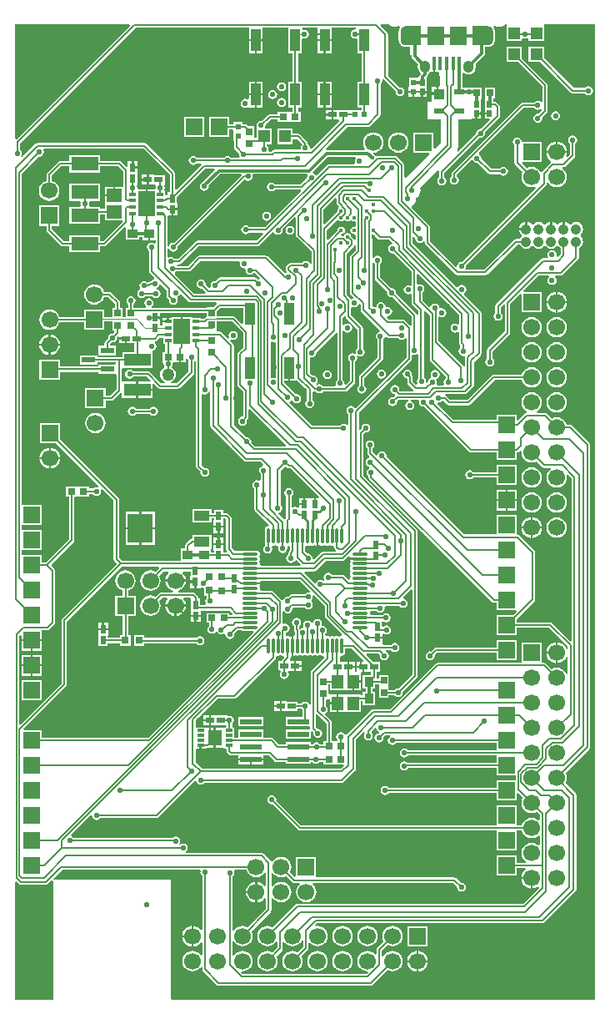
<source format=gtl>
G04 Layer_Physical_Order=1*
G04 Layer_Color=255*
%FSLAX43Y43*%
%MOMM*%
G71*
G01*
G75*
%ADD10R,0.950X1.000*%
%ADD11R,0.400X1.350*%
%ADD12R,1.000X2.250*%
%ADD13C,1.270*%
%ADD14R,1.150X1.400*%
%ADD15R,1.600X1.000*%
%ADD16R,2.500X3.000*%
%ADD17R,1.400X1.600*%
%ADD18R,0.700X0.300*%
%ADD19R,0.675X0.350*%
%ADD20R,1.700X2.500*%
%ADD21O,0.300X1.650*%
%ADD22O,1.650X0.300*%
%ADD23R,2.200X0.600*%
%ADD24R,1.400X0.600*%
%ADD25R,1.200X1.200*%
%ADD26R,1.100X1.000*%
%ADD27R,1.100X0.600*%
%ADD28R,0.700X0.700*%
%ADD29R,2.800X1.400*%
%ADD30R,0.650X0.800*%
%ADD31R,2.700X1.250*%
%ADD32R,1.500X1.350*%
%ADD33R,0.900X0.600*%
%ADD34R,1.000X0.950*%
%ADD35R,0.600X0.900*%
%ADD36R,0.762X0.762*%
%ADD37R,0.800X0.650*%
%ADD38R,0.600X0.550*%
%ADD39R,0.550X0.600*%
%ADD40R,0.500X0.650*%
%ADD41R,1.200X1.200*%
%ADD42R,0.700X0.700*%
%ADD43C,0.175*%
%ADD44C,0.200*%
%ADD45C,0.125*%
%ADD46C,0.150*%
%ADD47C,0.300*%
%ADD48C,0.180*%
%ADD49C,0.250*%
%ADD50R,0.300X0.900*%
%ADD51R,1.800X1.900*%
%ADD52R,0.900X0.300*%
G04:AMPARAMS|DCode=53|XSize=1.05mm|YSize=1.25mm|CornerRadius=0.525mm|HoleSize=0mm|Usage=FLASHONLY|Rotation=180.000|XOffset=0mm|YOffset=0mm|HoleType=Round|Shape=RoundedRectangle|*
%AMROUNDEDRECTD53*
21,1,1.050,0.200,0,0,180.0*
21,1,0.000,1.250,0,0,180.0*
1,1,1.050,0.000,0.100*
1,1,1.050,0.000,0.100*
1,1,1.050,0.000,-0.100*
1,1,1.050,0.000,-0.100*
%
%ADD53ROUNDEDRECTD53*%
G04:AMPARAMS|DCode=54|XSize=1.05mm|YSize=1.25mm|CornerRadius=0.525mm|HoleSize=0mm|Usage=FLASHONLY|Rotation=180.000|XOffset=0mm|YOffset=0mm|HoleType=Round|Shape=RoundedRectangle|*
%AMROUNDEDRECTD54*
21,1,1.050,0.200,0,0,180.0*
21,1,0.000,1.250,0,0,180.0*
1,1,1.050,0.000,0.100*
1,1,1.050,0.000,0.100*
1,1,1.050,0.000,-0.100*
1,1,1.050,0.000,-0.100*
%
%ADD54ROUNDEDRECTD54*%
G04:AMPARAMS|DCode=55|XSize=2.1mm|YSize=1.9mm|CornerRadius=0.494mm|HoleSize=0mm|Usage=FLASHONLY|Rotation=180.000|XOffset=0mm|YOffset=0mm|HoleType=Round|Shape=RoundedRectangle|*
%AMROUNDEDRECTD55*
21,1,2.100,0.912,0,0,180.0*
21,1,1.112,1.900,0,0,180.0*
1,1,0.988,-0.556,0.456*
1,1,0.988,0.556,0.456*
1,1,0.988,0.556,-0.456*
1,1,0.988,-0.556,-0.456*
%
%ADD55ROUNDEDRECTD55*%
%ADD56R,1.700X1.700*%
%ADD57R,1.700X1.700*%
%ADD58C,1.700*%
%ADD59C,1.700*%
%ADD60R,1.700X1.700*%
%ADD61C,1.050*%
%ADD62C,1.050*%
%ADD63R,1.700X1.700*%
%ADD64C,3.600*%
%ADD65C,0.550*%
%ADD66C,0.550*%
%ADD67C,0.400*%
G36*
X-24343Y-28967D02*
Y-29500D01*
X-24322Y-29602D01*
X-24264Y-29689D01*
X-22404Y-31549D01*
X-22454Y-31712D01*
X-22526Y-31726D01*
X-22674Y-31826D01*
X-22774Y-31974D01*
X-22809Y-32150D01*
X-22774Y-32326D01*
X-22674Y-32474D01*
X-22618Y-32512D01*
Y-34314D01*
X-24414Y-36111D01*
X-24472Y-36198D01*
X-24493Y-36300D01*
Y-37188D01*
X-24549Y-37226D01*
X-24649Y-37374D01*
X-24684Y-37550D01*
X-24649Y-37726D01*
X-24549Y-37874D01*
X-24401Y-37974D01*
X-24225Y-38009D01*
X-24049Y-37974D01*
X-23901Y-37874D01*
X-23801Y-37726D01*
X-23766Y-37550D01*
X-23801Y-37374D01*
X-23901Y-37226D01*
X-23957Y-37188D01*
Y-36411D01*
X-22161Y-34614D01*
X-22103Y-34527D01*
X-22082Y-34425D01*
Y-32512D01*
X-22026Y-32474D01*
X-21926Y-32326D01*
X-21912Y-32254D01*
X-21749Y-32204D01*
X-21664Y-32289D01*
X-21577Y-32347D01*
X-21475Y-32368D01*
X-20537D01*
X-20499Y-32424D01*
X-20351Y-32524D01*
X-20175Y-32559D01*
X-19999Y-32524D01*
X-19851Y-32424D01*
X-19818Y-32375D01*
X-19668Y-32421D01*
Y-34314D01*
X-24802Y-39448D01*
X-24993Y-39428D01*
X-25027Y-39378D01*
X-25176Y-39278D01*
X-25351Y-39243D01*
X-25527Y-39278D01*
X-25676Y-39378D01*
X-25775Y-39526D01*
X-25810Y-39702D01*
X-25775Y-39878D01*
X-25676Y-40026D01*
X-25619Y-40064D01*
Y-41103D01*
X-25691Y-41142D01*
X-25769Y-41163D01*
X-25899Y-41076D01*
X-26075Y-41041D01*
X-26251Y-41076D01*
X-26399Y-41176D01*
X-26437Y-41232D01*
X-29268D01*
X-31571Y-38929D01*
X-31543Y-38745D01*
X-31476Y-38699D01*
X-31454Y-38667D01*
X-31367Y-38672D01*
X-31289Y-38690D01*
X-31199Y-38824D01*
X-31051Y-38924D01*
X-30875Y-38959D01*
X-30699Y-38924D01*
X-30551Y-38824D01*
X-30451Y-38676D01*
X-30416Y-38500D01*
X-30451Y-38324D01*
X-30551Y-38176D01*
X-30699Y-38076D01*
X-30875Y-38041D01*
X-30942Y-38055D01*
X-32080Y-36917D01*
Y-36700D01*
X-31725D01*
Y-35375D01*
X-31525D01*
Y-36700D01*
X-30925D01*
X-30925Y-36700D01*
Y-36700D01*
X-30775Y-36654D01*
X-29793Y-37636D01*
Y-38638D01*
X-29849Y-38676D01*
X-29949Y-38824D01*
X-29984Y-39000D01*
X-29949Y-39176D01*
X-29849Y-39324D01*
X-29701Y-39424D01*
X-29525Y-39459D01*
X-29349Y-39424D01*
X-29201Y-39324D01*
X-29101Y-39176D01*
X-29066Y-39000D01*
X-29101Y-38824D01*
X-29201Y-38676D01*
X-29257Y-38638D01*
Y-37841D01*
X-29158Y-37769D01*
X-29107Y-37751D01*
X-29025Y-37768D01*
X-28887D01*
X-28849Y-37824D01*
X-28701Y-37924D01*
X-28525Y-37959D01*
X-28349Y-37924D01*
X-28201Y-37824D01*
X-28163Y-37768D01*
X-25900D01*
X-25798Y-37747D01*
X-25711Y-37689D01*
X-24961Y-36939D01*
X-24903Y-36852D01*
X-24882Y-36750D01*
Y-34737D01*
X-24826Y-34699D01*
X-24726Y-34551D01*
X-24691Y-34375D01*
X-24717Y-34243D01*
X-24601Y-34146D01*
X-24596Y-34144D01*
X-24551Y-34174D01*
X-24375Y-34209D01*
X-24199Y-34174D01*
X-24051Y-34074D01*
X-23951Y-33926D01*
X-23916Y-33750D01*
X-23951Y-33574D01*
X-24051Y-33426D01*
X-24107Y-33388D01*
Y-31375D01*
X-24128Y-31273D01*
X-24186Y-31186D01*
X-25307Y-30064D01*
Y-29319D01*
X-25157Y-29232D01*
X-25025Y-29259D01*
X-24849Y-29224D01*
X-24701Y-29124D01*
X-24601Y-28976D01*
X-24591Y-28923D01*
X-24451Y-28877D01*
X-24343Y-28967D01*
D02*
G37*
G36*
X-24843Y-22956D02*
Y-23464D01*
X-25339Y-23961D01*
X-25397Y-24048D01*
X-25418Y-24150D01*
Y-27750D01*
X-25397Y-27852D01*
X-25339Y-27939D01*
X-25079Y-28199D01*
X-25129Y-28362D01*
X-25201Y-28376D01*
X-25306Y-28447D01*
X-25328Y-28438D01*
X-25386Y-28351D01*
X-25782Y-27954D01*
Y-23811D01*
X-25063Y-23092D01*
X-25005Y-23005D01*
X-24993Y-22942D01*
X-24843Y-22956D01*
D02*
G37*
G36*
X-22614Y-22264D02*
X-22527Y-22322D01*
X-22425Y-22343D01*
X-21461D01*
X-21105Y-22699D01*
X-21162Y-22854D01*
X-21276Y-22876D01*
X-21424Y-22976D01*
X-21524Y-23124D01*
X-21559Y-23300D01*
X-21524Y-23476D01*
X-21424Y-23624D01*
X-21276Y-23724D01*
X-21100Y-23759D01*
X-21033Y-23745D01*
X-19157Y-25622D01*
Y-26999D01*
X-19307Y-27080D01*
X-19349Y-27051D01*
X-19525Y-27016D01*
X-19701Y-27051D01*
X-19849Y-27151D01*
X-19949Y-27299D01*
X-19984Y-27475D01*
X-19949Y-27651D01*
X-19849Y-27799D01*
X-19701Y-27899D01*
X-19525Y-27934D01*
X-19349Y-27899D01*
X-19307Y-27871D01*
X-19157Y-27951D01*
Y-28814D01*
X-19137Y-28917D01*
X-19079Y-29004D01*
X-18468Y-29614D01*
Y-29996D01*
X-18618Y-30011D01*
X-18628Y-29960D01*
X-18686Y-29873D01*
X-20765Y-27794D01*
X-20754Y-27737D01*
X-20789Y-27562D01*
X-20888Y-27413D01*
X-21037Y-27314D01*
X-21212Y-27279D01*
X-21269Y-27290D01*
X-22382Y-26177D01*
Y-24812D01*
X-22326Y-24774D01*
X-22226Y-24626D01*
X-22191Y-24450D01*
X-22226Y-24274D01*
X-22326Y-24126D01*
X-22474Y-24026D01*
X-22650Y-23991D01*
X-22826Y-24026D01*
X-22974Y-24126D01*
X-23035Y-24216D01*
X-23185Y-24170D01*
Y-22295D01*
X-23205Y-22193D01*
X-23230Y-22156D01*
Y-21929D01*
X-23191Y-21882D01*
X-23039Y-21839D01*
X-22614Y-22264D01*
D02*
G37*
G36*
X-22974Y-24774D02*
X-22918Y-24812D01*
Y-26288D01*
X-22897Y-26390D01*
X-22839Y-26477D01*
X-21656Y-27660D01*
X-21671Y-27737D01*
X-21636Y-27913D01*
X-21537Y-28062D01*
X-21388Y-28161D01*
X-21212Y-28196D01*
X-21135Y-28181D01*
X-19143Y-30173D01*
Y-31042D01*
X-19293Y-31104D01*
X-19836Y-30561D01*
X-19923Y-30503D01*
X-20025Y-30482D01*
X-21489D01*
X-21706Y-30266D01*
X-21632Y-30127D01*
X-21600Y-30134D01*
X-21424Y-30099D01*
X-21276Y-29999D01*
X-21176Y-29851D01*
X-21141Y-29675D01*
X-21176Y-29499D01*
X-21276Y-29351D01*
X-21424Y-29251D01*
X-21600Y-29216D01*
X-21674Y-29231D01*
X-21804Y-29180D01*
X-21827Y-29120D01*
X-21851Y-28999D01*
X-21951Y-28851D01*
X-22099Y-28751D01*
X-22275Y-28716D01*
X-22451Y-28751D01*
X-22599Y-28851D01*
X-22699Y-28999D01*
X-22731Y-29159D01*
X-22794Y-29204D01*
X-22873Y-29244D01*
X-22899Y-29226D01*
X-23075Y-29191D01*
X-23185Y-29066D01*
Y-24730D01*
X-23035Y-24684D01*
X-22974Y-24774D01*
D02*
G37*
G36*
X-36300Y-30851D02*
X-36439Y-30908D01*
X-37111Y-30236D01*
X-37198Y-30178D01*
X-37300Y-30157D01*
X-38975D01*
Y-29654D01*
X-38639Y-29318D01*
X-36300D01*
Y-30851D01*
D02*
G37*
G36*
X-39975Y-30180D02*
X-40023Y-30190D01*
X-40105Y-30245D01*
X-40276Y-30415D01*
X-40588D01*
Y-30320D01*
X-41462D01*
Y-30195D01*
X-42412D01*
Y-31645D01*
X-42612D01*
Y-30195D01*
X-43562D01*
Y-30295D01*
X-43825D01*
Y-30670D01*
X-43924D01*
Y-30770D01*
X-44462D01*
Y-31045D01*
X-44598Y-31078D01*
X-44750D01*
Y-30920D01*
X-44725D01*
Y-30370D01*
X-45225D01*
Y-30170D01*
X-44725D01*
Y-29813D01*
X-39975D01*
Y-30180D01*
D02*
G37*
G36*
X-14343Y-30007D02*
Y-30901D01*
X-14493Y-30981D01*
X-14574Y-30926D01*
X-14750Y-30891D01*
X-14926Y-30926D01*
X-15074Y-31026D01*
X-15174Y-31174D01*
X-15209Y-31350D01*
X-15174Y-31526D01*
X-15074Y-31674D01*
X-14926Y-31774D01*
X-14750Y-31809D01*
X-14574Y-31774D01*
X-14493Y-31719D01*
X-14343Y-31799D01*
Y-32838D01*
X-14322Y-32940D01*
X-14264Y-33027D01*
X-14218Y-33073D01*
Y-33350D01*
X-14274Y-33388D01*
X-14374Y-33537D01*
X-14409Y-33713D01*
X-14374Y-33888D01*
X-14274Y-34037D01*
X-14126Y-34136D01*
X-13950Y-34171D01*
X-13873Y-34156D01*
X-13857Y-34165D01*
X-13758Y-34286D01*
X-13766Y-34327D01*
Y-35217D01*
X-13916Y-35232D01*
X-13928Y-35173D01*
X-13986Y-35086D01*
X-16450Y-32622D01*
Y-30263D01*
X-16300Y-30183D01*
X-16276Y-30199D01*
X-16100Y-30234D01*
X-15924Y-30199D01*
X-15776Y-30099D01*
X-15676Y-29951D01*
X-15641Y-29775D01*
X-15676Y-29599D01*
X-15776Y-29451D01*
X-15924Y-29351D01*
X-16100Y-29316D01*
X-16169Y-29330D01*
X-16296Y-29304D01*
X-16332Y-29221D01*
X-16351Y-29124D01*
X-16451Y-28976D01*
X-16599Y-28876D01*
X-16775Y-28841D01*
X-16951Y-28876D01*
X-17099Y-28976D01*
X-17199Y-29124D01*
X-17205Y-29154D01*
X-17368Y-29204D01*
X-18057Y-28514D01*
Y-27712D01*
X-18001Y-27674D01*
X-17901Y-27526D01*
X-17866Y-27350D01*
X-17901Y-27174D01*
X-18001Y-27026D01*
X-18149Y-26926D01*
X-18325Y-26891D01*
X-18472Y-26920D01*
X-18622Y-26840D01*
Y-25924D01*
X-18483Y-25867D01*
X-14343Y-30007D01*
D02*
G37*
G36*
X-36585Y-24680D02*
X-36609Y-24800D01*
X-36574Y-24976D01*
X-36474Y-25124D01*
X-36326Y-25224D01*
X-36150Y-25259D01*
X-36032Y-25388D01*
X-36046Y-25462D01*
X-36011Y-25638D01*
X-35912Y-25787D01*
X-35763Y-25886D01*
X-35588Y-25921D01*
X-35412Y-25886D01*
X-35263Y-25787D01*
X-35095Y-25784D01*
X-34600Y-26279D01*
X-34664Y-26409D01*
X-34800Y-26421D01*
X-34936Y-26286D01*
X-35023Y-26228D01*
X-35125Y-26207D01*
X-38626D01*
X-38728Y-26228D01*
X-38815Y-26286D01*
X-39085Y-26556D01*
X-39152Y-26542D01*
X-39327Y-26577D01*
X-39476Y-26677D01*
X-39576Y-26826D01*
X-39611Y-27001D01*
X-39592Y-27097D01*
X-39691Y-27243D01*
X-39703Y-27249D01*
X-39787Y-27260D01*
X-40105Y-26942D01*
X-40091Y-26875D01*
X-40126Y-26699D01*
X-40226Y-26551D01*
X-40374Y-26451D01*
X-40550Y-26416D01*
X-40726Y-26451D01*
X-40874Y-26551D01*
X-40974Y-26699D01*
X-41009Y-26875D01*
X-40974Y-27051D01*
X-40874Y-27199D01*
X-40726Y-27299D01*
X-40550Y-27334D01*
X-40483Y-27320D01*
X-40096Y-27707D01*
X-40158Y-27857D01*
X-41264D01*
X-43238Y-25883D01*
X-43206Y-25703D01*
X-43126Y-25649D01*
X-43088Y-25593D01*
X-41787D01*
X-41685Y-25572D01*
X-41598Y-25514D01*
X-40614Y-24530D01*
X-36678D01*
X-36585Y-24680D01*
D02*
G37*
G36*
X-43755Y-15791D02*
Y-17545D01*
X-43950D01*
Y-17802D01*
X-44054Y-17855D01*
X-44188Y-17768D01*
Y-17420D01*
X-44196D01*
X-44276Y-17271D01*
X-44241Y-17095D01*
X-44276Y-16919D01*
X-44250Y-16770D01*
X-44250D01*
X-44250Y-16770D01*
Y-15820D01*
X-45325D01*
Y-15795D01*
X-45875D01*
Y-16295D01*
Y-16795D01*
X-45325D01*
X-45325Y-16795D01*
Y-16795D01*
X-45216Y-16808D01*
X-45128Y-16941D01*
X-45159Y-17095D01*
X-45149Y-17145D01*
X-45272Y-17295D01*
X-46012D01*
Y-18745D01*
X-46212D01*
Y-17295D01*
X-46942D01*
X-47056Y-17145D01*
X-47041Y-17070D01*
X-47071Y-16920D01*
X-47025Y-16770D01*
X-47025D01*
X-47025Y-16770D01*
Y-15695D01*
X-47000D01*
Y-15145D01*
X-47500D01*
Y-15045D01*
X-47600D01*
Y-14395D01*
X-48000D01*
Y-14929D01*
X-48150Y-14991D01*
X-48661Y-14481D01*
X-48748Y-14423D01*
X-48850Y-14402D01*
X-50800D01*
Y-13795D01*
X-53950D01*
Y-14402D01*
X-54900D01*
X-55002Y-14423D01*
X-55089Y-14481D01*
X-56189Y-15581D01*
X-56247Y-15668D01*
X-56268Y-15770D01*
Y-16401D01*
X-56517Y-16505D01*
X-56731Y-16669D01*
X-56895Y-16883D01*
X-56999Y-17132D01*
X-57034Y-17400D01*
X-56999Y-17668D01*
X-56895Y-17917D01*
X-56731Y-18131D01*
X-56517Y-18295D01*
X-56268Y-18399D01*
X-56000Y-18434D01*
X-55732Y-18399D01*
X-55483Y-18295D01*
X-55269Y-18131D01*
X-55105Y-17917D01*
X-55001Y-17668D01*
X-54966Y-17400D01*
X-55001Y-17132D01*
X-55105Y-16883D01*
X-55269Y-16669D01*
X-55483Y-16505D01*
X-55732Y-16401D01*
Y-15881D01*
X-54789Y-14938D01*
X-53950D01*
Y-15545D01*
X-50800D01*
Y-14938D01*
X-48961D01*
X-48468Y-15431D01*
Y-17020D01*
X-49300D01*
Y-17895D01*
X-49400D01*
Y-17995D01*
X-50350D01*
Y-18770D01*
X-50325D01*
Y-19265D01*
X-50800D01*
Y-19020D01*
X-51864D01*
X-51945Y-18870D01*
X-51916Y-18725D01*
X-51942Y-18595D01*
X-51854Y-18445D01*
X-50800D01*
Y-16695D01*
X-53950D01*
Y-18445D01*
X-52896D01*
X-52808Y-18595D01*
X-52834Y-18725D01*
X-52805Y-18870D01*
X-52886Y-19020D01*
X-53950D01*
Y-20770D01*
X-50800D01*
Y-19825D01*
X-50325D01*
Y-20395D01*
X-48579D01*
X-48529Y-20545D01*
X-50511Y-22527D01*
X-50800D01*
Y-21920D01*
X-53950D01*
Y-22527D01*
X-54489D01*
X-55732Y-21284D01*
Y-20965D01*
X-54975D01*
Y-18915D01*
X-57025D01*
Y-20965D01*
X-56268D01*
Y-21395D01*
X-56247Y-21497D01*
X-56189Y-21584D01*
X-54789Y-22984D01*
X-54702Y-23042D01*
X-54600Y-23063D01*
X-53950D01*
Y-23670D01*
X-50800D01*
Y-23063D01*
X-50400D01*
X-50298Y-23042D01*
X-50211Y-22984D01*
X-48350Y-21124D01*
X-48200Y-21186D01*
Y-22395D01*
X-46850D01*
Y-22073D01*
X-46525D01*
Y-22420D01*
X-45925D01*
Y-21745D01*
X-45725D01*
Y-22420D01*
X-45168D01*
Y-22726D01*
X-45182Y-22738D01*
X-45318Y-22792D01*
X-45424Y-22721D01*
X-45600Y-22686D01*
X-45776Y-22721D01*
X-45924Y-22821D01*
X-46024Y-22969D01*
X-46059Y-23145D01*
X-46024Y-23321D01*
X-45924Y-23469D01*
X-45868Y-23507D01*
Y-25550D01*
X-45847Y-25652D01*
X-45789Y-25739D01*
X-45300Y-26228D01*
X-45350Y-26391D01*
X-45401Y-26401D01*
X-45549Y-26501D01*
X-45587Y-26557D01*
X-45675D01*
X-45777Y-26578D01*
X-45864Y-26636D01*
X-45904Y-26675D01*
X-46051Y-26726D01*
X-46199Y-26626D01*
X-46375Y-26591D01*
X-46551Y-26626D01*
X-46699Y-26726D01*
X-46799Y-26874D01*
X-46834Y-27050D01*
X-46799Y-27226D01*
X-46768Y-27272D01*
X-46776Y-27426D01*
X-46814Y-27452D01*
X-46924Y-27526D01*
X-47024Y-27674D01*
X-47059Y-27850D01*
X-47024Y-28026D01*
X-46924Y-28174D01*
X-46776Y-28274D01*
X-46600Y-28309D01*
X-46424Y-28274D01*
X-46276Y-28174D01*
X-46238Y-28118D01*
X-45487D01*
X-45449Y-28174D01*
X-45301Y-28274D01*
X-45125Y-28309D01*
X-44949Y-28274D01*
X-44801Y-28174D01*
X-44701Y-28026D01*
X-44666Y-27850D01*
X-44701Y-27674D01*
X-44801Y-27526D01*
X-44949Y-27426D01*
X-45060Y-27404D01*
Y-27251D01*
X-45049Y-27249D01*
X-44901Y-27149D01*
X-44801Y-27001D01*
X-44791Y-26950D01*
X-44628Y-26900D01*
X-44043Y-27486D01*
Y-28125D01*
X-44022Y-28227D01*
X-43964Y-28314D01*
X-43820Y-28458D01*
X-43834Y-28525D01*
X-43799Y-28701D01*
X-43699Y-28849D01*
X-43551Y-28949D01*
X-43375Y-28984D01*
X-43199Y-28949D01*
X-43051Y-28849D01*
X-42951Y-28701D01*
X-42916Y-28525D01*
X-42951Y-28349D01*
X-42964Y-28330D01*
X-42949Y-28174D01*
X-42916Y-28152D01*
X-42801Y-28074D01*
X-42727Y-27964D01*
X-42559Y-27920D01*
X-41819Y-28659D01*
X-41732Y-28717D01*
X-41630Y-28738D01*
X-39024D01*
X-38993Y-28783D01*
X-38966Y-28888D01*
X-39328Y-29250D01*
X-39975D01*
Y-29277D01*
X-45547D01*
X-45592Y-29127D01*
X-45551Y-29099D01*
X-45451Y-28951D01*
X-45416Y-28775D01*
X-45451Y-28599D01*
X-45551Y-28451D01*
X-45699Y-28351D01*
X-45875Y-28316D01*
X-46051Y-28351D01*
X-46199Y-28451D01*
X-46299Y-28599D01*
X-46334Y-28775D01*
X-46299Y-28951D01*
X-46199Y-29099D01*
X-46158Y-29127D01*
X-46203Y-29277D01*
X-47175D01*
Y-29270D01*
X-47407D01*
Y-28937D01*
X-47351Y-28899D01*
X-47251Y-28751D01*
X-47216Y-28575D01*
X-47251Y-28399D01*
X-47351Y-28251D01*
X-47499Y-28151D01*
X-47675Y-28116D01*
X-47851Y-28151D01*
X-47999Y-28251D01*
X-48099Y-28399D01*
X-48134Y-28575D01*
X-48099Y-28751D01*
X-47999Y-28899D01*
X-47943Y-28937D01*
Y-29270D01*
X-48175D01*
Y-30203D01*
X-48550D01*
Y-29270D01*
X-48782D01*
Y-28745D01*
X-48803Y-28643D01*
X-48861Y-28556D01*
X-49676Y-27741D01*
X-49763Y-27683D01*
X-49865Y-27662D01*
X-50401D01*
X-50505Y-27413D01*
X-50669Y-27199D01*
X-50883Y-27035D01*
X-51132Y-26931D01*
X-51400Y-26896D01*
X-51668Y-26931D01*
X-51917Y-27035D01*
X-52131Y-27199D01*
X-52295Y-27413D01*
X-52399Y-27662D01*
X-52434Y-27930D01*
X-52399Y-28198D01*
X-52295Y-28447D01*
X-52131Y-28661D01*
X-51917Y-28825D01*
X-51668Y-28929D01*
X-51400Y-28964D01*
X-51132Y-28929D01*
X-50883Y-28825D01*
X-50669Y-28661D01*
X-50505Y-28447D01*
X-50401Y-28198D01*
X-49976D01*
X-49318Y-28856D01*
Y-29270D01*
X-49550D01*
Y-30203D01*
X-50375D01*
Y-29445D01*
X-52425D01*
Y-30222D01*
X-54951D01*
X-55055Y-29973D01*
X-55219Y-29759D01*
X-55433Y-29595D01*
X-55682Y-29491D01*
X-55950Y-29456D01*
X-56218Y-29491D01*
X-56467Y-29595D01*
X-56681Y-29759D01*
X-56845Y-29973D01*
X-56949Y-30222D01*
X-56984Y-30490D01*
X-56949Y-30758D01*
X-56845Y-31007D01*
X-56681Y-31221D01*
X-56467Y-31385D01*
X-56218Y-31489D01*
X-55950Y-31524D01*
X-55682Y-31489D01*
X-55433Y-31385D01*
X-55219Y-31221D01*
X-55055Y-31007D01*
X-54951Y-30758D01*
X-52425D01*
Y-31495D01*
X-50375D01*
Y-30687D01*
X-49550D01*
Y-31620D01*
X-49404D01*
X-49354Y-31770D01*
X-49483Y-31900D01*
X-49550Y-31886D01*
X-49726Y-31921D01*
X-49874Y-32021D01*
X-49974Y-32169D01*
X-50009Y-32345D01*
X-49995Y-32412D01*
X-50289Y-32706D01*
X-50347Y-32793D01*
X-50368Y-32895D01*
Y-33145D01*
X-50975D01*
Y-34095D01*
X-49225D01*
Y-33145D01*
X-49806D01*
X-49821Y-32995D01*
X-49617Y-32790D01*
X-49550Y-32804D01*
X-49374Y-32769D01*
X-49226Y-32669D01*
X-49126Y-32521D01*
X-49091Y-32345D01*
X-49101Y-32296D01*
X-49012Y-32214D01*
X-48875Y-32271D01*
Y-32300D01*
X-48225D01*
Y-32400D01*
X-48125D01*
Y-32900D01*
X-47575D01*
Y-32875D01*
X-47318D01*
Y-33770D01*
X-48575D01*
Y-34302D01*
X-51125D01*
Y-34095D01*
X-52875D01*
Y-35045D01*
X-51125D01*
Y-34838D01*
X-49258D01*
X-49230Y-34895D01*
X-49268Y-34986D01*
X-49323Y-35045D01*
X-50975D01*
Y-35252D01*
X-54925D01*
Y-34545D01*
X-56975D01*
Y-36595D01*
X-54925D01*
Y-35788D01*
X-50975D01*
Y-35995D01*
X-49293D01*
X-49225Y-35995D01*
X-49143Y-36111D01*
Y-37534D01*
X-49766Y-38157D01*
X-50275D01*
Y-37400D01*
X-52325D01*
Y-39450D01*
X-50275D01*
Y-38693D01*
X-49655D01*
X-49553Y-38672D01*
X-49466Y-38614D01*
X-48750Y-37899D01*
X-48600Y-37961D01*
Y-38445D01*
X-47150D01*
Y-37620D01*
Y-36795D01*
X-48457D01*
X-48600Y-36795D01*
X-48607Y-36648D01*
Y-35507D01*
X-48575Y-35370D01*
X-45525D01*
Y-33780D01*
X-45525Y-33770D01*
X-45511Y-33626D01*
X-45374Y-33599D01*
X-45226Y-33499D01*
X-45126Y-33351D01*
X-45091Y-33175D01*
X-45126Y-32999D01*
X-45226Y-32851D01*
X-45275Y-32818D01*
X-45275Y-32756D01*
X-45240Y-32661D01*
X-45173Y-32647D01*
X-45086Y-32589D01*
X-44807Y-32310D01*
X-44437D01*
Y-32970D01*
X-44192D01*
Y-33770D01*
X-44500D01*
Y-34770D01*
X-44479D01*
X-44367Y-34920D01*
X-44383Y-35000D01*
X-44348Y-35176D01*
X-44304Y-35241D01*
X-44333Y-35337D01*
X-44503Y-35467D01*
X-44633Y-35637D01*
X-44714Y-35834D01*
X-44742Y-36045D01*
X-44714Y-36256D01*
X-44633Y-36453D01*
X-44503Y-36623D01*
X-44333Y-36753D01*
X-44201Y-36807D01*
X-44231Y-36957D01*
X-44614D01*
X-45761Y-35811D01*
X-45848Y-35753D01*
X-45950Y-35732D01*
X-47463D01*
X-47501Y-35676D01*
X-47649Y-35576D01*
X-47825Y-35541D01*
X-48001Y-35576D01*
X-48149Y-35676D01*
X-48249Y-35824D01*
X-48284Y-36000D01*
X-48249Y-36176D01*
X-48149Y-36324D01*
X-48001Y-36424D01*
X-47825Y-36459D01*
X-47649Y-36424D01*
X-47501Y-36324D01*
X-47463Y-36268D01*
X-46061D01*
X-45672Y-36656D01*
X-45729Y-36795D01*
X-46950D01*
Y-37520D01*
X-45500D01*
Y-37024D01*
X-45361Y-36967D01*
X-44914Y-37414D01*
X-44827Y-37472D01*
X-44725Y-37493D01*
X-42925D01*
X-42823Y-37472D01*
X-42736Y-37414D01*
X-41361Y-36039D01*
X-41303Y-35952D01*
X-41282Y-35850D01*
Y-34714D01*
X-41218Y-34665D01*
X-41068Y-34740D01*
Y-45350D01*
X-41047Y-45452D01*
X-40989Y-45539D01*
X-40620Y-45908D01*
X-40634Y-45975D01*
X-40599Y-46151D01*
X-40499Y-46299D01*
X-40351Y-46399D01*
X-40175Y-46434D01*
X-39999Y-46399D01*
X-39851Y-46299D01*
X-39751Y-46151D01*
X-39716Y-45975D01*
X-39751Y-45799D01*
X-39851Y-45651D01*
X-39999Y-45551D01*
X-40175Y-45516D01*
X-40242Y-45530D01*
X-40532Y-45239D01*
Y-38137D01*
X-40382Y-38057D01*
X-40376Y-38061D01*
X-40200Y-38096D01*
X-40024Y-38061D01*
X-39876Y-37962D01*
X-39776Y-37813D01*
X-39768Y-37771D01*
X-39618Y-37785D01*
Y-41275D01*
X-39597Y-41377D01*
X-39539Y-41464D01*
X-36189Y-44814D01*
X-36102Y-44872D01*
X-36000Y-44893D01*
X-34536D01*
X-34254Y-45174D01*
X-34304Y-45337D01*
X-34376Y-45351D01*
X-34524Y-45451D01*
X-34624Y-45599D01*
X-34659Y-45775D01*
X-34624Y-45951D01*
X-34524Y-46099D01*
X-34468Y-46137D01*
Y-46776D01*
X-34618Y-46856D01*
X-34699Y-46801D01*
X-34875Y-46766D01*
X-35051Y-46801D01*
X-35199Y-46901D01*
X-35299Y-47049D01*
X-35334Y-47225D01*
X-35299Y-47401D01*
X-35199Y-47549D01*
X-35143Y-47587D01*
Y-49675D01*
X-35122Y-49777D01*
X-35064Y-49864D01*
X-33641Y-51287D01*
X-33715Y-51426D01*
X-33750Y-51419D01*
X-33877Y-51444D01*
X-33984Y-51516D01*
X-34056Y-51623D01*
X-34081Y-51750D01*
Y-53100D01*
X-34056Y-53227D01*
X-34035Y-53258D01*
X-34059Y-53424D01*
X-34099Y-53451D01*
X-34199Y-53599D01*
X-34234Y-53775D01*
X-34199Y-53951D01*
X-34099Y-54099D01*
X-33951Y-54199D01*
X-33775Y-54234D01*
X-33599Y-54199D01*
X-33451Y-54099D01*
X-33351Y-53951D01*
X-33316Y-53775D01*
X-33351Y-53599D01*
X-33378Y-53559D01*
X-33288Y-53424D01*
X-33250Y-53431D01*
X-33123Y-53406D01*
X-33016Y-53334D01*
X-32984D01*
X-32877Y-53406D01*
X-32786Y-53424D01*
X-32728Y-53478D01*
X-32683Y-53571D01*
X-32709Y-53703D01*
X-32674Y-53878D01*
X-32574Y-54027D01*
X-32426Y-54127D01*
X-32250Y-54161D01*
X-32074Y-54127D01*
X-31926Y-54027D01*
X-31826Y-53878D01*
X-31791Y-53703D01*
X-31817Y-53571D01*
X-31781Y-53495D01*
X-31642Y-53441D01*
X-31518Y-53519D01*
Y-53864D01*
X-31639Y-53986D01*
X-31697Y-54073D01*
X-31718Y-54175D01*
Y-54363D01*
X-31774Y-54401D01*
X-31874Y-54549D01*
X-31909Y-54725D01*
X-31874Y-54901D01*
X-31774Y-55049D01*
X-31626Y-55149D01*
X-31450Y-55184D01*
X-31274Y-55149D01*
X-31126Y-55049D01*
X-31042Y-54924D01*
X-30933Y-54891D01*
X-30870Y-54884D01*
X-30421Y-55332D01*
X-30483Y-55482D01*
X-34498D01*
X-34585Y-55332D01*
X-34569Y-55250D01*
X-34594Y-55123D01*
X-34666Y-55016D01*
Y-54984D01*
X-34594Y-54877D01*
X-34569Y-54750D01*
X-34594Y-54623D01*
X-34597Y-54619D01*
X-34658Y-54500D01*
X-34597Y-54381D01*
X-34594Y-54377D01*
X-34569Y-54250D01*
X-34594Y-54123D01*
X-34666Y-54016D01*
X-34773Y-53944D01*
X-34900Y-53919D01*
X-36250D01*
X-36377Y-53944D01*
X-36415Y-53970D01*
X-37134D01*
X-37445Y-53659D01*
Y-50650D01*
X-37445Y-50650D01*
X-37466Y-50543D01*
X-37527Y-50452D01*
X-37802Y-50177D01*
X-37893Y-50116D01*
X-38000Y-50095D01*
X-38300D01*
Y-49750D01*
X-39250D01*
Y-50095D01*
X-39500D01*
Y-49700D01*
X-41450D01*
Y-51050D01*
X-39500D01*
Y-50655D01*
X-39250D01*
Y-50825D01*
X-39275D01*
Y-51375D01*
X-38275D01*
Y-50825D01*
X-38300D01*
Y-50655D01*
X-38116D01*
X-38005Y-50766D01*
Y-53775D01*
X-37984Y-53882D01*
X-37942Y-53945D01*
X-37974Y-54040D01*
X-38014Y-54095D01*
X-38300D01*
Y-53925D01*
X-38275D01*
Y-53375D01*
X-39275D01*
Y-53925D01*
X-39250D01*
Y-54095D01*
X-39444D01*
X-39550Y-53989D01*
Y-53779D01*
X-39500Y-53650D01*
X-39500D01*
X-39500Y-53650D01*
Y-52300D01*
X-41450D01*
Y-52695D01*
X-41475D01*
X-41582Y-52716D01*
X-41673Y-52777D01*
X-42123Y-53227D01*
X-42184Y-53318D01*
X-42205Y-53425D01*
Y-53725D01*
X-42600D01*
Y-54970D01*
X-48584D01*
X-48895Y-54659D01*
Y-48750D01*
X-48895Y-48750D01*
X-48916Y-48643D01*
X-48977Y-48552D01*
X-54900Y-42628D01*
Y-40975D01*
X-56950D01*
Y-43025D01*
X-55297D01*
X-50962Y-47359D01*
X-51041Y-47493D01*
X-51175Y-47466D01*
X-51351Y-47501D01*
X-51499Y-47601D01*
X-51521Y-47632D01*
X-51925D01*
Y-47400D01*
X-52975D01*
X-53075Y-47400D01*
X-53225Y-47400D01*
X-54275D01*
Y-48400D01*
X-53968D01*
Y-52764D01*
X-56336Y-55132D01*
X-56753D01*
Y-54375D01*
X-58795D01*
Y-53885D01*
X-56753D01*
Y-51835D01*
X-58795D01*
Y-51345D01*
X-56753D01*
Y-49295D01*
X-58795D01*
Y-15686D01*
X-57048Y-13939D01*
X-56975Y-13954D01*
X-56799Y-13919D01*
X-56651Y-13819D01*
X-56551Y-13671D01*
X-56516Y-13495D01*
X-56551Y-13319D01*
X-56581Y-13275D01*
X-56500Y-13125D01*
X-46421D01*
X-43755Y-15791D01*
D02*
G37*
G36*
X-29745Y-15856D02*
X-29774Y-15899D01*
X-29809Y-16075D01*
X-29798Y-16127D01*
X-30416Y-16745D01*
X-33071D01*
X-33101Y-16701D01*
X-33249Y-16601D01*
X-33425Y-16566D01*
X-33601Y-16601D01*
X-33749Y-16701D01*
X-33849Y-16849D01*
X-33884Y-17025D01*
X-33849Y-17201D01*
X-33749Y-17349D01*
X-33601Y-17449D01*
X-33425Y-17484D01*
X-33249Y-17449D01*
X-33101Y-17349D01*
X-33071Y-17305D01*
X-30467D01*
X-30405Y-17455D01*
X-34057Y-21107D01*
X-35688D01*
X-35726Y-21051D01*
X-35874Y-20951D01*
X-36050Y-20916D01*
X-36226Y-20951D01*
X-36374Y-21051D01*
X-36474Y-21199D01*
X-36509Y-21375D01*
X-36474Y-21551D01*
X-36374Y-21699D01*
X-36226Y-21799D01*
X-36050Y-21834D01*
X-35874Y-21799D01*
X-35726Y-21699D01*
X-35688Y-21643D01*
X-34292D01*
X-34235Y-21781D01*
X-34936Y-22482D01*
X-40925D01*
X-41027Y-22503D01*
X-41114Y-22561D01*
X-42886Y-24332D01*
X-43238D01*
X-43276Y-24276D01*
X-43424Y-24176D01*
X-43600Y-24141D01*
X-43776Y-24176D01*
X-43807Y-24197D01*
X-43957Y-24117D01*
Y-23293D01*
X-43807Y-23278D01*
X-43799Y-23321D01*
X-43699Y-23469D01*
X-43551Y-23569D01*
X-43375Y-23604D01*
X-43199Y-23569D01*
X-43051Y-23469D01*
X-42951Y-23321D01*
X-42916Y-23145D01*
X-42930Y-23078D01*
X-36127Y-16275D01*
X-36126Y-16275D01*
X-35977Y-16375D01*
X-35802Y-16410D01*
X-35626Y-16375D01*
X-35477Y-16275D01*
X-35378Y-16126D01*
X-35343Y-15951D01*
X-35362Y-15856D01*
X-35257Y-15706D01*
X-29825D01*
X-29745Y-15856D01*
D02*
G37*
G36*
X-24862Y-14106D02*
X-24924Y-14199D01*
X-24959Y-14375D01*
X-24924Y-14551D01*
X-24903Y-14582D01*
X-24983Y-14732D01*
X-27571D01*
X-27674Y-14753D01*
X-27761Y-14811D01*
X-28796Y-15846D01*
X-28980Y-15818D01*
X-29026Y-15751D01*
X-29174Y-15651D01*
X-29220Y-15489D01*
X-27688Y-13956D01*
X-24933D01*
X-24862Y-14106D01*
D02*
G37*
G36*
X-26818Y-18204D02*
Y-18653D01*
X-26797Y-18755D01*
X-26739Y-18842D01*
X-26572Y-19009D01*
X-26591Y-19202D01*
X-26595Y-19205D01*
X-26678Y-19329D01*
X-26707Y-19475D01*
X-26698Y-19522D01*
X-28009Y-20833D01*
X-28147Y-20775D01*
Y-19337D01*
X-26956Y-18146D01*
X-26818Y-18204D01*
D02*
G37*
G36*
X-39138Y-15294D02*
X-40393Y-16550D01*
X-40401Y-16551D01*
X-40549Y-16651D01*
X-40649Y-16799D01*
X-40684Y-16975D01*
X-40649Y-17151D01*
X-40549Y-17299D01*
X-40401Y-17399D01*
X-40225Y-17434D01*
X-40049Y-17399D01*
X-39901Y-17299D01*
X-39801Y-17151D01*
X-39766Y-16975D01*
X-39785Y-16879D01*
X-38613Y-15706D01*
X-36527D01*
X-36465Y-15856D01*
X-43308Y-22700D01*
X-43375Y-22686D01*
X-43551Y-22721D01*
X-43699Y-22821D01*
X-43799Y-22969D01*
X-43807Y-23012D01*
X-43957Y-22997D01*
Y-19975D01*
X-43912Y-19920D01*
X-43575D01*
Y-19270D01*
X-43475D01*
Y-19170D01*
X-42975D01*
Y-18620D01*
X-43000D01*
Y-18034D01*
X-40121Y-15155D01*
X-39195D01*
X-39138Y-15294D01*
D02*
G37*
G36*
X-30918Y-20155D02*
Y-21900D01*
X-30897Y-22002D01*
X-30839Y-22089D01*
X-29345Y-23583D01*
Y-24840D01*
X-29495Y-24854D01*
X-29501Y-24824D01*
X-29601Y-24676D01*
X-29749Y-24576D01*
X-29925Y-24541D01*
X-30101Y-24576D01*
X-30249Y-24676D01*
X-30272Y-24710D01*
X-31450D01*
X-31552Y-24730D01*
X-31639Y-24788D01*
X-31864Y-25013D01*
X-31922Y-25100D01*
X-31943Y-25202D01*
Y-25425D01*
X-31922Y-25527D01*
X-31888Y-25578D01*
X-31884Y-25605D01*
X-31897Y-25697D01*
X-31910Y-25731D01*
X-32062Y-25784D01*
X-33773Y-24073D01*
X-33860Y-24015D01*
X-33963Y-23995D01*
X-40725D01*
X-40827Y-24015D01*
X-40914Y-24073D01*
X-41898Y-25057D01*
X-42970D01*
X-43013Y-25018D01*
X-42993Y-24937D01*
X-42930Y-24868D01*
X-42775D01*
X-42673Y-24847D01*
X-42586Y-24789D01*
X-40814Y-23018D01*
X-34825D01*
X-34723Y-22997D01*
X-34636Y-22939D01*
X-33312Y-21616D01*
X-33138Y-21654D01*
X-33074Y-21749D01*
X-32926Y-21849D01*
X-32750Y-21884D01*
X-32574Y-21849D01*
X-32426Y-21749D01*
X-32326Y-21601D01*
X-32291Y-21425D01*
X-32309Y-21334D01*
X-31068Y-20093D01*
X-30918Y-20155D01*
D02*
G37*
G36*
X-26598Y-20391D02*
X-26595Y-20395D01*
X-26471Y-20478D01*
X-26325Y-20507D01*
X-26179Y-20478D01*
X-26104Y-20428D01*
X-26000Y-20407D01*
X-25896Y-20428D01*
X-25821Y-20478D01*
X-25675Y-20507D01*
X-25529Y-20478D01*
X-25454Y-20428D01*
X-25295Y-20395D01*
X-25171Y-20478D01*
X-25025Y-20507D01*
X-24993Y-20501D01*
X-24843Y-20621D01*
Y-20929D01*
X-24993Y-21049D01*
X-25025Y-21043D01*
X-25171Y-21072D01*
X-25295Y-21155D01*
X-25378Y-21279D01*
X-25407Y-21425D01*
X-25378Y-21571D01*
X-25295Y-21695D01*
X-25171Y-21778D01*
X-25025Y-21807D01*
X-24993Y-21801D01*
X-24843Y-21921D01*
Y-22369D01*
X-24993Y-22383D01*
X-25005Y-22320D01*
X-25063Y-22233D01*
X-25316Y-21981D01*
X-25325Y-21932D01*
X-25408Y-21808D01*
X-25532Y-21725D01*
X-25678Y-21696D01*
X-25825Y-21725D01*
X-25949Y-21808D01*
X-26032Y-21932D01*
X-26044Y-21995D01*
X-26100Y-22032D01*
X-26296D01*
X-26365Y-21885D01*
X-26309Y-21804D01*
X-26179Y-21778D01*
X-26055Y-21695D01*
X-25972Y-21571D01*
X-25943Y-21425D01*
X-25972Y-21279D01*
X-26055Y-21155D01*
X-26179Y-21072D01*
X-26325Y-21043D01*
X-26471Y-21072D01*
X-26595Y-21155D01*
X-26678Y-21279D01*
X-26707Y-21425D01*
X-26707Y-21428D01*
X-27669Y-22390D01*
X-27807Y-22333D01*
Y-21388D01*
X-26791Y-20372D01*
X-26598Y-20391D01*
D02*
G37*
G36*
X-17295Y-30033D02*
Y-34548D01*
X-17275Y-34650D01*
X-17217Y-34737D01*
X-15718Y-36236D01*
Y-36488D01*
X-15774Y-36526D01*
X-15874Y-36674D01*
X-15909Y-36850D01*
X-15874Y-37026D01*
X-15869Y-37032D01*
X-15950Y-37182D01*
X-16575D01*
X-16656Y-37032D01*
X-16651Y-37026D01*
X-16616Y-36850D01*
X-16651Y-36674D01*
X-16673Y-36641D01*
X-16604Y-36475D01*
X-16599Y-36474D01*
X-16451Y-36374D01*
X-16351Y-36226D01*
X-16316Y-36050D01*
X-16351Y-35874D01*
X-16451Y-35726D01*
X-16599Y-35626D01*
X-16775Y-35591D01*
X-16951Y-35626D01*
X-17099Y-35726D01*
X-17199Y-35874D01*
X-17234Y-36050D01*
X-17199Y-36226D01*
X-17177Y-36259D01*
X-17246Y-36425D01*
X-17251Y-36426D01*
X-17399Y-36526D01*
X-17499Y-36674D01*
X-17534Y-36850D01*
X-17627Y-36920D01*
X-17719Y-36791D01*
X-17716Y-36775D01*
X-17751Y-36599D01*
X-17851Y-36451D01*
X-17932Y-36396D01*
Y-29608D01*
X-17782Y-29546D01*
X-17295Y-30033D01*
D02*
G37*
G36*
X-25444Y-54560D02*
X-25424Y-54605D01*
X-25430Y-54613D01*
X-25437Y-54650D01*
X-24425D01*
Y-54850D01*
X-25437D01*
X-25430Y-54887D01*
X-25352Y-55002D01*
X-25406Y-55123D01*
X-25431Y-55250D01*
X-25406Y-55377D01*
X-25403Y-55381D01*
X-25342Y-55500D01*
X-25403Y-55619D01*
X-25406Y-55623D01*
X-25431Y-55750D01*
X-25406Y-55877D01*
X-25403Y-55881D01*
X-25342Y-56000D01*
X-25403Y-56119D01*
X-25406Y-56123D01*
X-25431Y-56250D01*
X-25406Y-56377D01*
X-25334Y-56484D01*
Y-56516D01*
X-25406Y-56623D01*
X-25431Y-56750D01*
X-25415Y-56832D01*
X-25422Y-56847D01*
X-25571Y-56901D01*
X-26036Y-56436D01*
X-26123Y-56378D01*
X-26225Y-56357D01*
X-27278D01*
X-27316Y-56301D01*
X-27465Y-56201D01*
X-27641Y-56166D01*
X-27816Y-56201D01*
X-27965Y-56301D01*
X-28064Y-56449D01*
X-28099Y-56625D01*
X-28064Y-56801D01*
X-28051Y-56821D01*
X-28046Y-56864D01*
X-28087Y-56973D01*
X-28113Y-56998D01*
X-28159Y-56995D01*
X-28262Y-56926D01*
X-28438Y-56891D01*
X-28613Y-56926D01*
X-28762Y-57026D01*
X-28861Y-57174D01*
X-28865Y-57194D01*
X-29028Y-57243D01*
X-30104Y-56168D01*
X-30042Y-56018D01*
X-29075D01*
X-28973Y-55997D01*
X-28886Y-55939D01*
X-27914Y-54968D01*
X-26175D01*
X-26073Y-54947D01*
X-25986Y-54889D01*
X-25624Y-54527D01*
X-25444Y-54560D01*
D02*
G37*
G36*
X-33200Y-32759D02*
X-33093Y-32737D01*
X-32943Y-32836D01*
Y-36314D01*
X-33093Y-36413D01*
X-33200Y-36391D01*
X-33357Y-36422D01*
X-33413Y-36406D01*
X-33507Y-36356D01*
Y-32794D01*
X-33413Y-32744D01*
X-33357Y-32728D01*
X-33200Y-32759D01*
D02*
G37*
G36*
X-44817Y-55680D02*
X-45196Y-56059D01*
X-45432Y-55961D01*
X-45700Y-55926D01*
X-45968Y-55961D01*
X-46217Y-56065D01*
X-46431Y-56229D01*
X-46595Y-56443D01*
X-46699Y-56692D01*
X-46734Y-56960D01*
X-46699Y-57228D01*
X-46595Y-57477D01*
X-46431Y-57691D01*
X-46217Y-57855D01*
X-45968Y-57959D01*
X-45700Y-57994D01*
X-45432Y-57959D01*
X-45183Y-57855D01*
X-44969Y-57691D01*
X-44805Y-57477D01*
X-44701Y-57228D01*
X-44666Y-56960D01*
X-44701Y-56692D01*
X-44799Y-56456D01*
X-44374Y-56030D01*
X-43920D01*
X-43869Y-56180D01*
X-43909Y-56211D01*
X-44077Y-56430D01*
X-44183Y-56686D01*
X-44206Y-56860D01*
X-42114D01*
X-42137Y-56686D01*
X-42243Y-56430D01*
X-42411Y-56211D01*
X-42451Y-56180D01*
X-42400Y-56030D01*
X-41625D01*
Y-56450D01*
X-41650D01*
Y-57000D01*
X-41150D01*
Y-57100D01*
X-41050D01*
Y-57750D01*
X-40650D01*
Y-57729D01*
X-40501Y-57649D01*
X-40325Y-57684D01*
X-40225Y-57766D01*
Y-58475D01*
X-39980D01*
Y-58713D01*
X-39999Y-58726D01*
X-40099Y-58874D01*
X-40134Y-59050D01*
X-40099Y-59226D01*
X-40053Y-59295D01*
X-40133Y-59445D01*
X-40650D01*
Y-58800D01*
X-40845D01*
Y-58675D01*
X-40866Y-58568D01*
X-40927Y-58477D01*
X-41187Y-58217D01*
X-41278Y-58156D01*
X-41385Y-58135D01*
X-42889D01*
X-42898Y-57985D01*
X-42886Y-57983D01*
X-42630Y-57877D01*
X-42411Y-57709D01*
X-42243Y-57490D01*
X-42137Y-57234D01*
X-42114Y-57060D01*
X-44206D01*
X-44183Y-57234D01*
X-44077Y-57490D01*
X-43909Y-57709D01*
X-43690Y-57877D01*
X-43434Y-57983D01*
X-43422Y-57985D01*
X-43431Y-58135D01*
X-44615D01*
X-44722Y-58156D01*
X-44813Y-58217D01*
X-45196Y-58599D01*
X-45432Y-58501D01*
X-45700Y-58466D01*
X-45968Y-58501D01*
X-46217Y-58605D01*
X-46431Y-58769D01*
X-46595Y-58983D01*
X-46699Y-59232D01*
X-46734Y-59500D01*
X-46699Y-59768D01*
X-46595Y-60017D01*
X-46431Y-60231D01*
X-46217Y-60395D01*
X-45968Y-60499D01*
X-45700Y-60534D01*
X-45432Y-60499D01*
X-45183Y-60395D01*
X-44969Y-60231D01*
X-44805Y-60017D01*
X-44701Y-59768D01*
X-44666Y-59500D01*
X-44701Y-59232D01*
X-44799Y-58996D01*
X-44499Y-58695D01*
X-44055D01*
X-43981Y-58845D01*
X-44077Y-58970D01*
X-44183Y-59226D01*
X-44206Y-59400D01*
X-42114D01*
X-42137Y-59226D01*
X-42243Y-58970D01*
X-42339Y-58845D01*
X-42265Y-58695D01*
X-41707D01*
X-41600Y-58800D01*
Y-59875D01*
X-41625D01*
Y-60425D01*
X-40625D01*
Y-60005D01*
X-37666D01*
X-37339Y-60332D01*
X-37401Y-60482D01*
X-37675D01*
Y-60250D01*
X-38725D01*
X-38825Y-60250D01*
X-38975Y-60250D01*
X-40025D01*
Y-61250D01*
X-39718D01*
Y-61513D01*
X-39774Y-61551D01*
X-39874Y-61699D01*
X-39909Y-61875D01*
X-39874Y-62051D01*
X-39774Y-62199D01*
X-39626Y-62299D01*
X-39450Y-62334D01*
X-39274Y-62299D01*
X-39126Y-62199D01*
X-39096Y-62155D01*
X-39053Y-62147D01*
X-38922Y-62165D01*
X-38849Y-62274D01*
X-38701Y-62374D01*
X-38525Y-62409D01*
X-38349Y-62374D01*
X-38237Y-62299D01*
X-38105Y-62367D01*
X-38098Y-62373D01*
X-38109Y-62425D01*
X-38074Y-62601D01*
X-37974Y-62749D01*
X-37826Y-62849D01*
X-37650Y-62884D01*
X-37474Y-62849D01*
X-37326Y-62749D01*
X-37226Y-62601D01*
X-37191Y-62425D01*
X-37205Y-62358D01*
X-36864Y-62018D01*
X-36434D01*
X-36377Y-62056D01*
X-36250Y-62081D01*
X-35269D01*
X-35212Y-62220D01*
X-45917Y-72925D01*
X-56753D01*
Y-72155D01*
X-58531D01*
X-58588Y-72016D01*
X-54261Y-67689D01*
X-54203Y-67602D01*
X-54182Y-67500D01*
Y-61111D01*
X-48602Y-55530D01*
X-44879D01*
X-44817Y-55680D01*
D02*
G37*
G36*
X-49455Y-48866D02*
Y-54775D01*
X-49434Y-54882D01*
X-49373Y-54973D01*
X-49088Y-55259D01*
X-54639Y-60811D01*
X-54697Y-60898D01*
X-54718Y-61000D01*
Y-67389D01*
X-58909Y-71581D01*
X-59048Y-71523D01*
Y-62560D01*
X-58978Y-62505D01*
X-58828Y-62574D01*
Y-62920D01*
X-56728D01*
Y-61993D01*
X-56150D01*
X-56048Y-61972D01*
X-55961Y-61914D01*
X-55461Y-61414D01*
X-55403Y-61327D01*
X-55382Y-61225D01*
Y-55975D01*
X-55403Y-55873D01*
X-55461Y-55786D01*
X-55771Y-55475D01*
Y-55325D01*
X-53511Y-53064D01*
X-53453Y-52977D01*
X-53432Y-52875D01*
Y-48506D01*
X-53326Y-48400D01*
X-53125Y-48400D01*
X-52975Y-48400D01*
X-51925D01*
Y-48168D01*
X-51554D01*
X-51499Y-48249D01*
X-51351Y-48349D01*
X-51175Y-48384D01*
X-50999Y-48349D01*
X-50851Y-48249D01*
X-50751Y-48101D01*
X-50716Y-47925D01*
X-50743Y-47791D01*
X-50609Y-47712D01*
X-49455Y-48866D01*
D02*
G37*
G36*
X-31839Y-45489D02*
X-31752Y-45547D01*
X-31650Y-45568D01*
X-31449D01*
X-28592Y-48425D01*
X-28654Y-48575D01*
X-28875D01*
Y-49225D01*
X-29075D01*
Y-48575D01*
X-29475D01*
Y-48575D01*
X-29575D01*
Y-48575D01*
X-30575D01*
Y-49125D01*
X-30075D01*
Y-49325D01*
X-30575D01*
Y-49501D01*
X-30576Y-49502D01*
X-30725Y-49568D01*
X-30824Y-49501D01*
X-31000Y-49466D01*
X-31176Y-49501D01*
X-31232Y-49539D01*
X-31382Y-49459D01*
Y-48412D01*
X-31326Y-48374D01*
X-31226Y-48226D01*
X-31191Y-48050D01*
X-31226Y-47874D01*
X-31326Y-47726D01*
X-31474Y-47626D01*
X-31650Y-47591D01*
X-31826Y-47626D01*
X-31974Y-47726D01*
X-32074Y-47874D01*
X-32109Y-48050D01*
X-32074Y-48226D01*
X-31974Y-48374D01*
X-31918Y-48412D01*
Y-50612D01*
X-31939Y-50634D01*
X-31994Y-50715D01*
X-31998Y-50721D01*
X-32159Y-50763D01*
X-32697Y-50224D01*
X-32648Y-50062D01*
X-32584Y-50049D01*
X-32436Y-49949D01*
X-32336Y-49801D01*
X-32301Y-49625D01*
X-32336Y-49449D01*
X-32436Y-49301D01*
X-32492Y-49263D01*
Y-45821D01*
X-32067Y-45395D01*
X-32000Y-45409D01*
X-31933Y-45395D01*
X-31839Y-45489D01*
D02*
G37*
G36*
X-28650Y-53437D02*
X-28613Y-53430D01*
X-28498Y-53352D01*
X-28377Y-53406D01*
X-28250Y-53431D01*
X-28123Y-53406D01*
X-28119Y-53403D01*
X-28000Y-53342D01*
X-27881Y-53403D01*
X-27877Y-53406D01*
X-27750Y-53431D01*
X-27623Y-53406D01*
X-27619Y-53403D01*
X-27500Y-53342D01*
X-27381Y-53403D01*
X-27377Y-53406D01*
X-27250Y-53431D01*
X-27168Y-53415D01*
X-27018Y-53502D01*
Y-53575D01*
X-26997Y-53677D01*
X-26939Y-53764D01*
X-26846Y-53857D01*
X-26908Y-54007D01*
X-28125D01*
X-28227Y-54028D01*
X-28314Y-54086D01*
X-29049Y-54820D01*
X-29120Y-54814D01*
X-29241Y-54675D01*
X-29276Y-54499D01*
X-29376Y-54351D01*
X-29524Y-54251D01*
X-29700Y-54216D01*
X-29767Y-54230D01*
X-29982Y-54014D01*
Y-53502D01*
X-29832Y-53415D01*
X-29750Y-53431D01*
X-29623Y-53406D01*
X-29619Y-53403D01*
X-29500Y-53342D01*
X-29381Y-53403D01*
X-29377Y-53406D01*
X-29250Y-53431D01*
X-29123Y-53406D01*
X-29002Y-53352D01*
X-28887Y-53430D01*
X-28850Y-53437D01*
Y-52425D01*
X-28650D01*
Y-53437D01*
D02*
G37*
G36*
X-29476Y-58053D02*
X-29549Y-58191D01*
X-29675Y-58166D01*
X-29851Y-58201D01*
X-29999Y-58301D01*
X-30037Y-58357D01*
X-31350D01*
X-31452Y-58378D01*
X-31539Y-58436D01*
X-31683Y-58580D01*
X-31750Y-58566D01*
X-31926Y-58601D01*
X-32074Y-58701D01*
X-32174Y-58849D01*
X-32188Y-58921D01*
X-32229Y-58942D01*
X-32347Y-58953D01*
X-32360Y-58935D01*
X-33225Y-58070D01*
X-33307Y-58015D01*
X-33405Y-57995D01*
X-34492D01*
X-34530Y-57951D01*
X-34588Y-57845D01*
X-34569Y-57750D01*
X-34594Y-57623D01*
X-34648Y-57502D01*
X-34570Y-57387D01*
X-34563Y-57350D01*
X-35575D01*
Y-57150D01*
X-34549D01*
X-34468Y-57018D01*
X-30511D01*
X-29476Y-58053D01*
D02*
G37*
G36*
X-28000Y-59528D02*
Y-60559D01*
X-27980Y-60662D01*
X-27922Y-60749D01*
X-26244Y-62426D01*
X-26245Y-62437D01*
X-26303Y-62579D01*
X-26377Y-62594D01*
X-26381Y-62597D01*
X-26500Y-62658D01*
X-26619Y-62597D01*
X-26623Y-62594D01*
X-26750Y-62569D01*
X-26877Y-62594D01*
X-26881Y-62597D01*
X-27000Y-62658D01*
X-27119Y-62597D01*
X-27123Y-62594D01*
X-27250Y-62569D01*
X-27377Y-62594D01*
X-27381Y-62597D01*
X-27500Y-62658D01*
X-27619Y-62597D01*
X-27623Y-62594D01*
X-27750Y-62569D01*
X-27818Y-62582D01*
X-27943Y-62492D01*
X-27946Y-62363D01*
X-27926Y-62349D01*
X-27826Y-62201D01*
X-27791Y-62025D01*
X-27826Y-61849D01*
X-27926Y-61701D01*
X-28074Y-61601D01*
X-28211Y-61574D01*
X-28270Y-61523D01*
X-28316Y-61426D01*
X-28291Y-61300D01*
X-28326Y-61124D01*
X-28426Y-60976D01*
X-28574Y-60876D01*
X-28750Y-60841D01*
X-28926Y-60876D01*
X-29074Y-60976D01*
X-29174Y-61124D01*
X-29197Y-61239D01*
X-29353Y-61258D01*
X-29426Y-61151D01*
X-29574Y-61051D01*
X-29750Y-61016D01*
X-29926Y-61051D01*
X-30074Y-61151D01*
X-30174Y-61299D01*
X-30209Y-61475D01*
X-30174Y-61651D01*
X-30152Y-61683D01*
X-30243Y-61818D01*
X-30250Y-61816D01*
X-30426Y-61851D01*
X-30512Y-61909D01*
X-30561Y-61836D01*
X-30607Y-61789D01*
Y-61562D01*
X-30551Y-61524D01*
X-30451Y-61376D01*
X-30416Y-61200D01*
X-30451Y-61024D01*
X-30551Y-60876D01*
X-30699Y-60776D01*
X-30875Y-60741D01*
X-31051Y-60776D01*
X-31199Y-60876D01*
X-31299Y-61024D01*
X-31334Y-61200D01*
X-31299Y-61376D01*
X-31199Y-61524D01*
X-31143Y-61562D01*
Y-61900D01*
X-31122Y-62002D01*
X-31064Y-62089D01*
X-31018Y-62136D01*
Y-62468D01*
X-31150Y-62549D01*
Y-63575D01*
Y-64587D01*
X-31113Y-64580D01*
X-30998Y-64502D01*
X-30877Y-64556D01*
X-30750Y-64581D01*
X-30623Y-64556D01*
X-30516Y-64484D01*
X-30484D01*
X-30377Y-64556D01*
X-30250Y-64581D01*
X-30123Y-64556D01*
X-30119Y-64553D01*
X-30000Y-64492D01*
X-29881Y-64553D01*
X-29877Y-64556D01*
X-29750Y-64581D01*
X-29623Y-64556D01*
X-29619Y-64553D01*
X-29500Y-64492D01*
X-29381Y-64553D01*
X-29377Y-64556D01*
X-29250Y-64581D01*
X-29123Y-64556D01*
X-29119Y-64553D01*
X-29000Y-64492D01*
X-28881Y-64553D01*
X-28877Y-64556D01*
X-28750Y-64581D01*
X-28623Y-64556D01*
X-28619Y-64553D01*
X-28500Y-64492D01*
X-28381Y-64553D01*
X-28377Y-64556D01*
X-28250Y-64581D01*
X-28213Y-64574D01*
X-28076Y-64670D01*
X-28064Y-64786D01*
X-29364Y-66086D01*
X-29422Y-66173D01*
X-29443Y-66275D01*
Y-69475D01*
X-29480Y-69489D01*
X-29593Y-69500D01*
X-29676Y-69376D01*
X-29824Y-69276D01*
X-30000Y-69241D01*
X-30176Y-69276D01*
X-30324Y-69376D01*
X-30362Y-69432D01*
X-30750D01*
Y-69225D01*
X-31825D01*
Y-69200D01*
X-32375D01*
Y-69700D01*
Y-70200D01*
X-31825D01*
Y-70175D01*
X-30750D01*
Y-69968D01*
X-30362D01*
X-30324Y-70024D01*
X-30268Y-70062D01*
Y-70795D01*
X-31975D01*
Y-71745D01*
X-29549D01*
X-29457Y-71837D01*
X-29467Y-71991D01*
X-29578Y-72065D01*
X-31975D01*
Y-73015D01*
X-29425D01*
Y-72316D01*
X-29275Y-72254D01*
X-29145Y-72383D01*
X-29159Y-72450D01*
X-29124Y-72626D01*
X-29024Y-72774D01*
X-28876Y-72874D01*
X-28700Y-72909D01*
X-28524Y-72874D01*
X-28376Y-72774D01*
X-28276Y-72626D01*
X-28241Y-72450D01*
X-28276Y-72274D01*
X-28376Y-72126D01*
X-28524Y-72026D01*
X-28700Y-71991D01*
X-28767Y-72005D01*
X-28907Y-71864D01*
Y-70571D01*
X-28769Y-70513D01*
X-27843Y-71439D01*
Y-73275D01*
X-28150D01*
Y-73542D01*
X-28498D01*
X-28526Y-73501D01*
X-28674Y-73401D01*
X-28850Y-73366D01*
X-29026Y-73401D01*
X-29174Y-73501D01*
X-29202Y-73542D01*
X-29425D01*
Y-73335D01*
X-31975D01*
Y-73542D01*
X-32679D01*
X-33236Y-72986D01*
X-33323Y-72928D01*
X-33425Y-72907D01*
X-34225D01*
Y-72065D01*
X-36775D01*
Y-72907D01*
X-37200D01*
Y-71850D01*
X-37407D01*
Y-71487D01*
X-37351Y-71449D01*
X-37251Y-71301D01*
X-37216Y-71125D01*
X-37251Y-70949D01*
X-37351Y-70801D01*
X-37499Y-70701D01*
X-37675Y-70666D01*
X-37800Y-70691D01*
X-37950Y-70650D01*
Y-70650D01*
X-37950Y-70650D01*
X-39025D01*
Y-70625D01*
X-39575D01*
Y-71125D01*
Y-71625D01*
X-39025D01*
Y-71625D01*
X-39000Y-71600D01*
X-38045D01*
X-37979Y-71750D01*
X-38047Y-71850D01*
X-38250Y-71850D01*
X-38369Y-71925D01*
X-38400D01*
X-39075D01*
Y-72925D01*
Y-73925D01*
X-38369D01*
X-38250Y-74000D01*
X-38099Y-74000D01*
X-37993Y-74106D01*
Y-74225D01*
X-37972Y-74327D01*
X-37914Y-74414D01*
X-37714Y-74614D01*
X-37627Y-74672D01*
X-37525Y-74693D01*
X-36800D01*
Y-74980D01*
X-34200D01*
Y-74693D01*
X-33686D01*
X-33109Y-75269D01*
X-33022Y-75327D01*
X-32920Y-75348D01*
X-31975D01*
Y-75555D01*
X-29425D01*
Y-75348D01*
X-29259D01*
X-29224Y-75399D01*
X-29076Y-75499D01*
X-28900Y-75534D01*
X-28724Y-75499D01*
X-28576Y-75399D01*
X-28541Y-75348D01*
X-28150D01*
Y-75575D01*
X-27000D01*
Y-75575D01*
X-26950D01*
Y-75575D01*
X-26099D01*
X-26042Y-75714D01*
X-26361Y-76032D01*
X-40489D01*
X-41132Y-75389D01*
Y-74131D01*
X-41026Y-74025D01*
X-40725D01*
Y-73675D01*
X-40525D01*
Y-74025D01*
X-40075D01*
X-39966Y-73925D01*
X-39925D01*
X-39275D01*
Y-72925D01*
Y-71925D01*
X-39981D01*
X-40100Y-71850D01*
X-40194Y-71850D01*
X-41132D01*
Y-71189D01*
X-38886Y-68943D01*
X-37175D01*
X-37073Y-68922D01*
X-36986Y-68864D01*
X-33061Y-64939D01*
X-33003Y-64852D01*
X-32982Y-64750D01*
Y-64652D01*
X-32832Y-64565D01*
X-32750Y-64581D01*
X-32623Y-64556D01*
X-32619Y-64553D01*
X-32500Y-64492D01*
X-32381Y-64553D01*
X-32377Y-64556D01*
X-32250Y-64581D01*
X-32139Y-64706D01*
X-32130Y-64758D01*
X-32298Y-64927D01*
X-32359Y-65018D01*
X-32380Y-65125D01*
X-32725D01*
Y-66075D01*
X-32524D01*
X-32523Y-66076D01*
X-32457Y-66225D01*
X-32524Y-66324D01*
X-32559Y-66500D01*
X-32524Y-66676D01*
X-32424Y-66824D01*
X-32276Y-66924D01*
X-32100Y-66959D01*
X-31924Y-66924D01*
X-31776Y-66824D01*
X-31676Y-66676D01*
X-31641Y-66500D01*
X-31676Y-66324D01*
X-31743Y-66225D01*
X-31719Y-66172D01*
X-31646Y-66100D01*
X-31100D01*
Y-65600D01*
Y-65100D01*
X-31466D01*
X-31512Y-65032D01*
X-31536Y-64950D01*
X-31491Y-64882D01*
X-31470Y-64775D01*
Y-64691D01*
X-31350Y-64613D01*
Y-63575D01*
Y-62563D01*
X-31387Y-62570D01*
X-31502Y-62648D01*
X-31623Y-62594D01*
X-31750Y-62569D01*
X-31832Y-62585D01*
X-31982Y-62498D01*
Y-62230D01*
X-31824Y-62199D01*
X-31676Y-62099D01*
X-31576Y-61951D01*
X-31541Y-61775D01*
X-31576Y-61599D01*
X-31676Y-61451D01*
X-31824Y-61351D01*
X-32000Y-61316D01*
X-32176Y-61351D01*
X-32178Y-61353D01*
X-32241Y-61316D01*
X-32300Y-61254D01*
X-32285Y-61181D01*
Y-60104D01*
X-32135Y-60059D01*
X-32074Y-60149D01*
X-31926Y-60249D01*
X-31750Y-60284D01*
X-31574Y-60249D01*
X-31426Y-60149D01*
X-31326Y-60001D01*
X-31291Y-59825D01*
X-31292Y-59821D01*
X-31182Y-59693D01*
X-30037D01*
X-29999Y-59749D01*
X-29851Y-59849D01*
X-29675Y-59884D01*
X-29499Y-59849D01*
X-29351Y-59749D01*
X-29251Y-59601D01*
X-29216Y-59425D01*
X-29251Y-59249D01*
X-29337Y-59121D01*
X-29351Y-59055D01*
Y-58995D01*
X-29337Y-58929D01*
X-29251Y-58801D01*
X-29216Y-58625D01*
X-29241Y-58499D01*
X-29103Y-58426D01*
X-28000Y-59528D01*
D02*
G37*
G36*
X-36268Y-31836D02*
Y-33314D01*
X-36764Y-33811D01*
X-36822Y-33898D01*
X-36843Y-34000D01*
Y-37100D01*
X-36822Y-37202D01*
X-36764Y-37289D01*
X-36268Y-37786D01*
Y-40183D01*
X-36350Y-40316D01*
X-36526Y-40351D01*
X-36674Y-40451D01*
X-36774Y-40599D01*
X-36809Y-40775D01*
X-36774Y-40951D01*
X-36674Y-41099D01*
X-36526Y-41199D01*
X-36350Y-41234D01*
X-36174Y-41199D01*
X-36026Y-41099D01*
X-35926Y-40951D01*
X-35891Y-40775D01*
X-35909Y-40687D01*
X-35811Y-40589D01*
X-35753Y-40502D01*
X-35732Y-40400D01*
Y-39592D01*
X-35594Y-39535D01*
X-31910Y-43219D01*
X-31967Y-43357D01*
X-35064D01*
X-35467Y-42954D01*
X-35454Y-42888D01*
X-35489Y-42712D01*
X-35588Y-42563D01*
X-35737Y-42464D01*
X-35912Y-42429D01*
X-35979Y-42442D01*
X-37232Y-41189D01*
Y-33100D01*
X-37253Y-32998D01*
X-37311Y-32911D01*
X-37601Y-32620D01*
X-37505Y-32504D01*
X-37476Y-32524D01*
X-37300Y-32559D01*
X-37124Y-32524D01*
X-36976Y-32424D01*
X-36876Y-32276D01*
X-36841Y-32100D01*
X-36876Y-31924D01*
X-36976Y-31776D01*
X-37124Y-31676D01*
X-37300Y-31641D01*
X-37476Y-31676D01*
X-37624Y-31776D01*
X-37724Y-31924D01*
X-37759Y-32100D01*
X-37724Y-32276D01*
X-37704Y-32305D01*
X-37820Y-32401D01*
X-38441Y-31781D01*
X-38528Y-31723D01*
X-38630Y-31702D01*
X-38867D01*
X-38975Y-31600D01*
Y-30693D01*
X-37411D01*
X-36268Y-31836D01*
D02*
G37*
G36*
X-25843Y-30142D02*
Y-30175D01*
X-25822Y-30277D01*
X-25764Y-30364D01*
X-24643Y-31486D01*
Y-33388D01*
X-24699Y-33426D01*
X-24799Y-33574D01*
X-24834Y-33750D01*
X-24808Y-33882D01*
X-24924Y-33979D01*
X-24929Y-33981D01*
X-24974Y-33951D01*
X-25150Y-33916D01*
X-25326Y-33951D01*
X-25474Y-34051D01*
X-25574Y-34199D01*
X-25609Y-34375D01*
X-25574Y-34551D01*
X-25474Y-34699D01*
X-25418Y-34737D01*
Y-36639D01*
X-25865Y-37087D01*
X-26004Y-37013D01*
X-25991Y-36950D01*
X-26026Y-36774D01*
X-26126Y-36626D01*
X-26182Y-36588D01*
Y-31671D01*
X-26032Y-31625D01*
X-25999Y-31674D01*
X-25851Y-31774D01*
X-25675Y-31809D01*
X-25499Y-31774D01*
X-25351Y-31674D01*
X-25251Y-31526D01*
X-25216Y-31350D01*
X-25251Y-31174D01*
X-25351Y-31026D01*
X-25499Y-30926D01*
X-25675Y-30891D01*
X-25851Y-30926D01*
X-25999Y-31026D01*
X-26032Y-31075D01*
X-26182Y-31029D01*
Y-30286D01*
X-25981Y-30085D01*
X-25843Y-30142D01*
D02*
G37*
G36*
X-18468Y-34074D02*
Y-36429D01*
X-18499Y-36451D01*
X-18599Y-36599D01*
X-18634Y-36775D01*
X-18606Y-36915D01*
X-18644Y-37015D01*
X-18691Y-37082D01*
X-18721Y-37088D01*
X-19057Y-36752D01*
Y-36300D01*
X-19078Y-36198D01*
X-19136Y-36111D01*
X-19155Y-36092D01*
X-19141Y-36025D01*
X-19176Y-35849D01*
X-19276Y-35701D01*
X-19424Y-35601D01*
X-19600Y-35566D01*
X-19776Y-35601D01*
X-19924Y-35701D01*
X-20024Y-35849D01*
X-20059Y-36025D01*
X-20024Y-36201D01*
X-19924Y-36349D01*
X-19776Y-36449D01*
X-19600Y-36484D01*
X-19593Y-36490D01*
Y-36862D01*
X-19572Y-36965D01*
X-19514Y-37052D01*
X-18959Y-37607D01*
X-19021Y-37757D01*
X-20314D01*
X-20430Y-37642D01*
X-20416Y-37575D01*
X-20451Y-37399D01*
X-20551Y-37251D01*
X-20699Y-37151D01*
X-20875Y-37116D01*
X-21051Y-37151D01*
X-21199Y-37251D01*
X-21299Y-37399D01*
X-21334Y-37575D01*
X-21299Y-37751D01*
X-21199Y-37899D01*
X-21051Y-37999D01*
X-20889Y-38031D01*
X-20843Y-38115D01*
X-20832Y-38178D01*
X-21033Y-38380D01*
X-21100Y-38366D01*
X-21276Y-38401D01*
X-21424Y-38501D01*
X-21524Y-38649D01*
X-21559Y-38825D01*
X-21524Y-39001D01*
X-21424Y-39149D01*
X-21276Y-39249D01*
X-21100Y-39284D01*
X-20924Y-39249D01*
X-20776Y-39149D01*
X-20676Y-39001D01*
X-20641Y-38825D01*
X-20655Y-38758D01*
X-20517Y-38620D01*
X-19535D01*
X-19521Y-38770D01*
X-19551Y-38776D01*
X-19699Y-38876D01*
X-19799Y-39024D01*
X-19834Y-39200D01*
X-19799Y-39376D01*
X-19699Y-39524D01*
X-19551Y-39624D01*
X-19375Y-39659D01*
X-19199Y-39624D01*
X-19051Y-39524D01*
X-18951Y-39376D01*
X-18916Y-39200D01*
X-18951Y-39024D01*
X-19051Y-38876D01*
X-19199Y-38776D01*
X-19229Y-38770D01*
X-19215Y-38620D01*
X-18513D01*
X-18413Y-38770D01*
X-18434Y-38875D01*
X-18399Y-39051D01*
X-18299Y-39199D01*
X-18151Y-39299D01*
X-17975Y-39334D01*
X-17908Y-39320D01*
X-13323Y-43905D01*
X-13236Y-43963D01*
X-13134Y-43984D01*
X-10543D01*
Y-44741D01*
X-8493D01*
Y-43984D01*
X-8466D01*
X-8364Y-43963D01*
X-8277Y-43905D01*
X-8127Y-43755D01*
X-7985Y-43825D01*
X-8004Y-43970D01*
X-7969Y-44238D01*
X-7865Y-44487D01*
X-7701Y-44701D01*
X-7487Y-44865D01*
X-7238Y-44969D01*
X-6970Y-45004D01*
X-6702Y-44969D01*
X-6453Y-44865D01*
X-5879Y-45439D01*
X-5792Y-45497D01*
X-5690Y-45518D01*
X-5067D01*
X-5016Y-45668D01*
X-5161Y-45779D01*
X-5325Y-45993D01*
X-5429Y-46242D01*
X-5464Y-46510D01*
X-5429Y-46778D01*
X-5325Y-47027D01*
X-5161Y-47241D01*
X-4947Y-47405D01*
X-4698Y-47509D01*
X-4430Y-47544D01*
X-4162Y-47509D01*
X-3913Y-47405D01*
X-3699Y-47241D01*
X-3535Y-47027D01*
X-3431Y-46778D01*
X-3396Y-46510D01*
X-3429Y-46262D01*
X-3390Y-46226D01*
X-3293Y-46186D01*
X-2918Y-46561D01*
Y-63083D01*
X-3056Y-63140D01*
X-4890Y-61307D01*
X-4977Y-61249D01*
X-5079Y-61228D01*
X-8493D01*
Y-60849D01*
X-6711Y-59067D01*
X-6653Y-58980D01*
X-6632Y-58878D01*
Y-54075D01*
X-6653Y-53973D01*
X-6711Y-53886D01*
X-8236Y-52361D01*
X-8323Y-52303D01*
X-8425Y-52282D01*
X-8493D01*
Y-50311D01*
X-10543D01*
Y-52282D01*
X-13814D01*
X-21730Y-44367D01*
X-21716Y-44300D01*
X-21751Y-44124D01*
X-21851Y-43976D01*
X-21999Y-43876D01*
X-22175Y-43841D01*
X-22351Y-43876D01*
X-22499Y-43976D01*
X-22599Y-44124D01*
X-22613Y-44196D01*
X-22776Y-44246D01*
X-23132Y-43889D01*
Y-43562D01*
X-23076Y-43524D01*
X-22976Y-43376D01*
X-22941Y-43200D01*
X-22976Y-43024D01*
X-23076Y-42876D01*
X-23224Y-42776D01*
X-23400Y-42741D01*
X-23576Y-42776D01*
X-23724Y-42876D01*
X-23824Y-43024D01*
X-23859Y-43200D01*
X-23824Y-43376D01*
X-23724Y-43524D01*
X-23668Y-43562D01*
Y-44000D01*
X-23647Y-44102D01*
X-23589Y-44189D01*
X-23454Y-44324D01*
X-23504Y-44487D01*
X-23576Y-44501D01*
X-23724Y-44601D01*
X-23824Y-44749D01*
X-23859Y-44925D01*
X-23824Y-45101D01*
X-23724Y-45249D01*
X-23576Y-45349D01*
X-23508Y-45362D01*
X-23480Y-45404D01*
X-23451Y-45551D01*
X-23599Y-45651D01*
X-23699Y-45799D01*
X-23734Y-45975D01*
X-23699Y-46151D01*
X-23599Y-46299D01*
X-23543Y-46337D01*
Y-46500D01*
X-23522Y-46602D01*
X-23464Y-46689D01*
X-11008Y-59145D01*
X-10921Y-59203D01*
X-10819Y-59224D01*
X-10543D01*
Y-59981D01*
X-8594D01*
X-8532Y-60131D01*
X-8872Y-60471D01*
X-10543D01*
Y-62521D01*
X-8493D01*
Y-61764D01*
X-5190D01*
X-3303Y-63651D01*
Y-63876D01*
X-3453Y-63906D01*
X-3513Y-63760D01*
X-3681Y-63541D01*
X-3900Y-63373D01*
X-4156Y-63267D01*
X-4330Y-63244D01*
Y-64290D01*
Y-65336D01*
X-4156Y-65313D01*
X-3900Y-65207D01*
X-3681Y-65039D01*
X-3513Y-64820D01*
X-3453Y-64674D01*
X-3303Y-64704D01*
Y-66481D01*
X-3453Y-66511D01*
X-3535Y-66313D01*
X-3699Y-66099D01*
X-3913Y-65935D01*
X-4162Y-65831D01*
X-4430Y-65796D01*
X-4698Y-65831D01*
X-4947Y-65935D01*
X-5496Y-65386D01*
X-5583Y-65328D01*
X-5685Y-65307D01*
X-5945D01*
Y-63265D01*
X-7995D01*
Y-65307D01*
X-16550D01*
X-16652Y-65328D01*
X-16739Y-65386D01*
X-21361Y-70007D01*
X-23100D01*
X-23202Y-70028D01*
X-23289Y-70086D01*
X-25803Y-72600D01*
X-25843Y-72606D01*
X-25977Y-72585D01*
X-26051Y-72476D01*
X-26199Y-72376D01*
X-26375Y-72341D01*
X-26551Y-72376D01*
X-26699Y-72476D01*
X-26799Y-72624D01*
X-26834Y-72800D01*
X-26799Y-72976D01*
X-26699Y-73124D01*
X-26699Y-73125D01*
X-26744Y-73275D01*
X-26950D01*
Y-73275D01*
X-27000D01*
Y-73275D01*
X-27307D01*
Y-71329D01*
X-27328Y-71226D01*
X-27386Y-71139D01*
X-27946Y-70579D01*
X-27918Y-70395D01*
X-27851Y-70349D01*
X-27751Y-70201D01*
X-27716Y-70025D01*
X-27751Y-69849D01*
X-27851Y-69701D01*
X-27907Y-69663D01*
Y-69081D01*
X-27801Y-68975D01*
X-27625D01*
X-27600Y-68975D01*
X-27475Y-69035D01*
Y-69300D01*
X-26800D01*
Y-68500D01*
X-27450D01*
X-27475Y-68500D01*
X-27600Y-68439D01*
Y-67825D01*
X-27600D01*
Y-67775D01*
X-27600D01*
Y-67480D01*
X-27450D01*
Y-68075D01*
X-26015D01*
X-25875Y-68100D01*
X-25810Y-68100D01*
X-25200D01*
Y-67200D01*
X-25100D01*
Y-67100D01*
X-24325D01*
Y-66350D01*
X-24325Y-66300D01*
X-24216Y-66200D01*
X-24200D01*
Y-65800D01*
X-24750D01*
X-24750Y-66154D01*
X-24850Y-66221D01*
X-24950Y-66154D01*
Y-65800D01*
X-25600D01*
Y-65700D01*
X-25700D01*
Y-65200D01*
X-26250D01*
Y-65225D01*
X-26470D01*
Y-64661D01*
X-26320Y-64568D01*
X-26250Y-64581D01*
X-26123Y-64556D01*
X-26016Y-64484D01*
X-25944Y-64377D01*
X-25919Y-64250D01*
Y-63855D01*
X-25241D01*
X-24035Y-65061D01*
X-24093Y-65200D01*
X-24750D01*
Y-65600D01*
X-24100D01*
Y-65700D01*
X-24000D01*
Y-66200D01*
X-23450D01*
Y-66175D01*
X-23280D01*
Y-66525D01*
X-24150D01*
Y-67875D01*
X-23828D01*
Y-68225D01*
X-24150D01*
Y-68620D01*
X-24350D01*
Y-68525D01*
X-25785D01*
X-25925Y-68500D01*
X-25990Y-68500D01*
X-26600D01*
Y-69400D01*
Y-70300D01*
X-25990D01*
X-25925Y-70300D01*
X-25785Y-70275D01*
X-24350D01*
Y-69180D01*
X-24150D01*
Y-69575D01*
X-22850D01*
Y-68225D01*
X-23172D01*
Y-67875D01*
X-22850D01*
Y-67480D01*
X-22500D01*
Y-67675D01*
X-22500D01*
Y-67725D01*
X-22500D01*
Y-68875D01*
X-21500D01*
Y-68593D01*
X-20912D01*
X-20874Y-68649D01*
X-20726Y-68749D01*
X-20550Y-68784D01*
X-20374Y-68749D01*
X-20226Y-68649D01*
X-20126Y-68501D01*
X-20091Y-68325D01*
X-20105Y-68258D01*
X-18636Y-66789D01*
X-18578Y-66702D01*
X-18557Y-66600D01*
Y-51925D01*
X-18578Y-51823D01*
X-18636Y-51736D01*
X-24057Y-46314D01*
Y-42111D01*
X-23892Y-41945D01*
X-23825Y-41959D01*
X-23649Y-41924D01*
X-23501Y-41824D01*
X-23401Y-41676D01*
X-23366Y-41500D01*
X-23401Y-41324D01*
X-23501Y-41176D01*
X-23649Y-41076D01*
X-23825Y-41041D01*
X-24001Y-41076D01*
X-24149Y-41176D01*
X-24249Y-41324D01*
X-24284Y-41500D01*
X-24270Y-41567D01*
X-24382Y-41679D01*
X-24532Y-41617D01*
Y-39936D01*
X-19211Y-34614D01*
X-19153Y-34527D01*
X-19132Y-34425D01*
Y-34161D01*
X-18982Y-34062D01*
X-18875Y-34084D01*
X-18699Y-34049D01*
X-18618Y-33994D01*
X-18468Y-34074D01*
D02*
G37*
G36*
X-19093Y-57892D02*
Y-66489D01*
X-20483Y-67880D01*
X-20550Y-67866D01*
X-20726Y-67901D01*
X-20874Y-68001D01*
X-20912Y-68057D01*
X-21500D01*
Y-67725D01*
X-21500D01*
Y-67675D01*
X-21500D01*
Y-66525D01*
X-22500D01*
Y-66886D01*
X-22650Y-66904D01*
X-22670Y-66883D01*
X-22733Y-66770D01*
X-22720Y-66700D01*
Y-66175D01*
X-22375D01*
Y-65225D01*
X-23078D01*
X-23772Y-64531D01*
X-23715Y-64393D01*
X-22536D01*
X-22395Y-64533D01*
X-22409Y-64600D01*
X-22374Y-64776D01*
X-22274Y-64924D01*
X-22126Y-65024D01*
X-21950Y-65059D01*
X-21774Y-65024D01*
X-21626Y-64924D01*
X-21526Y-64776D01*
X-21491Y-64600D01*
X-21526Y-64424D01*
X-21626Y-64276D01*
X-21774Y-64176D01*
X-21817Y-64168D01*
X-21802Y-64018D01*
X-21262D01*
X-21224Y-64074D01*
X-21076Y-64174D01*
X-20900Y-64209D01*
X-20724Y-64174D01*
X-20576Y-64074D01*
X-20476Y-63926D01*
X-20441Y-63750D01*
X-20476Y-63574D01*
X-20576Y-63426D01*
X-20724Y-63326D01*
X-20900Y-63291D01*
X-21076Y-63326D01*
X-21224Y-63426D01*
X-21262Y-63482D01*
X-22047D01*
X-22150Y-63375D01*
Y-62825D01*
X-22650D01*
Y-62625D01*
X-22150D01*
Y-62425D01*
X-22000Y-62345D01*
X-21918Y-62400D01*
X-21742Y-62435D01*
X-21567Y-62400D01*
X-21418Y-62300D01*
X-21319Y-62152D01*
X-21284Y-61976D01*
X-21319Y-61800D01*
X-21418Y-61652D01*
X-21567Y-61552D01*
X-21742Y-61517D01*
X-21918Y-61552D01*
X-22025Y-61624D01*
X-22161Y-61570D01*
X-22175Y-61557D01*
Y-61174D01*
X-22174Y-61173D01*
X-22025Y-61107D01*
X-21926Y-61174D01*
X-21750Y-61209D01*
X-21574Y-61174D01*
X-21426Y-61074D01*
X-21326Y-60926D01*
X-21291Y-60750D01*
X-21326Y-60574D01*
X-21426Y-60426D01*
X-21574Y-60326D01*
X-21750Y-60291D01*
X-21926Y-60326D01*
X-22074Y-60426D01*
X-22112Y-60482D01*
X-23348D01*
X-23435Y-60332D01*
X-23419Y-60250D01*
X-23435Y-60168D01*
X-23348Y-60018D01*
X-22737D01*
X-22699Y-60074D01*
X-22551Y-60174D01*
X-22375Y-60209D01*
X-22199Y-60174D01*
X-22051Y-60074D01*
X-21951Y-59926D01*
X-21916Y-59750D01*
X-21933Y-59668D01*
X-21822Y-59518D01*
X-20412D01*
X-20374Y-59574D01*
X-20226Y-59674D01*
X-20050Y-59709D01*
X-19874Y-59674D01*
X-19726Y-59574D01*
X-19626Y-59426D01*
X-19591Y-59250D01*
X-19626Y-59074D01*
X-19726Y-58926D01*
X-19874Y-58826D01*
X-19988Y-58804D01*
X-20045Y-58649D01*
X-19231Y-57835D01*
X-19093Y-57892D01*
D02*
G37*
G36*
X-42625Y-34795D02*
X-42125D01*
Y-34460D01*
X-41975Y-34445D01*
X-41974Y-34451D01*
X-41874Y-34599D01*
X-41818Y-34637D01*
Y-35739D01*
X-43036Y-36957D01*
X-43619D01*
X-43649Y-36807D01*
X-43516Y-36753D01*
X-43347Y-36623D01*
X-43217Y-36453D01*
X-43136Y-36256D01*
X-43108Y-36045D01*
X-43136Y-35834D01*
X-43217Y-35637D01*
X-43347Y-35467D01*
X-43516Y-35337D01*
X-43545Y-35242D01*
X-43501Y-35176D01*
X-43466Y-35000D01*
X-43482Y-34920D01*
X-43381Y-34785D01*
X-43325Y-34795D01*
X-43210Y-34795D01*
X-42825D01*
Y-34270D01*
X-42625D01*
Y-34795D01*
D02*
G37*
G36*
X-26718Y-31883D02*
Y-36588D01*
X-26774Y-36626D01*
X-26874Y-36774D01*
X-26909Y-36950D01*
X-26882Y-37082D01*
X-26969Y-37232D01*
X-28163D01*
X-28201Y-37176D01*
X-28349Y-37076D01*
X-28525Y-37041D01*
X-28701Y-37076D01*
X-28795Y-37139D01*
X-28817Y-37124D01*
X-28826Y-36949D01*
X-28726Y-36801D01*
X-28691Y-36625D01*
X-28726Y-36449D01*
X-28826Y-36301D01*
X-28974Y-36201D01*
X-29150Y-36166D01*
X-29217Y-36180D01*
X-29530Y-35867D01*
Y-34429D01*
X-29380Y-34318D01*
X-29300Y-34334D01*
X-29124Y-34299D01*
X-28976Y-34199D01*
X-28876Y-34051D01*
X-28841Y-33875D01*
X-28855Y-33808D01*
X-26868Y-31821D01*
X-26718Y-31883D01*
D02*
G37*
G36*
X-47815Y-668D02*
X-59321Y-12174D01*
X-59471Y-12112D01*
Y-529D01*
X-47872D01*
X-47815Y-668D01*
D02*
G37*
G36*
X-11352Y-729D02*
X-11299Y-736D01*
X-11246Y-751D01*
X-11203Y-767D01*
X-11161Y-787D01*
X-11117Y-815D01*
X-11079Y-844D01*
X-11040Y-878D01*
X-11011Y-914D01*
X-10983Y-951D01*
X-10959Y-992D01*
X-10939Y-1034D01*
X-10923Y-1076D01*
X-10911Y-1127D01*
X-10904Y-1172D01*
X-10900Y-1225D01*
Y-2125D01*
X-10904Y-2180D01*
X-10912Y-2225D01*
X-10924Y-2275D01*
X-10940Y-2315D01*
X-10953Y-2348D01*
X-10978Y-2391D01*
X-11004Y-2428D01*
X-11035Y-2466D01*
X-11080Y-2507D01*
X-11120Y-2537D01*
X-11166Y-2566D01*
X-11219Y-2590D01*
X-11306Y-2616D01*
X-11400Y-2625D01*
X-13000D01*
Y-725D01*
X-11400D01*
X-11352Y-729D01*
D02*
G37*
G36*
X-529Y-99471D02*
X-43589D01*
X-43600Y-99325D01*
X-43600Y-99321D01*
Y-87325D01*
X-55484D01*
X-55546Y-87175D01*
X-54659Y-86287D01*
X-40707D01*
X-40611Y-86437D01*
X-40634Y-86550D01*
X-40599Y-86726D01*
X-40499Y-86874D01*
X-40443Y-86912D01*
Y-92346D01*
X-40593Y-92396D01*
X-40681Y-92281D01*
X-40900Y-92113D01*
X-41156Y-92007D01*
X-41330Y-91984D01*
Y-93030D01*
Y-94076D01*
X-41156Y-94053D01*
X-40900Y-93947D01*
X-40681Y-93779D01*
X-40593Y-93664D01*
X-40443Y-93714D01*
Y-94927D01*
X-40593Y-94978D01*
X-40699Y-94839D01*
X-40913Y-94675D01*
X-41162Y-94571D01*
X-41430Y-94536D01*
X-41698Y-94571D01*
X-41947Y-94675D01*
X-42161Y-94839D01*
X-42325Y-95053D01*
X-42429Y-95302D01*
X-42464Y-95570D01*
X-42429Y-95838D01*
X-42325Y-96087D01*
X-42161Y-96301D01*
X-41947Y-96465D01*
X-41698Y-96569D01*
X-41430Y-96604D01*
X-41162Y-96569D01*
X-40913Y-96465D01*
X-40699Y-96301D01*
X-40593Y-96162D01*
X-40443Y-96213D01*
Y-96400D01*
X-40422Y-96502D01*
X-40364Y-96589D01*
X-38964Y-97989D01*
X-38877Y-98047D01*
X-38775Y-98068D01*
X-23340D01*
X-23238Y-98047D01*
X-23151Y-97989D01*
X-21627Y-96465D01*
X-21378Y-96569D01*
X-21110Y-96604D01*
X-20842Y-96569D01*
X-20593Y-96465D01*
X-20379Y-96301D01*
X-20215Y-96087D01*
X-20111Y-95838D01*
X-20076Y-95570D01*
X-20111Y-95302D01*
X-20215Y-95053D01*
X-20379Y-94839D01*
X-20593Y-94675D01*
X-20842Y-94571D01*
X-21110Y-94536D01*
X-21378Y-94571D01*
X-21627Y-94675D01*
X-21841Y-94839D01*
X-22005Y-95053D01*
X-22032Y-95118D01*
X-22182Y-95088D01*
Y-94481D01*
X-21627Y-93925D01*
X-21378Y-94029D01*
X-21110Y-94064D01*
X-20842Y-94029D01*
X-20593Y-93925D01*
X-20379Y-93761D01*
X-20215Y-93547D01*
X-20111Y-93298D01*
X-20076Y-93030D01*
X-20111Y-92762D01*
X-20215Y-92513D01*
X-20379Y-92299D01*
X-20593Y-92135D01*
X-20842Y-92031D01*
X-21110Y-91996D01*
X-21378Y-92031D01*
X-21627Y-92135D01*
X-21841Y-92299D01*
X-22005Y-92513D01*
X-22109Y-92762D01*
X-22144Y-93030D01*
X-22109Y-93298D01*
X-22005Y-93547D01*
X-22639Y-94181D01*
X-22697Y-94268D01*
X-22718Y-94370D01*
Y-94855D01*
X-22868Y-94906D01*
X-22919Y-94839D01*
X-23133Y-94675D01*
X-23382Y-94571D01*
X-23650Y-94536D01*
X-23918Y-94571D01*
X-24167Y-94675D01*
X-24381Y-94839D01*
X-24545Y-95053D01*
X-24649Y-95302D01*
X-24684Y-95570D01*
X-24649Y-95838D01*
X-24545Y-96087D01*
X-24381Y-96301D01*
X-24167Y-96465D01*
X-23918Y-96569D01*
X-23667Y-96602D01*
X-23604Y-96698D01*
X-23586Y-96733D01*
X-23736Y-96882D01*
X-36364D01*
X-36513Y-96734D01*
X-36443Y-96592D01*
X-36350Y-96604D01*
X-36082Y-96569D01*
X-35833Y-96465D01*
X-35619Y-96301D01*
X-35455Y-96087D01*
X-35351Y-95838D01*
X-35316Y-95570D01*
X-35351Y-95302D01*
X-35455Y-95053D01*
X-35619Y-94839D01*
X-35833Y-94675D01*
X-36082Y-94571D01*
X-36350Y-94536D01*
X-36618Y-94571D01*
X-36867Y-94675D01*
X-37081Y-94839D01*
X-37232Y-95036D01*
X-37291Y-95033D01*
X-37382Y-94994D01*
Y-93606D01*
X-37291Y-93567D01*
X-37232Y-93564D01*
X-37081Y-93761D01*
X-36867Y-93925D01*
X-36618Y-94029D01*
X-36350Y-94064D01*
X-36082Y-94029D01*
X-35833Y-93925D01*
X-35619Y-93761D01*
X-35455Y-93547D01*
X-35351Y-93298D01*
X-35316Y-93030D01*
X-35351Y-92762D01*
X-35455Y-92513D01*
X-33511Y-90569D01*
X-33453Y-90482D01*
X-33432Y-90380D01*
Y-89182D01*
X-33282Y-89131D01*
X-33160Y-89291D01*
X-32946Y-89455D01*
X-32696Y-89558D01*
X-32429Y-89594D01*
X-32161Y-89558D01*
X-31912Y-89455D01*
X-31698Y-89291D01*
X-31533Y-89077D01*
X-31430Y-88827D01*
X-31395Y-88560D01*
X-31430Y-88292D01*
X-31533Y-88043D01*
X-31698Y-87829D01*
X-31912Y-87664D01*
X-32161Y-87561D01*
X-32429Y-87526D01*
X-32696Y-87561D01*
X-32946Y-87664D01*
X-33160Y-87829D01*
X-33282Y-87988D01*
X-33432Y-87937D01*
Y-86642D01*
X-33282Y-86591D01*
X-33160Y-86751D01*
X-32946Y-86915D01*
X-32696Y-87018D01*
X-32429Y-87054D01*
X-32161Y-87018D01*
X-31912Y-86915D01*
X-31288Y-87539D01*
X-31201Y-87597D01*
X-31098Y-87618D01*
X-30591D01*
X-30540Y-87768D01*
X-30620Y-87829D01*
X-30784Y-88043D01*
X-30887Y-88292D01*
X-30923Y-88560D01*
X-30887Y-88827D01*
X-30784Y-89077D01*
X-30620Y-89291D01*
X-30406Y-89455D01*
X-30156Y-89558D01*
X-29889Y-89594D01*
X-29621Y-89558D01*
X-29372Y-89455D01*
X-29158Y-89291D01*
X-28993Y-89077D01*
X-28890Y-88827D01*
X-28855Y-88560D01*
X-28890Y-88292D01*
X-28993Y-88043D01*
X-29158Y-87829D01*
X-29237Y-87768D01*
X-29186Y-87618D01*
X-14936D01*
X-14570Y-87983D01*
X-14584Y-88050D01*
X-14549Y-88226D01*
X-14449Y-88374D01*
X-14301Y-88474D01*
X-14125Y-88509D01*
X-13949Y-88474D01*
X-13801Y-88374D01*
X-13701Y-88226D01*
X-13666Y-88050D01*
X-13701Y-87874D01*
X-13801Y-87726D01*
X-13949Y-87626D01*
X-14125Y-87591D01*
X-14192Y-87605D01*
X-14636Y-87161D01*
X-14723Y-87103D01*
X-14825Y-87082D01*
X-28729D01*
X-28864Y-87045D01*
X-28864Y-86932D01*
Y-84995D01*
X-30914D01*
Y-86944D01*
X-31064Y-87006D01*
X-31533Y-86537D01*
X-31430Y-86287D01*
X-31395Y-86020D01*
X-31430Y-85752D01*
X-31533Y-85503D01*
X-31698Y-85289D01*
X-31912Y-85124D01*
X-32161Y-85021D01*
X-32429Y-84986D01*
X-32696Y-85021D01*
X-32946Y-85124D01*
X-33160Y-85289D01*
X-33300Y-85471D01*
X-33401Y-85472D01*
X-33416Y-85470D01*
X-33466Y-85453D01*
X-33511Y-85386D01*
X-34211Y-84686D01*
X-34298Y-84628D01*
X-34400Y-84607D01*
X-42092D01*
X-42137Y-84457D01*
X-42051Y-84399D01*
X-41951Y-84251D01*
X-41916Y-84075D01*
X-41951Y-83899D01*
X-42051Y-83751D01*
X-42199Y-83651D01*
X-42375Y-83616D01*
X-42551Y-83651D01*
X-42663Y-83726D01*
X-42771Y-83618D01*
X-42726Y-83551D01*
X-42691Y-83375D01*
X-42726Y-83199D01*
X-42826Y-83051D01*
X-42974Y-82951D01*
X-43150Y-82916D01*
X-43326Y-82951D01*
X-43474Y-83051D01*
X-43504Y-83095D01*
X-53504D01*
X-53551Y-83026D01*
X-53699Y-82926D01*
X-53710Y-82924D01*
X-53760Y-82761D01*
X-51779Y-80780D01*
X-51737Y-80786D01*
X-51626Y-80839D01*
X-51599Y-80976D01*
X-51499Y-81124D01*
X-51351Y-81224D01*
X-51175Y-81259D01*
X-50999Y-81224D01*
X-50851Y-81124D01*
X-50796Y-81043D01*
X-45075D01*
X-44973Y-81022D01*
X-44886Y-80964D01*
X-41201Y-77279D01*
X-41038Y-77329D01*
X-41024Y-77401D01*
X-40924Y-77549D01*
X-40776Y-77649D01*
X-40600Y-77684D01*
X-40424Y-77649D01*
X-40276Y-77549D01*
X-40238Y-77493D01*
X-26275D01*
X-26173Y-77472D01*
X-26086Y-77414D01*
X-24936Y-76264D01*
X-24878Y-76177D01*
X-24857Y-76075D01*
Y-73086D01*
X-24086Y-72315D01*
X-23929Y-72369D01*
X-23924Y-72412D01*
X-23999Y-72524D01*
X-24034Y-72700D01*
X-23999Y-72876D01*
X-23899Y-73024D01*
X-23751Y-73124D01*
X-23575Y-73159D01*
X-23399Y-73124D01*
X-23251Y-73024D01*
X-23151Y-72876D01*
X-23116Y-72700D01*
X-23151Y-72524D01*
X-23251Y-72376D01*
X-23200Y-72229D01*
X-22892Y-71921D01*
X-22736Y-71976D01*
X-22714Y-72086D01*
X-22614Y-72234D01*
X-22486Y-72320D01*
X-22484Y-72325D01*
X-22494Y-72415D01*
X-22513Y-72469D01*
X-22676Y-72501D01*
X-22824Y-72601D01*
X-22924Y-72749D01*
X-22959Y-72925D01*
X-22924Y-73101D01*
X-22824Y-73249D01*
X-22676Y-73349D01*
X-22500Y-73384D01*
X-22324Y-73349D01*
X-22176Y-73249D01*
X-22076Y-73101D01*
X-22041Y-72925D01*
X-22055Y-72858D01*
X-21839Y-72643D01*
X-21350D01*
X-21336Y-72680D01*
X-21325Y-72793D01*
X-21449Y-72876D01*
X-21549Y-73024D01*
X-21584Y-73200D01*
X-21549Y-73376D01*
X-21449Y-73524D01*
X-21301Y-73624D01*
X-21125Y-73659D01*
X-20949Y-73624D01*
X-20801Y-73524D01*
X-20749Y-73448D01*
X-10543D01*
Y-74182D01*
X-19538D01*
X-19576Y-74126D01*
X-19724Y-74026D01*
X-19900Y-73991D01*
X-20076Y-74026D01*
X-20224Y-74126D01*
X-20324Y-74274D01*
X-20359Y-74450D01*
X-20324Y-74626D01*
X-20224Y-74774D01*
X-20076Y-74874D01*
X-19900Y-74909D01*
X-19724Y-74874D01*
X-19576Y-74774D01*
X-19538Y-74718D01*
X-10543D01*
Y-75452D01*
X-12095D01*
X-12120Y-75457D01*
X-19579D01*
X-19601Y-75426D01*
X-19749Y-75326D01*
X-19925Y-75291D01*
X-20101Y-75326D01*
X-20249Y-75426D01*
X-20349Y-75574D01*
X-20384Y-75750D01*
X-20349Y-75926D01*
X-20249Y-76074D01*
X-20101Y-76174D01*
X-19925Y-76209D01*
X-19749Y-76174D01*
X-19601Y-76074D01*
X-19546Y-75993D01*
X-12100D01*
X-12075Y-75988D01*
X-10543D01*
Y-76745D01*
X-8620D01*
Y-77235D01*
X-10543D01*
Y-77992D01*
X-21481D01*
X-21526Y-77926D01*
X-21674Y-77826D01*
X-21850Y-77791D01*
X-22026Y-77826D01*
X-22174Y-77926D01*
X-22274Y-78074D01*
X-22309Y-78250D01*
X-22274Y-78426D01*
X-22174Y-78574D01*
X-22026Y-78674D01*
X-21850Y-78709D01*
X-21674Y-78674D01*
X-21526Y-78574D01*
X-21494Y-78528D01*
X-10543D01*
Y-79285D01*
X-8493D01*
Y-78581D01*
X-8354Y-78524D01*
X-7865Y-79013D01*
X-7969Y-79262D01*
X-8004Y-79530D01*
X-7969Y-79798D01*
X-7865Y-80047D01*
X-7701Y-80261D01*
X-7487Y-80425D01*
X-7238Y-80529D01*
X-6970Y-80564D01*
X-6702Y-80529D01*
X-6453Y-80425D01*
X-6143Y-80736D01*
Y-81229D01*
X-6293Y-81298D01*
X-6453Y-81175D01*
X-6702Y-81071D01*
X-6970Y-81036D01*
X-7238Y-81071D01*
X-7487Y-81175D01*
X-7701Y-81339D01*
X-7865Y-81553D01*
X-7969Y-81802D01*
X-8493D01*
Y-79775D01*
X-10543D01*
Y-81802D01*
X-30394D01*
X-32930Y-79267D01*
X-32916Y-79200D01*
X-32951Y-79024D01*
X-33051Y-78876D01*
X-33199Y-78776D01*
X-33375Y-78741D01*
X-33551Y-78776D01*
X-33699Y-78876D01*
X-33799Y-79024D01*
X-33834Y-79200D01*
X-33799Y-79376D01*
X-33699Y-79524D01*
X-33551Y-79624D01*
X-33375Y-79659D01*
X-33308Y-79645D01*
X-30694Y-82259D01*
X-30607Y-82317D01*
X-30505Y-82338D01*
X-10543D01*
Y-84365D01*
X-8493D01*
Y-82338D01*
X-7969D01*
X-7865Y-82587D01*
X-7701Y-82801D01*
X-7487Y-82965D01*
X-7238Y-83069D01*
X-6970Y-83104D01*
X-6702Y-83069D01*
X-6453Y-82965D01*
X-6293Y-82842D01*
X-6143Y-82911D01*
Y-83769D01*
X-6293Y-83838D01*
X-6453Y-83715D01*
X-6702Y-83611D01*
X-6970Y-83576D01*
X-7238Y-83611D01*
X-7487Y-83715D01*
X-7701Y-83879D01*
X-7865Y-84093D01*
X-7969Y-84342D01*
X-8004Y-84610D01*
X-7969Y-84878D01*
X-7865Y-85127D01*
X-7701Y-85341D01*
X-7543Y-85462D01*
X-7594Y-85612D01*
X-8493D01*
Y-84855D01*
X-10543D01*
Y-86905D01*
X-8493D01*
Y-86148D01*
X-7635D01*
X-7584Y-86298D01*
X-7719Y-86401D01*
X-7887Y-86620D01*
X-7993Y-86876D01*
X-8016Y-87050D01*
X-6970D01*
Y-87150D01*
X-6870D01*
Y-88196D01*
X-6696Y-88173D01*
X-6440Y-88067D01*
X-6401Y-88037D01*
X-6239Y-88101D01*
X-6230Y-88152D01*
X-7836Y-89757D01*
X-30805D01*
X-30907Y-89778D01*
X-30994Y-89836D01*
X-33293Y-92135D01*
X-33542Y-92031D01*
X-33810Y-91996D01*
X-34078Y-92031D01*
X-34327Y-92135D01*
X-34541Y-92299D01*
X-34705Y-92513D01*
X-34809Y-92762D01*
X-34844Y-93030D01*
X-34809Y-93298D01*
X-34705Y-93547D01*
X-34541Y-93761D01*
X-34327Y-93925D01*
X-34078Y-94029D01*
X-33810Y-94064D01*
X-33542Y-94029D01*
X-33293Y-93925D01*
X-33079Y-93761D01*
X-32933Y-93570D01*
X-32842Y-93582D01*
X-32783Y-93611D01*
Y-94164D01*
X-33293Y-94675D01*
X-33542Y-94571D01*
X-33810Y-94536D01*
X-34078Y-94571D01*
X-34327Y-94675D01*
X-34541Y-94839D01*
X-34705Y-95053D01*
X-34809Y-95302D01*
X-34844Y-95570D01*
X-34809Y-95838D01*
X-34705Y-96087D01*
X-34541Y-96301D01*
X-34327Y-96465D01*
X-34078Y-96569D01*
X-33810Y-96604D01*
X-33542Y-96569D01*
X-33293Y-96465D01*
X-33079Y-96301D01*
X-32915Y-96087D01*
X-32811Y-95838D01*
X-32776Y-95570D01*
X-32811Y-95302D01*
X-32915Y-95053D01*
X-32326Y-94464D01*
X-32268Y-94377D01*
X-32247Y-94275D01*
Y-93686D01*
X-32097Y-93636D01*
X-32001Y-93761D01*
X-31787Y-93925D01*
X-31538Y-94029D01*
X-31270Y-94064D01*
X-31002Y-94029D01*
X-30753Y-93925D01*
X-30539Y-93761D01*
X-30375Y-93547D01*
X-30343Y-93470D01*
X-30193Y-93499D01*
Y-94114D01*
X-30753Y-94675D01*
X-31002Y-94571D01*
X-31270Y-94536D01*
X-31538Y-94571D01*
X-31787Y-94675D01*
X-32001Y-94839D01*
X-32165Y-95053D01*
X-32269Y-95302D01*
X-32304Y-95570D01*
X-32269Y-95838D01*
X-32165Y-96087D01*
X-32001Y-96301D01*
X-31787Y-96465D01*
X-31538Y-96569D01*
X-31270Y-96604D01*
X-31002Y-96569D01*
X-30753Y-96465D01*
X-30539Y-96301D01*
X-30375Y-96087D01*
X-30271Y-95838D01*
X-30236Y-95570D01*
X-30271Y-95302D01*
X-30375Y-95053D01*
X-29736Y-94414D01*
X-29678Y-94327D01*
X-29657Y-94225D01*
Y-93752D01*
X-29507Y-93701D01*
X-29461Y-93761D01*
X-29247Y-93925D01*
X-28998Y-94029D01*
X-28730Y-94064D01*
X-28462Y-94029D01*
X-28213Y-93925D01*
X-27999Y-93761D01*
X-27835Y-93547D01*
X-27731Y-93298D01*
X-27696Y-93030D01*
X-27731Y-92762D01*
X-27835Y-92513D01*
X-27999Y-92299D01*
X-28213Y-92135D01*
X-28462Y-92031D01*
X-28730Y-91996D01*
X-28903Y-92019D01*
X-28973Y-91877D01*
X-28827Y-91730D01*
X-5887D01*
X-5785Y-91710D01*
X-5698Y-91652D01*
X-2511Y-88464D01*
X-2453Y-88377D01*
X-2432Y-88275D01*
Y-78720D01*
X-2453Y-78618D01*
X-2511Y-78531D01*
X-3535Y-77507D01*
X-3431Y-77258D01*
X-3396Y-76990D01*
X-3431Y-76722D01*
X-3535Y-76473D01*
X-1111Y-74049D01*
X-1053Y-73962D01*
X-1032Y-73860D01*
Y-43175D01*
X-1053Y-43073D01*
X-1111Y-42986D01*
X-2856Y-41241D01*
X-2943Y-41183D01*
X-3045Y-41162D01*
X-3431D01*
X-3535Y-40913D01*
X-3699Y-40699D01*
X-3913Y-40535D01*
X-4162Y-40431D01*
X-4430Y-40396D01*
X-4698Y-40431D01*
X-4947Y-40535D01*
X-5471Y-40011D01*
X-5558Y-39953D01*
X-5660Y-39932D01*
X-6416D01*
X-6451Y-39795D01*
X-6449Y-39782D01*
X-6239Y-39621D01*
X-6075Y-39407D01*
X-5971Y-39158D01*
X-5936Y-38890D01*
X-5971Y-38622D01*
X-6075Y-38373D01*
X-6239Y-38159D01*
X-6453Y-37995D01*
X-6702Y-37891D01*
X-6970Y-37856D01*
X-7238Y-37891D01*
X-7487Y-37995D01*
X-7701Y-38159D01*
X-7865Y-38373D01*
X-7969Y-38622D01*
X-8004Y-38890D01*
X-7969Y-39158D01*
X-7865Y-39407D01*
X-7701Y-39621D01*
X-7487Y-39785D01*
X-7485Y-39786D01*
X-7500Y-39942D01*
X-7552Y-39953D01*
X-7639Y-40011D01*
X-8354Y-40726D01*
X-8493Y-40669D01*
Y-40151D01*
X-10543D01*
Y-40656D01*
X-14915D01*
X-16531Y-39041D01*
X-16457Y-38902D01*
X-16425Y-38909D01*
X-16249Y-38874D01*
X-16101Y-38774D01*
X-16063Y-38718D01*
X-15911D01*
X-15539Y-39089D01*
X-15452Y-39147D01*
X-15350Y-39168D01*
X-13400D01*
X-13298Y-39147D01*
X-13211Y-39089D01*
X-10739Y-36618D01*
X-7969D01*
X-7865Y-36867D01*
X-7701Y-37081D01*
X-7487Y-37245D01*
X-7238Y-37349D01*
X-6970Y-37384D01*
X-6702Y-37349D01*
X-6453Y-37245D01*
X-6239Y-37081D01*
X-6075Y-36867D01*
X-5971Y-36618D01*
X-5936Y-36350D01*
X-5971Y-36082D01*
X-6075Y-35833D01*
X-6239Y-35619D01*
X-6453Y-35455D01*
X-6702Y-35351D01*
X-6970Y-35316D01*
X-7238Y-35351D01*
X-7487Y-35455D01*
X-7701Y-35619D01*
X-7865Y-35833D01*
X-7969Y-36082D01*
X-10850D01*
X-10952Y-36103D01*
X-11039Y-36161D01*
X-13511Y-38632D01*
X-15239D01*
X-15611Y-38261D01*
X-15698Y-38203D01*
X-15748Y-38193D01*
X-15733Y-38043D01*
X-13725D01*
X-13623Y-38022D01*
X-13536Y-37964D01*
X-12936Y-37364D01*
X-12878Y-37277D01*
X-12857Y-37175D01*
Y-34786D01*
X-12161Y-34089D01*
X-12103Y-34002D01*
X-12082Y-33900D01*
Y-29854D01*
X-12103Y-29751D01*
X-12161Y-29664D01*
X-13846Y-27979D01*
X-13818Y-27795D01*
X-13751Y-27749D01*
X-13651Y-27601D01*
X-13616Y-27425D01*
X-13651Y-27249D01*
X-13751Y-27101D01*
X-13899Y-27001D01*
X-14075Y-26966D01*
X-14251Y-27001D01*
X-14399Y-27101D01*
X-14445Y-27168D01*
X-14629Y-27196D01*
X-19072Y-22753D01*
Y-22127D01*
X-18934Y-22070D01*
X-18795Y-22208D01*
X-18809Y-22275D01*
X-18774Y-22451D01*
X-18674Y-22599D01*
X-18526Y-22699D01*
X-18350Y-22734D01*
X-18174Y-22699D01*
X-18026Y-22599D01*
X-17993Y-22550D01*
X-17843Y-22596D01*
Y-22675D01*
X-17822Y-22777D01*
X-17764Y-22864D01*
X-14739Y-25889D01*
X-14652Y-25947D01*
X-14550Y-25968D01*
X-11675D01*
X-11573Y-25947D01*
X-11486Y-25889D01*
X-8439Y-22843D01*
X-8177D01*
X-8141Y-22928D01*
X-8029Y-23074D01*
X-7883Y-23186D01*
X-7713Y-23257D01*
X-7530Y-23281D01*
X-7347Y-23257D01*
X-7177Y-23186D01*
X-7031Y-23074D01*
X-6990Y-23021D01*
X-6800D01*
X-6759Y-23074D01*
X-6613Y-23186D01*
X-6443Y-23257D01*
X-6260Y-23281D01*
X-6077Y-23257D01*
X-5907Y-23186D01*
X-5761Y-23074D01*
X-5720Y-23021D01*
X-5530D01*
X-5489Y-23074D01*
X-5343Y-23186D01*
X-5173Y-23257D01*
X-4990Y-23281D01*
X-4807Y-23257D01*
X-4637Y-23186D01*
X-4491Y-23074D01*
X-4450Y-23021D01*
X-4260D01*
X-4219Y-23074D01*
X-4073Y-23186D01*
X-3988Y-23222D01*
Y-23834D01*
X-4304Y-24151D01*
X-4348Y-24144D01*
X-4357Y-24140D01*
X-4456Y-23976D01*
X-4441Y-23900D01*
X-4476Y-23724D01*
X-4576Y-23576D01*
X-4724Y-23476D01*
X-4900Y-23441D01*
X-5076Y-23476D01*
X-5224Y-23576D01*
X-5324Y-23724D01*
X-5359Y-23900D01*
X-5324Y-24076D01*
X-5303Y-24107D01*
X-5383Y-24257D01*
X-5825D01*
X-5927Y-24278D01*
X-6014Y-24336D01*
X-10589Y-28911D01*
X-10647Y-28998D01*
X-10668Y-29100D01*
Y-29763D01*
X-10724Y-29801D01*
X-10824Y-29949D01*
X-10859Y-30125D01*
X-10824Y-30301D01*
X-10724Y-30449D01*
X-10576Y-30549D01*
X-10400Y-30584D01*
X-10224Y-30549D01*
X-10076Y-30449D01*
X-9976Y-30301D01*
X-9941Y-30125D01*
X-9976Y-29949D01*
X-10076Y-29801D01*
X-10132Y-29763D01*
Y-29211D01*
X-9855Y-28934D01*
X-9705Y-28996D01*
Y-31684D01*
X-11423Y-33402D01*
X-11484Y-33493D01*
X-11505Y-33600D01*
Y-34446D01*
X-11549Y-34476D01*
X-11649Y-34624D01*
X-11684Y-34800D01*
X-11649Y-34976D01*
X-11549Y-35124D01*
X-11401Y-35224D01*
X-11225Y-35259D01*
X-11049Y-35224D01*
X-10901Y-35124D01*
X-10801Y-34976D01*
X-10766Y-34800D01*
X-10801Y-34624D01*
X-10901Y-34476D01*
X-10945Y-34446D01*
Y-33716D01*
X-9227Y-31998D01*
X-9166Y-31907D01*
X-9145Y-31800D01*
Y-28916D01*
X-8134Y-27905D01*
X-7995Y-27963D01*
Y-29755D01*
X-5945D01*
Y-27705D01*
X-7737D01*
X-7795Y-27566D01*
X-6259Y-26030D01*
X-5277D01*
X-5233Y-26151D01*
X-5228Y-26180D01*
X-5324Y-26324D01*
X-5359Y-26500D01*
X-5324Y-26676D01*
X-5224Y-26824D01*
X-5076Y-26924D01*
X-4900Y-26959D01*
X-4724Y-26924D01*
X-4576Y-26824D01*
X-4476Y-26676D01*
X-4441Y-26500D01*
X-4476Y-26324D01*
X-4572Y-26180D01*
X-4567Y-26151D01*
X-4523Y-26030D01*
X-4000D01*
X-3893Y-26009D01*
X-3802Y-25948D01*
X-2252Y-24398D01*
X-2191Y-24307D01*
X-2170Y-24200D01*
X-2170Y-24200D01*
Y-23217D01*
X-2097Y-23186D01*
X-1951Y-23074D01*
X-1839Y-22928D01*
X-1768Y-22758D01*
X-1744Y-22575D01*
X-1768Y-22392D01*
X-1839Y-22222D01*
X-1951Y-22076D01*
X-2004Y-22035D01*
Y-21845D01*
X-1951Y-21804D01*
X-1839Y-21658D01*
X-1768Y-21488D01*
X-1744Y-21305D01*
X-1768Y-21122D01*
X-1839Y-20952D01*
X-1951Y-20806D01*
X-2097Y-20694D01*
X-2267Y-20623D01*
X-2450Y-20599D01*
X-2633Y-20623D01*
X-2803Y-20694D01*
X-2949Y-20806D01*
X-2975Y-20839D01*
X-3164Y-20839D01*
X-3203Y-20788D01*
X-3354Y-20672D01*
X-3531Y-20599D01*
X-3620Y-20587D01*
Y-21305D01*
X-3820D01*
Y-20587D01*
X-3909Y-20599D01*
X-4086Y-20672D01*
X-4237Y-20788D01*
X-4260Y-20818D01*
X-4450D01*
X-4473Y-20788D01*
X-4624Y-20672D01*
X-4801Y-20599D01*
X-4890Y-20587D01*
Y-21305D01*
X-5090D01*
Y-20587D01*
X-5179Y-20599D01*
X-5356Y-20672D01*
X-5507Y-20788D01*
X-5546Y-20839D01*
X-5735Y-20839D01*
X-5761Y-20806D01*
X-5907Y-20694D01*
X-6077Y-20623D01*
X-6260Y-20599D01*
X-6443Y-20623D01*
X-6613Y-20694D01*
X-6759Y-20806D01*
X-6785Y-20839D01*
X-6974Y-20839D01*
X-7013Y-20788D01*
X-7164Y-20672D01*
X-7341Y-20599D01*
X-7430Y-20587D01*
Y-21305D01*
X-7530D01*
Y-21405D01*
X-8248D01*
X-8236Y-21494D01*
X-8163Y-21671D01*
X-8047Y-21822D01*
X-7996Y-21861D01*
Y-22050D01*
X-8029Y-22076D01*
X-8141Y-22222D01*
X-8177Y-22307D01*
X-8550D01*
X-8652Y-22328D01*
X-8739Y-22386D01*
X-11786Y-25432D01*
X-13625D01*
X-13706Y-25282D01*
X-13701Y-25276D01*
X-13666Y-25100D01*
X-13680Y-25033D01*
X-5536Y-16889D01*
X-5478Y-16802D01*
X-5457Y-16700D01*
Y-16611D01*
X-5398Y-16582D01*
X-5307Y-16570D01*
X-5161Y-16761D01*
X-4947Y-16925D01*
X-4698Y-17029D01*
X-4430Y-17064D01*
X-4162Y-17029D01*
X-3913Y-16925D01*
X-3699Y-16761D01*
X-3535Y-16547D01*
X-3431Y-16298D01*
X-3396Y-16030D01*
X-3431Y-15762D01*
X-3535Y-15513D01*
X-3699Y-15299D01*
X-3870Y-15168D01*
X-3819Y-15018D01*
X-3725D01*
X-3623Y-14997D01*
X-3536Y-14939D01*
X-2611Y-14014D01*
X-2553Y-13927D01*
X-2532Y-13825D01*
Y-12612D01*
X-2476Y-12574D01*
X-2376Y-12426D01*
X-2341Y-12250D01*
X-2376Y-12074D01*
X-2476Y-11926D01*
X-2624Y-11826D01*
X-2800Y-11791D01*
X-2976Y-11826D01*
X-3124Y-11926D01*
X-3224Y-12074D01*
X-3259Y-12250D01*
X-3224Y-12426D01*
X-3124Y-12574D01*
X-3068Y-12612D01*
Y-13714D01*
X-3335Y-13981D01*
X-3462Y-13896D01*
X-3407Y-13764D01*
X-3384Y-13590D01*
X-5476D01*
X-5453Y-13764D01*
X-5347Y-14020D01*
X-5179Y-14239D01*
X-5000Y-14376D01*
X-4990Y-14513D01*
X-5001Y-14552D01*
X-5014Y-14561D01*
X-5914Y-15461D01*
X-5926Y-15479D01*
X-5976Y-15490D01*
X-6100Y-15480D01*
X-6239Y-15299D01*
X-6453Y-15135D01*
X-6702Y-15031D01*
X-6970Y-14996D01*
X-7238Y-15031D01*
X-7474Y-15129D01*
X-7938Y-14665D01*
X-7876Y-14515D01*
X-5945D01*
Y-12465D01*
X-7855D01*
X-7979Y-12465D01*
X-7991Y-12450D01*
X-8026Y-12274D01*
X-8126Y-12126D01*
X-8274Y-12026D01*
X-8450Y-11991D01*
X-8626Y-12026D01*
X-8774Y-12126D01*
X-8874Y-12274D01*
X-8909Y-12450D01*
X-8874Y-12626D01*
X-8774Y-12774D01*
X-8730Y-12804D01*
Y-14550D01*
X-8709Y-14657D01*
X-8648Y-14748D01*
X-7871Y-15526D01*
X-7969Y-15762D01*
X-8004Y-16030D01*
X-7969Y-16298D01*
X-7865Y-16547D01*
X-7701Y-16761D01*
X-7487Y-16925D01*
X-7238Y-17029D01*
X-6970Y-17064D01*
X-6702Y-17029D01*
X-6603Y-16987D01*
X-6518Y-17115D01*
X-14058Y-24655D01*
X-14125Y-24641D01*
X-14301Y-24676D01*
X-14449Y-24776D01*
X-14549Y-24924D01*
X-14580Y-25080D01*
X-14647Y-25119D01*
X-14728Y-25143D01*
X-17307Y-22564D01*
Y-21100D01*
X-17328Y-20998D01*
X-17386Y-20911D01*
X-19188Y-19109D01*
X-19182Y-19080D01*
X-19137Y-18948D01*
X-18976Y-18824D01*
X-18836Y-18641D01*
X-18748Y-18428D01*
X-18717Y-18200D01*
X-18721Y-18170D01*
X-18709Y-18164D01*
X-18526Y-18024D01*
X-18386Y-17841D01*
X-18298Y-17628D01*
X-18267Y-17400D01*
X-18298Y-17172D01*
X-18309Y-17143D01*
X-16456Y-15290D01*
X-16339Y-15386D01*
X-16347Y-15398D01*
X-16368Y-15500D01*
Y-16063D01*
X-16424Y-16101D01*
X-16524Y-16249D01*
X-16559Y-16425D01*
X-16524Y-16601D01*
X-16424Y-16749D01*
X-16276Y-16849D01*
X-16100Y-16884D01*
X-15924Y-16849D01*
X-15776Y-16749D01*
X-15676Y-16601D01*
X-15641Y-16425D01*
X-15676Y-16249D01*
X-15776Y-16101D01*
X-15832Y-16063D01*
Y-15611D01*
X-12242Y-12020D01*
X-12175Y-12034D01*
X-11999Y-11999D01*
X-11851Y-11899D01*
X-11751Y-11751D01*
X-11716Y-11575D01*
X-11730Y-11508D01*
X-10236Y-10014D01*
X-10178Y-9927D01*
X-10157Y-9825D01*
Y-8925D01*
X-10178Y-8823D01*
X-10236Y-8736D01*
X-10536Y-8436D01*
X-10623Y-8378D01*
X-10725Y-8357D01*
X-10869D01*
Y-8025D01*
X-10675D01*
Y-6975D01*
X-11725D01*
Y-8025D01*
X-11725D01*
X-11725Y-8125D01*
X-11725D01*
Y-9050D01*
X-11750D01*
Y-9475D01*
X-11300D01*
Y-9675D01*
X-11750D01*
Y-10100D01*
X-11274D01*
X-11217Y-10239D01*
X-12108Y-11130D01*
X-12175Y-11116D01*
X-12351Y-11151D01*
X-12499Y-11251D01*
X-12599Y-11399D01*
X-12634Y-11575D01*
X-12620Y-11642D01*
X-14463Y-13484D01*
X-14576Y-13385D01*
X-14547Y-13348D01*
X-14478Y-13180D01*
X-14454Y-13000D01*
Y-10200D01*
X-13150D01*
X-13150Y-10200D01*
X-13150Y-10200D01*
X-13041Y-10100D01*
X-12700D01*
Y-9575D01*
X-12600D01*
Y-9475D01*
X-12150D01*
Y-9050D01*
X-12150D01*
X-12175Y-9025D01*
Y-8125D01*
X-12075Y-8025D01*
X-12075D01*
Y-6975D01*
X-13125D01*
X-13125Y-6975D01*
X-13268Y-6958D01*
X-13350Y-6941D01*
X-13425Y-6956D01*
X-13575Y-6925D01*
Y-6925D01*
X-13575Y-6925D01*
X-13969D01*
Y-5513D01*
X-13819Y-5442D01*
X-13728Y-5511D01*
X-13558Y-5582D01*
X-13375Y-5606D01*
X-13192Y-5582D01*
X-13022Y-5511D01*
X-12876Y-5399D01*
X-12764Y-5253D01*
X-12693Y-5083D01*
X-12669Y-4900D01*
Y-4700D01*
X-12685Y-4579D01*
X-11791Y-3684D01*
X-11719Y-3577D01*
X-11694Y-3450D01*
Y-2806D01*
X-11394D01*
X-11335Y-2798D01*
X-11289Y-2794D01*
X-11279Y-2791D01*
X-11219Y-2783D01*
X-11148Y-2753D01*
X-11145Y-2753D01*
X-11135Y-2748D01*
X-11057Y-2715D01*
X-10917Y-2608D01*
X-10810Y-2468D01*
X-10742Y-2306D01*
X-10734Y-2243D01*
X-10728Y-2211D01*
X-10729Y-2202D01*
X-10726Y-2193D01*
X-10724Y-2170D01*
X-10719Y-2131D01*
Y-1219D01*
X-10725Y-1178D01*
X-10726Y-1159D01*
X-10728Y-1152D01*
X-10728Y-1145D01*
X-10735Y-1100D01*
X-10735Y-1098D01*
X-10742Y-1044D01*
X-10766Y-987D01*
X-10772Y-970D01*
X-10774Y-968D01*
X-10777Y-960D01*
X-10778Y-957D01*
X-10781Y-951D01*
X-10810Y-882D01*
X-10863Y-811D01*
X-10790Y-661D01*
X-10670D01*
X-10482Y-739D01*
X-10278Y-766D01*
X-10075Y-739D01*
X-9885Y-661D01*
X-9722Y-535D01*
X-9717Y-529D01*
X-9536D01*
X-9525Y-675D01*
X-9525Y-679D01*
Y-2225D01*
X-7975D01*
Y-2029D01*
X-7826Y-1949D01*
X-7650Y-1984D01*
X-7474Y-1949D01*
X-7425Y-1916D01*
X-7275Y-1996D01*
Y-2225D01*
X-5725D01*
Y-679D01*
X-5725Y-675D01*
X-5714Y-529D01*
X-529D01*
Y-99471D01*
D02*
G37*
G36*
X-31675Y-3450D02*
X-31280D01*
Y-6350D01*
X-31675D01*
Y-8950D01*
X-31280D01*
Y-9400D01*
X-31575D01*
Y-9400D01*
X-31625D01*
Y-9400D01*
X-32775D01*
Y-9632D01*
X-33575D01*
X-33677Y-9653D01*
X-33764Y-9711D01*
X-34408Y-10355D01*
X-34475Y-10341D01*
X-34651Y-10376D01*
X-34799Y-10476D01*
X-34899Y-10624D01*
X-34934Y-10800D01*
X-34899Y-10976D01*
X-34925Y-11125D01*
X-34925D01*
X-34925Y-11125D01*
Y-12070D01*
X-35089D01*
X-35200Y-11975D01*
X-35200Y-11875D01*
Y-10825D01*
X-35821D01*
X-35886Y-10761D01*
X-35973Y-10703D01*
X-36075Y-10682D01*
X-36350D01*
Y-10425D01*
X-37250D01*
Y-10682D01*
X-37705D01*
Y-9925D01*
X-39755D01*
Y-11975D01*
X-37705D01*
Y-11218D01*
X-37356D01*
X-37250Y-11324D01*
Y-11375D01*
X-37250Y-11525D01*
Y-12375D01*
X-37218D01*
Y-13000D01*
X-37197Y-13102D01*
X-37139Y-13189D01*
X-36673Y-13656D01*
X-36686Y-13722D01*
X-36651Y-13898D01*
X-36628Y-13932D01*
X-36709Y-14082D01*
X-37513D01*
X-37551Y-14026D01*
X-37699Y-13926D01*
X-37875Y-13891D01*
X-38051Y-13926D01*
X-38199Y-14026D01*
X-38237Y-14082D01*
X-41013D01*
X-41051Y-14026D01*
X-41199Y-13926D01*
X-41375Y-13891D01*
X-41551Y-13926D01*
X-41699Y-14026D01*
X-41799Y-14174D01*
X-41834Y-14350D01*
X-41799Y-14526D01*
X-41699Y-14674D01*
X-41551Y-14774D01*
X-41375Y-14809D01*
X-41199Y-14774D01*
X-41051Y-14674D01*
X-41013Y-14618D01*
X-40589D01*
X-40527Y-14768D01*
X-43056Y-17297D01*
X-43195Y-17240D01*
Y-15675D01*
X-43216Y-15568D01*
X-43277Y-15477D01*
X-46107Y-12647D01*
X-46198Y-12586D01*
X-46305Y-12565D01*
X-57200D01*
X-57307Y-12586D01*
X-57398Y-12647D01*
X-58769Y-14017D01*
X-58885Y-13922D01*
X-58801Y-13796D01*
X-58766Y-13620D01*
X-58801Y-13444D01*
X-58901Y-13296D01*
X-58945Y-13266D01*
Y-12591D01*
X-47219Y-865D01*
X-35700D01*
Y-2050D01*
X-34300D01*
Y-865D01*
X-31675D01*
Y-3450D01*
D02*
G37*
G36*
X-18200Y-2625D02*
X-19800D01*
X-19848Y-2621D01*
X-19901Y-2614D01*
X-19954Y-2599D01*
X-19997Y-2583D01*
X-20039Y-2563D01*
X-20083Y-2535D01*
X-20121Y-2506D01*
X-20160Y-2472D01*
X-20189Y-2436D01*
X-20217Y-2399D01*
X-20241Y-2358D01*
X-20261Y-2316D01*
X-20277Y-2274D01*
X-20289Y-2223D01*
X-20296Y-2178D01*
X-20300Y-2125D01*
Y-1225D01*
X-20296Y-1170D01*
X-20288Y-1125D01*
X-20276Y-1075D01*
X-20260Y-1035D01*
X-20247Y-1002D01*
X-20222Y-959D01*
X-20196Y-922D01*
X-20165Y-884D01*
X-20120Y-843D01*
X-20080Y-813D01*
X-20034Y-784D01*
X-19981Y-760D01*
X-19894Y-734D01*
X-19800Y-725D01*
X-18200D01*
Y-2625D01*
D02*
G37*
G36*
X-21478Y-535D02*
X-21315Y-661D01*
X-21125Y-739D01*
X-20921Y-766D01*
X-20717Y-739D01*
X-20529Y-661D01*
X-20410D01*
X-20337Y-811D01*
X-20390Y-882D01*
X-20458Y-1044D01*
X-20466Y-1107D01*
X-20472Y-1139D01*
X-20471Y-1148D01*
X-20474Y-1157D01*
X-20476Y-1180D01*
X-20481Y-1219D01*
Y-2131D01*
X-20475Y-2172D01*
X-20474Y-2191D01*
X-20472Y-2198D01*
X-20472Y-2205D01*
X-20465Y-2250D01*
X-20465Y-2252D01*
X-20458Y-2306D01*
X-20434Y-2363D01*
X-20428Y-2380D01*
X-20426Y-2382D01*
X-20423Y-2390D01*
X-20422Y-2393D01*
X-20419Y-2399D01*
X-20390Y-2468D01*
X-20283Y-2608D01*
X-20143Y-2715D01*
X-19981Y-2783D01*
X-19928Y-2790D01*
X-19924Y-2791D01*
X-19871Y-2798D01*
X-19868Y-2798D01*
X-19866Y-2798D01*
X-19863Y-2799D01*
X-19852Y-2800D01*
X-19806Y-2806D01*
X-19350D01*
Y-3650D01*
X-19181D01*
Y-3775D01*
X-19156Y-3902D01*
X-19084Y-4009D01*
X-18515Y-4579D01*
X-18531Y-4700D01*
Y-4900D01*
X-18507Y-5083D01*
X-18436Y-5253D01*
X-18324Y-5399D01*
X-18284Y-5430D01*
X-18274Y-5580D01*
X-18334Y-5641D01*
X-18406Y-5748D01*
X-18428Y-5858D01*
X-18550Y-5925D01*
X-19450D01*
Y-6760D01*
X-19475Y-6900D01*
Y-6900D01*
X-19475Y-6900D01*
Y-7300D01*
X-19000D01*
Y-7400D01*
X-18900D01*
Y-7900D01*
X-18550D01*
Y-7900D01*
X-18200D01*
Y-7375D01*
X-18100D01*
Y-7275D01*
X-17650D01*
Y-6850D01*
X-17675D01*
Y-5925D01*
X-17626Y-5870D01*
X-17591Y-5834D01*
X-17519Y-5727D01*
X-17494Y-5600D01*
Y-5520D01*
X-17472Y-5511D01*
X-17326Y-5399D01*
X-17288Y-5350D01*
X-17000D01*
Y-4475D01*
X-16800D01*
Y-5350D01*
X-16500D01*
X-16400Y-5459D01*
Y-5750D01*
X-16320D01*
Y-6700D01*
X-16313Y-6750D01*
X-16445Y-6900D01*
X-17150D01*
Y-7500D01*
X-16400D01*
Y-7700D01*
X-17150D01*
Y-8300D01*
X-17259Y-8400D01*
X-17550D01*
Y-10200D01*
X-16226D01*
Y-12542D01*
X-16821Y-13137D01*
X-16960Y-13080D01*
Y-11500D01*
X-19010D01*
Y-13550D01*
X-17430D01*
X-17373Y-13689D01*
X-19769Y-16085D01*
X-19907Y-16027D01*
Y-14812D01*
X-19928Y-14709D01*
X-19986Y-14622D01*
X-20632Y-13976D01*
X-20719Y-13918D01*
X-20822Y-13897D01*
X-22667D01*
X-22770Y-13918D01*
X-22894Y-13820D01*
X-22905Y-13805D01*
X-23029Y-13722D01*
X-23025Y-13570D01*
X-23017Y-13552D01*
X-22797Y-13524D01*
X-22548Y-13420D01*
X-22334Y-13256D01*
X-22170Y-13042D01*
X-22066Y-12793D01*
X-22031Y-12525D01*
X-22066Y-12257D01*
X-22170Y-12008D01*
X-22334Y-11794D01*
X-22548Y-11630D01*
X-22797Y-11526D01*
X-23065Y-11491D01*
X-23333Y-11526D01*
X-23582Y-11630D01*
X-23796Y-11794D01*
X-23960Y-12008D01*
X-24064Y-12257D01*
X-24099Y-12525D01*
X-24064Y-12793D01*
X-23960Y-13042D01*
X-23882Y-13144D01*
X-23956Y-13294D01*
X-27825D01*
X-27837Y-13296D01*
X-27911Y-13158D01*
X-25709Y-10955D01*
X-23575D01*
X-23468Y-10934D01*
X-23377Y-10873D01*
X-22402Y-9898D01*
X-22341Y-9807D01*
X-22320Y-9700D01*
X-22320Y-9700D01*
Y-6654D01*
X-22276Y-6624D01*
X-22176Y-6476D01*
X-22141Y-6300D01*
X-22169Y-6159D01*
X-22092Y-6104D01*
X-22034Y-6087D01*
X-20798Y-7323D01*
X-20809Y-7375D01*
X-20774Y-7551D01*
X-20674Y-7699D01*
X-20526Y-7799D01*
X-20350Y-7834D01*
X-20174Y-7799D01*
X-20026Y-7699D01*
X-19926Y-7551D01*
X-19891Y-7375D01*
X-19926Y-7199D01*
X-20026Y-7051D01*
X-20174Y-6951D01*
X-20350Y-6916D01*
X-20402Y-6927D01*
X-21570Y-5759D01*
Y-1535D01*
X-21591Y-1428D01*
X-21652Y-1337D01*
X-21652Y-1337D01*
X-22320Y-668D01*
X-22263Y-529D01*
X-21483D01*
X-21478Y-535D01*
D02*
G37*
G36*
X-35864Y-86537D02*
X-35700Y-86751D01*
X-35486Y-86915D01*
X-35236Y-87018D01*
X-34969Y-87054D01*
X-34701Y-87018D01*
X-34452Y-86915D01*
X-34238Y-86751D01*
X-34118Y-86594D01*
X-33968Y-86645D01*
Y-87893D01*
X-34118Y-87944D01*
X-34220Y-87811D01*
X-34439Y-87643D01*
X-34695Y-87537D01*
X-34869Y-87514D01*
Y-88560D01*
Y-89606D01*
X-34695Y-89583D01*
X-34439Y-89477D01*
X-34220Y-89309D01*
X-34118Y-89175D01*
X-33968Y-89226D01*
Y-90269D01*
X-35833Y-92135D01*
X-36082Y-92031D01*
X-36350Y-91996D01*
X-36618Y-92031D01*
X-36867Y-92135D01*
X-37081Y-92299D01*
X-37232Y-92496D01*
X-37291Y-92493D01*
X-37382Y-92454D01*
Y-86987D01*
X-37326Y-86949D01*
X-37226Y-86801D01*
X-37191Y-86625D01*
X-37226Y-86449D01*
X-37234Y-86437D01*
X-37154Y-86287D01*
X-35967D01*
X-35864Y-86537D01*
D02*
G37*
G36*
X-55600Y-87441D02*
Y-99321D01*
X-55600Y-99325D01*
X-55611Y-99471D01*
X-59471D01*
Y-87554D01*
X-59332Y-87496D01*
X-59064Y-87764D01*
X-58977Y-87822D01*
X-58875Y-87843D01*
X-56325D01*
X-56223Y-87822D01*
X-56136Y-87764D01*
X-55750Y-87379D01*
X-55600Y-87441D01*
D02*
G37*
G36*
X-24787Y-920D02*
X-24906Y-1045D01*
X-24925Y-1041D01*
X-25101Y-1076D01*
X-25249Y-1176D01*
X-25349Y-1324D01*
X-25384Y-1500D01*
X-25349Y-1676D01*
X-25249Y-1824D01*
X-25101Y-1924D01*
X-24925Y-1959D01*
X-24825Y-1939D01*
X-24675Y-2041D01*
Y-3450D01*
X-24268D01*
Y-6350D01*
X-24675D01*
Y-8950D01*
X-24268D01*
Y-9250D01*
X-24425D01*
Y-9250D01*
X-24475D01*
Y-9250D01*
X-25425D01*
X-25425Y-9250D01*
X-25500Y-9225D01*
X-25500Y-9225D01*
X-25565Y-9225D01*
X-26575D01*
Y-9200D01*
X-27125D01*
Y-9700D01*
Y-10200D01*
X-26591D01*
X-26518Y-10289D01*
X-26504Y-10325D01*
X-29347Y-13168D01*
X-29515Y-13134D01*
X-29533Y-13107D01*
X-29516Y-13025D01*
X-29551Y-12849D01*
X-29651Y-12701D01*
X-29707Y-12663D01*
Y-12625D01*
X-29728Y-12523D01*
X-29786Y-12436D01*
X-30511Y-11711D01*
X-30598Y-11653D01*
X-30700Y-11632D01*
X-31275D01*
Y-11125D01*
X-32825D01*
Y-12675D01*
X-31275D01*
Y-12168D01*
X-30811D01*
X-30298Y-12681D01*
X-30299Y-12701D01*
X-30399Y-12849D01*
X-30434Y-13025D01*
X-30417Y-13107D01*
X-30528Y-13257D01*
X-33103D01*
X-33205Y-13278D01*
X-33292Y-13336D01*
X-33411Y-13455D01*
X-33596D01*
X-33707Y-13305D01*
X-33691Y-13225D01*
X-33726Y-13049D01*
X-33826Y-12901D01*
X-33870Y-12871D01*
Y-12675D01*
X-33375D01*
Y-11125D01*
X-33971D01*
X-34051Y-10976D01*
X-34016Y-10800D01*
X-34030Y-10733D01*
X-33464Y-10168D01*
X-32775D01*
Y-10400D01*
X-31625D01*
Y-10400D01*
X-31575D01*
Y-10400D01*
X-30425D01*
Y-9400D01*
X-30720D01*
Y-8950D01*
X-30325D01*
Y-6350D01*
X-30720D01*
Y-3450D01*
X-30325D01*
Y-2066D01*
X-30175Y-1964D01*
X-30075Y-1984D01*
X-29899Y-1949D01*
X-29751Y-1849D01*
X-29651Y-1701D01*
X-29616Y-1525D01*
X-29651Y-1349D01*
X-29751Y-1201D01*
X-29899Y-1101D01*
X-30075Y-1066D01*
X-30154Y-1082D01*
X-30269Y-982D01*
X-30233Y-865D01*
X-28700D01*
Y-2050D01*
X-27300D01*
Y-865D01*
X-24804D01*
X-24787Y-920D01*
D02*
G37*
%LPC*%
G36*
X-18670Y-94524D02*
X-18844Y-94547D01*
X-19100Y-94653D01*
X-19319Y-94821D01*
X-19487Y-95040D01*
X-19593Y-95296D01*
X-19616Y-95470D01*
X-18670D01*
Y-94524D01*
D02*
G37*
G36*
X-18470D02*
Y-95470D01*
X-17524D01*
X-17547Y-95296D01*
X-17653Y-95040D01*
X-17821Y-94821D01*
X-18040Y-94653D01*
X-18296Y-94547D01*
X-18470Y-94524D01*
D02*
G37*
G36*
X-26190Y-94536D02*
X-26458Y-94571D01*
X-26707Y-94675D01*
X-26921Y-94839D01*
X-27085Y-95053D01*
X-27189Y-95302D01*
X-27224Y-95570D01*
X-27189Y-95838D01*
X-27085Y-96087D01*
X-26921Y-96301D01*
X-26707Y-96465D01*
X-26458Y-96569D01*
X-26190Y-96604D01*
X-25922Y-96569D01*
X-25673Y-96465D01*
X-25459Y-96301D01*
X-25295Y-96087D01*
X-25191Y-95838D01*
X-25156Y-95570D01*
X-25191Y-95302D01*
X-25295Y-95053D01*
X-25459Y-94839D01*
X-25673Y-94675D01*
X-25922Y-94571D01*
X-26190Y-94536D01*
D02*
G37*
G36*
X-41250Y-57200D02*
X-41650D01*
Y-57750D01*
X-41250D01*
Y-57200D01*
D02*
G37*
G36*
X-17524Y-95670D02*
X-18470D01*
Y-96616D01*
X-18296Y-96593D01*
X-18040Y-96487D01*
X-17821Y-96319D01*
X-17653Y-96100D01*
X-17547Y-95844D01*
X-17524Y-95670D01*
D02*
G37*
G36*
X-28730Y-94536D02*
X-28998Y-94571D01*
X-29247Y-94675D01*
X-29461Y-94839D01*
X-29625Y-95053D01*
X-29729Y-95302D01*
X-29764Y-95570D01*
X-29729Y-95838D01*
X-29625Y-96087D01*
X-29461Y-96301D01*
X-29247Y-96465D01*
X-28998Y-96569D01*
X-28730Y-96604D01*
X-28462Y-96569D01*
X-28213Y-96465D01*
X-27999Y-96301D01*
X-27835Y-96087D01*
X-27731Y-95838D01*
X-27696Y-95570D01*
X-27731Y-95302D01*
X-27835Y-95053D01*
X-27999Y-94839D01*
X-28213Y-94675D01*
X-28462Y-94571D01*
X-28730Y-94536D01*
D02*
G37*
G36*
X-43260Y-59600D02*
X-44206D01*
X-44183Y-59774D01*
X-44077Y-60030D01*
X-43909Y-60249D01*
X-43690Y-60417D01*
X-43434Y-60523D01*
X-43260Y-60546D01*
Y-59600D01*
D02*
G37*
G36*
X-40625Y-60625D02*
X-41025D01*
Y-61175D01*
X-40625D01*
Y-60625D01*
D02*
G37*
G36*
X-41225D02*
X-41625D01*
Y-61175D01*
X-41225D01*
Y-60625D01*
D02*
G37*
G36*
X-42114Y-59600D02*
X-43060D01*
Y-60546D01*
X-42886Y-60523D01*
X-42630Y-60417D01*
X-42411Y-60249D01*
X-42243Y-60030D01*
X-42137Y-59774D01*
X-42114Y-59600D01*
D02*
G37*
G36*
X-41530Y-93130D02*
X-42476D01*
X-42453Y-93304D01*
X-42347Y-93560D01*
X-42179Y-93779D01*
X-41960Y-93947D01*
X-41704Y-94053D01*
X-41530Y-94076D01*
Y-93130D01*
D02*
G37*
G36*
X-26190Y-91996D02*
X-26458Y-92031D01*
X-26707Y-92135D01*
X-26921Y-92299D01*
X-27085Y-92513D01*
X-27189Y-92762D01*
X-27224Y-93030D01*
X-27189Y-93298D01*
X-27085Y-93547D01*
X-26921Y-93761D01*
X-26707Y-93925D01*
X-26458Y-94029D01*
X-26190Y-94064D01*
X-25922Y-94029D01*
X-25673Y-93925D01*
X-25459Y-93761D01*
X-25295Y-93547D01*
X-25191Y-93298D01*
X-25156Y-93030D01*
X-25191Y-92762D01*
X-25295Y-92513D01*
X-25459Y-92299D01*
X-25673Y-92135D01*
X-25922Y-92031D01*
X-26190Y-91996D01*
D02*
G37*
G36*
X-6970Y-48016D02*
X-7238Y-48051D01*
X-7487Y-48155D01*
X-7701Y-48319D01*
X-7865Y-48533D01*
X-7969Y-48782D01*
X-8004Y-49050D01*
X-7969Y-49318D01*
X-7865Y-49567D01*
X-7701Y-49781D01*
X-7487Y-49945D01*
X-7238Y-50049D01*
X-6970Y-50084D01*
X-6702Y-50049D01*
X-6453Y-49945D01*
X-6239Y-49781D01*
X-6075Y-49567D01*
X-5971Y-49318D01*
X-5936Y-49050D01*
X-5971Y-48782D01*
X-6075Y-48533D01*
X-6239Y-48319D01*
X-6453Y-48155D01*
X-6702Y-48051D01*
X-6970Y-48016D01*
D02*
G37*
G36*
X-18670Y-95670D02*
X-19616D01*
X-19593Y-95844D01*
X-19487Y-96100D01*
X-19319Y-96319D01*
X-19100Y-96487D01*
X-18844Y-96593D01*
X-18670Y-96616D01*
Y-95670D01*
D02*
G37*
G36*
X-38275Y-51575D02*
X-38675D01*
Y-52125D01*
X-38275D01*
Y-51575D01*
D02*
G37*
G36*
X-7070Y-51690D02*
X-8016D01*
X-7993Y-51864D01*
X-7887Y-52120D01*
X-7719Y-52339D01*
X-7500Y-52507D01*
X-7244Y-52613D01*
X-7070Y-52636D01*
Y-51690D01*
D02*
G37*
G36*
X-38275Y-52625D02*
X-38675D01*
Y-53175D01*
X-38275D01*
Y-52625D01*
D02*
G37*
G36*
X-38875Y-51575D02*
X-39275D01*
Y-52125D01*
X-38875D01*
Y-51575D01*
D02*
G37*
G36*
X-4430Y-50556D02*
X-4698Y-50591D01*
X-4947Y-50695D01*
X-5161Y-50859D01*
X-5325Y-51073D01*
X-5429Y-51322D01*
X-5464Y-51590D01*
X-5429Y-51858D01*
X-5325Y-52107D01*
X-5161Y-52321D01*
X-4947Y-52485D01*
X-4698Y-52589D01*
X-4430Y-52624D01*
X-4162Y-52589D01*
X-3913Y-52485D01*
X-3699Y-52321D01*
X-3535Y-52107D01*
X-3431Y-51858D01*
X-3396Y-51590D01*
X-3431Y-51322D01*
X-3535Y-51073D01*
X-3699Y-50859D01*
X-3913Y-50695D01*
X-4162Y-50591D01*
X-4430Y-50556D01*
D02*
G37*
G36*
X-5924Y-51690D02*
X-6870D01*
Y-52636D01*
X-6696Y-52613D01*
X-6440Y-52507D01*
X-6221Y-52339D01*
X-6053Y-52120D01*
X-5947Y-51864D01*
X-5924Y-51690D01*
D02*
G37*
G36*
X-38875Y-52625D02*
X-39275D01*
Y-53175D01*
X-38875D01*
Y-52625D01*
D02*
G37*
G36*
X-45275Y-49975D02*
X-46625D01*
Y-51575D01*
X-45275D01*
Y-49975D01*
D02*
G37*
G36*
X-7070Y-50544D02*
X-7244Y-50567D01*
X-7500Y-50673D01*
X-7719Y-50841D01*
X-7887Y-51060D01*
X-7993Y-51316D01*
X-8016Y-51490D01*
X-7070D01*
Y-50544D01*
D02*
G37*
G36*
X-6870D02*
Y-51490D01*
X-5924D01*
X-5947Y-51316D01*
X-6053Y-51060D01*
X-6221Y-50841D01*
X-6440Y-50673D01*
X-6696Y-50567D01*
X-6870Y-50544D01*
D02*
G37*
G36*
X-45275Y-51775D02*
X-46625D01*
Y-53375D01*
X-45275D01*
Y-51775D01*
D02*
G37*
G36*
X-46825D02*
X-48175D01*
Y-53375D01*
X-46825D01*
Y-51775D01*
D02*
G37*
G36*
Y-49975D02*
X-48175D01*
Y-51575D01*
X-46825D01*
Y-49975D01*
D02*
G37*
G36*
X-57878Y-64510D02*
X-58828D01*
Y-65460D01*
X-57878D01*
Y-64510D01*
D02*
G37*
G36*
X-56728D02*
X-57678D01*
Y-65460D01*
X-56728D01*
Y-64510D01*
D02*
G37*
G36*
X-30350Y-65100D02*
X-30900D01*
Y-65500D01*
X-30350D01*
Y-65100D01*
D02*
G37*
G36*
X-26800Y-69500D02*
X-27475D01*
Y-70300D01*
X-26800D01*
Y-69500D01*
D02*
G37*
G36*
X-4530Y-64390D02*
X-5476D01*
X-5453Y-64564D01*
X-5347Y-64820D01*
X-5179Y-65039D01*
X-4960Y-65207D01*
X-4704Y-65313D01*
X-4530Y-65336D01*
Y-64390D01*
D02*
G37*
G36*
X-34225Y-70795D02*
X-36775D01*
Y-71745D01*
X-34225D01*
Y-70795D01*
D02*
G37*
G36*
X-39775Y-70625D02*
X-40325D01*
Y-71025D01*
X-39775D01*
Y-70625D01*
D02*
G37*
G36*
Y-71225D02*
X-40325D01*
Y-71625D01*
X-39775D01*
Y-71225D01*
D02*
G37*
G36*
X-57878Y-65660D02*
X-58828D01*
Y-66610D01*
X-57878D01*
Y-65660D01*
D02*
G37*
G36*
X-56728D02*
X-57678D01*
Y-66610D01*
X-56728D01*
Y-65660D01*
D02*
G37*
G36*
X-56753Y-67075D02*
X-58803D01*
Y-69125D01*
X-56753D01*
Y-67075D01*
D02*
G37*
G36*
X-24325Y-67300D02*
X-25000D01*
Y-68100D01*
X-24325D01*
Y-67300D01*
D02*
G37*
G36*
X-32575Y-69800D02*
X-33125D01*
Y-70200D01*
X-32575D01*
Y-69800D01*
D02*
G37*
G36*
X-24950Y-65200D02*
X-25500D01*
Y-65600D01*
X-24950D01*
Y-65200D01*
D02*
G37*
G36*
X-32575Y-69200D02*
X-33125D01*
Y-69600D01*
X-32575D01*
Y-69200D01*
D02*
G37*
G36*
X-30350Y-65700D02*
X-30900D01*
Y-66100D01*
X-30350D01*
Y-65700D01*
D02*
G37*
G36*
X-41530Y-91984D02*
X-41704Y-92007D01*
X-41960Y-92113D01*
X-42179Y-92281D01*
X-42347Y-92500D01*
X-42453Y-92756D01*
X-42476Y-92930D01*
X-41530D01*
Y-91984D01*
D02*
G37*
G36*
X-48240Y-55926D02*
X-48508Y-55961D01*
X-48757Y-56065D01*
X-48971Y-56229D01*
X-49135Y-56443D01*
X-49239Y-56692D01*
X-49274Y-56960D01*
X-49239Y-57228D01*
X-49135Y-57477D01*
X-48971Y-57691D01*
X-48757Y-57855D01*
X-48520Y-57953D01*
Y-58475D01*
X-49265D01*
Y-60525D01*
X-48520D01*
Y-62500D01*
X-48775D01*
Y-62745D01*
X-50050D01*
Y-62550D01*
X-50025D01*
Y-62000D01*
X-51025D01*
Y-62550D01*
X-51000D01*
Y-63625D01*
X-50050D01*
Y-63305D01*
X-48775D01*
Y-63550D01*
X-47725D01*
Y-62500D01*
X-47960D01*
Y-60525D01*
X-47215D01*
Y-58475D01*
X-47960D01*
Y-57953D01*
X-47723Y-57855D01*
X-47509Y-57691D01*
X-47345Y-57477D01*
X-47241Y-57228D01*
X-47206Y-56960D01*
X-47241Y-56692D01*
X-47345Y-56443D01*
X-47509Y-56229D01*
X-47723Y-56065D01*
X-47972Y-55961D01*
X-48240Y-55926D01*
D02*
G37*
G36*
X-35069Y-87514D02*
X-35243Y-87537D01*
X-35498Y-87643D01*
X-35718Y-87811D01*
X-35886Y-88030D01*
X-35992Y-88286D01*
X-36015Y-88460D01*
X-35069D01*
Y-87514D01*
D02*
G37*
G36*
Y-88660D02*
X-36015D01*
X-35992Y-88834D01*
X-35886Y-89089D01*
X-35718Y-89309D01*
X-35498Y-89477D01*
X-35243Y-89583D01*
X-35069Y-89606D01*
Y-88660D01*
D02*
G37*
G36*
X-50025Y-61250D02*
X-50425D01*
Y-61800D01*
X-50025D01*
Y-61250D01*
D02*
G37*
G36*
X-23650Y-91996D02*
X-23918Y-92031D01*
X-24167Y-92135D01*
X-24381Y-92299D01*
X-24545Y-92513D01*
X-24649Y-92762D01*
X-24684Y-93030D01*
X-24649Y-93298D01*
X-24545Y-93547D01*
X-24381Y-93761D01*
X-24167Y-93925D01*
X-23918Y-94029D01*
X-23650Y-94064D01*
X-23382Y-94029D01*
X-23133Y-93925D01*
X-22919Y-93761D01*
X-22755Y-93547D01*
X-22651Y-93298D01*
X-22616Y-93030D01*
X-22651Y-92762D01*
X-22755Y-92513D01*
X-22919Y-92299D01*
X-23133Y-92135D01*
X-23382Y-92031D01*
X-23650Y-91996D01*
D02*
G37*
G36*
X-17545Y-92005D02*
X-19595D01*
Y-94055D01*
X-17545D01*
Y-92005D01*
D02*
G37*
G36*
X-50625Y-61250D02*
X-51025D01*
Y-61800D01*
X-50625D01*
Y-61250D01*
D02*
G37*
G36*
X-35600Y-75180D02*
X-36800D01*
Y-75580D01*
X-35600D01*
Y-75180D01*
D02*
G37*
G36*
X-8493Y-63011D02*
X-10543D01*
Y-63768D01*
X-16711D01*
X-16813Y-63789D01*
X-16900Y-63847D01*
X-17208Y-64155D01*
X-17275Y-64141D01*
X-17451Y-64176D01*
X-17599Y-64276D01*
X-17699Y-64424D01*
X-17734Y-64600D01*
X-17699Y-64776D01*
X-17599Y-64924D01*
X-17451Y-65024D01*
X-17275Y-65059D01*
X-17099Y-65024D01*
X-16951Y-64924D01*
X-16851Y-64776D01*
X-16816Y-64600D01*
X-16830Y-64533D01*
X-16600Y-64304D01*
X-10543D01*
Y-65061D01*
X-8493D01*
Y-63011D01*
D02*
G37*
G36*
X-4530Y-63244D02*
X-4704Y-63267D01*
X-4960Y-63373D01*
X-5179Y-63541D01*
X-5347Y-63760D01*
X-5453Y-64016D01*
X-5476Y-64190D01*
X-4530D01*
Y-63244D01*
D02*
G37*
G36*
X-34200Y-75180D02*
X-35400D01*
Y-75580D01*
X-34200D01*
Y-75180D01*
D02*
G37*
G36*
X-56728Y-63120D02*
X-57678D01*
Y-64070D01*
X-56728D01*
Y-63120D01*
D02*
G37*
G36*
X-46325Y-62500D02*
X-47375D01*
Y-63550D01*
X-46325D01*
Y-63330D01*
X-41029D01*
X-40999Y-63374D01*
X-40851Y-63474D01*
X-40675Y-63509D01*
X-40499Y-63474D01*
X-40351Y-63374D01*
X-40251Y-63226D01*
X-40216Y-63050D01*
X-40251Y-62874D01*
X-40351Y-62726D01*
X-40499Y-62626D01*
X-40675Y-62591D01*
X-40851Y-62626D01*
X-40999Y-62726D01*
X-41029Y-62770D01*
X-46325D01*
Y-62500D01*
D02*
G37*
G36*
X-57878Y-63120D02*
X-58828D01*
Y-64070D01*
X-57878D01*
Y-63120D01*
D02*
G37*
G36*
X-7070Y-87250D02*
X-8016D01*
X-7993Y-87424D01*
X-7887Y-87680D01*
X-7719Y-87899D01*
X-7500Y-88067D01*
X-7244Y-88173D01*
X-7070Y-88196D01*
Y-87250D01*
D02*
G37*
G36*
X-4550Y-9341D02*
X-4726Y-9376D01*
X-4874Y-9476D01*
X-4974Y-9624D01*
X-5009Y-9800D01*
X-4974Y-9976D01*
X-4874Y-10124D01*
X-4726Y-10224D01*
X-4550Y-10259D01*
X-4374Y-10224D01*
X-4226Y-10124D01*
X-4126Y-9976D01*
X-4091Y-9800D01*
X-4126Y-9624D01*
X-4226Y-9476D01*
X-4374Y-9376D01*
X-4550Y-9341D01*
D02*
G37*
G36*
X-27325Y-9800D02*
X-27875D01*
Y-10200D01*
X-27325D01*
Y-9800D01*
D02*
G37*
G36*
X-4330Y-12444D02*
Y-13390D01*
X-3384D01*
X-3407Y-13216D01*
X-3513Y-12960D01*
X-3681Y-12741D01*
X-3900Y-12573D01*
X-4156Y-12467D01*
X-4330Y-12444D01*
D02*
G37*
G36*
X-40245Y-9925D02*
X-42295D01*
Y-11975D01*
X-40245D01*
Y-9925D01*
D02*
G37*
G36*
X-34300Y-7750D02*
X-34900D01*
Y-8975D01*
X-34300D01*
Y-7750D01*
D02*
G37*
G36*
X-28100D02*
X-28700D01*
Y-8975D01*
X-28100D01*
Y-7750D01*
D02*
G37*
G36*
X-12150Y-9675D02*
X-12500D01*
Y-10100D01*
X-12150D01*
Y-9675D01*
D02*
G37*
G36*
X-27325Y-9200D02*
X-27875D01*
Y-9600D01*
X-27325D01*
Y-9200D01*
D02*
G37*
G36*
X-49500Y-17020D02*
X-50350D01*
Y-17795D01*
X-49500D01*
Y-17020D01*
D02*
G37*
G36*
X-46075Y-16395D02*
X-46625D01*
Y-16795D01*
X-46075D01*
Y-16395D01*
D02*
G37*
G36*
X-33900Y-19541D02*
X-34076Y-19576D01*
X-34224Y-19676D01*
X-34324Y-19824D01*
X-34359Y-20000D01*
X-34324Y-20176D01*
X-34224Y-20324D01*
X-34076Y-20424D01*
X-33900Y-20459D01*
X-33724Y-20424D01*
X-33576Y-20324D01*
X-33476Y-20176D01*
X-33441Y-20000D01*
X-33476Y-19824D01*
X-33576Y-19676D01*
X-33724Y-19576D01*
X-33900Y-19541D01*
D02*
G37*
G36*
X-42975Y-19370D02*
X-43375D01*
Y-19920D01*
X-42975D01*
Y-19370D01*
D02*
G37*
G36*
X-20525Y-11491D02*
X-20793Y-11526D01*
X-21042Y-11630D01*
X-21256Y-11794D01*
X-21420Y-12008D01*
X-21524Y-12257D01*
X-21559Y-12525D01*
X-21524Y-12793D01*
X-21420Y-13042D01*
X-21256Y-13256D01*
X-21042Y-13420D01*
X-20793Y-13524D01*
X-20525Y-13559D01*
X-20257Y-13524D01*
X-20008Y-13420D01*
X-19794Y-13256D01*
X-19630Y-13042D01*
X-19526Y-12793D01*
X-19491Y-12525D01*
X-19526Y-12257D01*
X-19630Y-12008D01*
X-19794Y-11794D01*
X-20008Y-11630D01*
X-20257Y-11526D01*
X-20525Y-11491D01*
D02*
G37*
G36*
X-4530Y-12444D02*
X-4704Y-12467D01*
X-4960Y-12573D01*
X-5179Y-12741D01*
X-5347Y-12960D01*
X-5453Y-13216D01*
X-5476Y-13390D01*
X-4530D01*
Y-12444D01*
D02*
G37*
G36*
X-46075Y-15795D02*
X-46625D01*
Y-16195D01*
X-46075D01*
Y-15795D01*
D02*
G37*
G36*
X-47000Y-14395D02*
X-47400D01*
Y-14945D01*
X-47000D01*
Y-14395D01*
D02*
G37*
G36*
X-27300Y-7750D02*
X-27900D01*
Y-8975D01*
X-27300D01*
Y-7750D01*
D02*
G37*
G36*
Y-6325D02*
X-27900D01*
Y-7550D01*
X-27300D01*
Y-6325D01*
D02*
G37*
G36*
X-32390Y-6406D02*
X-32566Y-6441D01*
X-32714Y-6541D01*
X-32814Y-6689D01*
X-32849Y-6865D01*
X-32814Y-7041D01*
X-32714Y-7189D01*
X-32566Y-7289D01*
X-32390Y-7324D01*
X-32214Y-7289D01*
X-32066Y-7189D01*
X-31966Y-7041D01*
X-31931Y-6865D01*
X-31966Y-6689D01*
X-32066Y-6541D01*
X-32214Y-6441D01*
X-32390Y-6406D01*
D02*
G37*
G36*
X-34300Y-6325D02*
X-34900D01*
Y-7550D01*
X-34300D01*
Y-6325D01*
D02*
G37*
G36*
X-28100D02*
X-28700D01*
Y-7550D01*
X-28100D01*
Y-6325D01*
D02*
G37*
G36*
Y-2250D02*
X-28700D01*
Y-3475D01*
X-28100D01*
Y-2250D01*
D02*
G37*
G36*
X-27300D02*
X-27900D01*
Y-3475D01*
X-27300D01*
Y-2250D01*
D02*
G37*
G36*
X-35100D02*
X-35700D01*
Y-3475D01*
X-35100D01*
Y-2250D01*
D02*
G37*
G36*
X-34300D02*
X-34900D01*
Y-3475D01*
X-34300D01*
Y-2250D01*
D02*
G37*
G36*
X-35100Y-7750D02*
X-35700D01*
Y-8058D01*
X-35850Y-8138D01*
X-35887Y-8114D01*
X-36062Y-8079D01*
X-36238Y-8114D01*
X-36387Y-8213D01*
X-36486Y-8362D01*
X-36521Y-8538D01*
X-36486Y-8713D01*
X-36387Y-8862D01*
X-36238Y-8961D01*
X-36062Y-8996D01*
X-35887Y-8961D01*
X-35850Y-8937D01*
X-35700Y-8975D01*
Y-8975D01*
X-35700Y-8975D01*
X-35100D01*
Y-7750D01*
D02*
G37*
G36*
X-33290Y-7206D02*
X-33466Y-7241D01*
X-33614Y-7341D01*
X-33714Y-7489D01*
X-33749Y-7665D01*
X-33714Y-7841D01*
X-33614Y-7989D01*
X-33466Y-8089D01*
X-33290Y-8124D01*
X-33114Y-8089D01*
X-32966Y-7989D01*
X-32866Y-7841D01*
X-32831Y-7665D01*
X-32866Y-7489D01*
X-32966Y-7341D01*
X-33114Y-7241D01*
X-33290Y-7206D01*
D02*
G37*
G36*
X-32390Y-8006D02*
X-32566Y-8041D01*
X-32714Y-8141D01*
X-32814Y-8289D01*
X-32849Y-8465D01*
X-32814Y-8641D01*
X-32714Y-8789D01*
X-32566Y-8889D01*
X-32390Y-8924D01*
X-32214Y-8889D01*
X-32066Y-8789D01*
X-31966Y-8641D01*
X-31931Y-8465D01*
X-31966Y-8289D01*
X-32066Y-8141D01*
X-32214Y-8041D01*
X-32390Y-8006D01*
D02*
G37*
G36*
X-7975Y-2775D02*
X-9525D01*
Y-4325D01*
X-8354D01*
X-5868Y-6811D01*
Y-8392D01*
X-6018Y-8437D01*
X-6026Y-8426D01*
X-6174Y-8326D01*
X-6350Y-8291D01*
X-6526Y-8326D01*
X-6674Y-8426D01*
X-6712Y-8482D01*
X-7900D01*
X-8002Y-8503D01*
X-8089Y-8561D01*
X-15014Y-15486D01*
X-15072Y-15573D01*
X-15093Y-15675D01*
Y-15963D01*
X-15149Y-16001D01*
X-15249Y-16149D01*
X-15284Y-16325D01*
X-15249Y-16501D01*
X-15149Y-16649D01*
X-15001Y-16749D01*
X-14825Y-16784D01*
X-14649Y-16749D01*
X-14501Y-16649D01*
X-14401Y-16501D01*
X-14366Y-16325D01*
X-14401Y-16149D01*
X-14501Y-16001D01*
X-14557Y-15963D01*
Y-15786D01*
X-13085Y-14313D01*
X-12907Y-14348D01*
X-12849Y-14434D01*
X-12701Y-14534D01*
X-12525Y-14569D01*
X-12458Y-14555D01*
X-11369Y-15644D01*
X-11282Y-15702D01*
X-11180Y-15723D01*
X-10184D01*
X-10149Y-15774D01*
X-10001Y-15874D01*
X-9825Y-15909D01*
X-9649Y-15874D01*
X-9501Y-15774D01*
X-9401Y-15626D01*
X-9366Y-15450D01*
X-9401Y-15274D01*
X-9501Y-15126D01*
X-9649Y-15026D01*
X-9825Y-14991D01*
X-10001Y-15026D01*
X-10149Y-15126D01*
X-10191Y-15187D01*
X-11069D01*
X-12080Y-14177D01*
X-12066Y-14110D01*
X-12101Y-13934D01*
X-12201Y-13786D01*
X-12287Y-13728D01*
X-12322Y-13550D01*
X-7789Y-9018D01*
X-6712D01*
X-6674Y-9074D01*
X-6526Y-9174D01*
X-6350Y-9209D01*
X-6174Y-9174D01*
X-6106Y-9128D01*
X-5938Y-9193D01*
X-5926Y-9247D01*
X-6283Y-9605D01*
X-6350Y-9591D01*
X-6526Y-9626D01*
X-6674Y-9726D01*
X-6774Y-9874D01*
X-6809Y-10050D01*
X-6774Y-10226D01*
X-6674Y-10374D01*
X-6526Y-10474D01*
X-6350Y-10509D01*
X-6174Y-10474D01*
X-6026Y-10374D01*
X-5926Y-10226D01*
X-5891Y-10050D01*
X-5905Y-9983D01*
X-5411Y-9489D01*
X-5353Y-9402D01*
X-5332Y-9300D01*
Y-6700D01*
X-5353Y-6598D01*
X-5411Y-6511D01*
X-7975Y-3946D01*
Y-2775D01*
D02*
G37*
G36*
X-5725D02*
X-7275D01*
Y-4325D01*
X-6104D01*
X-2989Y-7439D01*
X-2902Y-7497D01*
X-2800Y-7518D01*
X-1562D01*
X-1524Y-7574D01*
X-1376Y-7674D01*
X-1200Y-7709D01*
X-1024Y-7674D01*
X-876Y-7574D01*
X-776Y-7426D01*
X-741Y-7250D01*
X-776Y-7074D01*
X-876Y-6926D01*
X-1024Y-6826D01*
X-1200Y-6791D01*
X-1376Y-6826D01*
X-1524Y-6926D01*
X-1562Y-6982D01*
X-2689D01*
X-5725Y-3946D01*
Y-2775D01*
D02*
G37*
G36*
X-35100Y-6325D02*
X-35700D01*
Y-7550D01*
X-35100D01*
Y-6325D01*
D02*
G37*
G36*
X-17650Y-7475D02*
X-18000D01*
Y-7900D01*
X-17650D01*
Y-7475D01*
D02*
G37*
G36*
X-19100Y-7500D02*
X-19475D01*
Y-7900D01*
X-19100D01*
Y-7500D01*
D02*
G37*
G36*
X-7630Y-20587D02*
X-7719Y-20599D01*
X-7896Y-20672D01*
X-8047Y-20788D01*
X-8163Y-20939D01*
X-8236Y-21116D01*
X-8248Y-21205D01*
X-7630D01*
Y-20587D01*
D02*
G37*
G36*
X-55825Y-43494D02*
Y-44440D01*
X-54879D01*
X-54902Y-44266D01*
X-55008Y-44010D01*
X-55176Y-43791D01*
X-55395Y-43623D01*
X-55651Y-43517D01*
X-55825Y-43494D01*
D02*
G37*
G36*
X-51300Y-39931D02*
X-51568Y-39966D01*
X-51817Y-40070D01*
X-52031Y-40234D01*
X-52195Y-40448D01*
X-52299Y-40697D01*
X-52334Y-40965D01*
X-52299Y-41233D01*
X-52195Y-41482D01*
X-52031Y-41696D01*
X-51817Y-41860D01*
X-51568Y-41964D01*
X-51300Y-41999D01*
X-51032Y-41964D01*
X-50783Y-41860D01*
X-50569Y-41696D01*
X-50405Y-41482D01*
X-50301Y-41233D01*
X-50266Y-40965D01*
X-50301Y-40697D01*
X-50405Y-40448D01*
X-50569Y-40234D01*
X-50783Y-40070D01*
X-51032Y-39966D01*
X-51300Y-39931D01*
D02*
G37*
G36*
X-54879Y-44640D02*
X-55825D01*
Y-45586D01*
X-55651Y-45563D01*
X-55395Y-45457D01*
X-55176Y-45289D01*
X-55008Y-45070D01*
X-54902Y-44814D01*
X-54879Y-44640D01*
D02*
G37*
G36*
X-56025Y-43494D02*
X-56199Y-43517D01*
X-56455Y-43623D01*
X-56674Y-43791D01*
X-56842Y-44010D01*
X-56948Y-44266D01*
X-56971Y-44440D01*
X-56025D01*
Y-43494D01*
D02*
G37*
G36*
X-45500Y-37720D02*
X-46950D01*
Y-38445D01*
X-45500D01*
Y-37720D01*
D02*
G37*
G36*
X-4430Y-35316D02*
X-4698Y-35351D01*
X-4947Y-35455D01*
X-5161Y-35619D01*
X-5325Y-35833D01*
X-5429Y-36082D01*
X-5464Y-36350D01*
X-5429Y-36618D01*
X-5325Y-36867D01*
X-5161Y-37081D01*
X-4947Y-37245D01*
X-4698Y-37349D01*
X-4430Y-37384D01*
X-4162Y-37349D01*
X-3913Y-37245D01*
X-3699Y-37081D01*
X-3535Y-36867D01*
X-3431Y-36618D01*
X-3396Y-36350D01*
X-3431Y-36082D01*
X-3535Y-35833D01*
X-3699Y-35619D01*
X-3913Y-35455D01*
X-4162Y-35351D01*
X-4430Y-35316D01*
D02*
G37*
G36*
Y-37856D02*
X-4698Y-37891D01*
X-4947Y-37995D01*
X-5161Y-38159D01*
X-5325Y-38373D01*
X-5429Y-38622D01*
X-5464Y-38890D01*
X-5429Y-39158D01*
X-5325Y-39407D01*
X-5161Y-39621D01*
X-4947Y-39785D01*
X-4698Y-39889D01*
X-4430Y-39924D01*
X-4162Y-39889D01*
X-3913Y-39785D01*
X-3699Y-39621D01*
X-3535Y-39407D01*
X-3431Y-39158D01*
X-3396Y-38890D01*
X-3431Y-38622D01*
X-3535Y-38373D01*
X-3699Y-38159D01*
X-3913Y-37995D01*
X-4162Y-37891D01*
X-4430Y-37856D01*
D02*
G37*
G36*
X-45400Y-39316D02*
X-45576Y-39351D01*
X-45724Y-39451D01*
X-45762Y-39507D01*
X-47188D01*
X-47226Y-39451D01*
X-47374Y-39351D01*
X-47550Y-39316D01*
X-47726Y-39351D01*
X-47874Y-39451D01*
X-47974Y-39599D01*
X-48009Y-39775D01*
X-47974Y-39951D01*
X-47874Y-40099D01*
X-47726Y-40199D01*
X-47550Y-40234D01*
X-47374Y-40199D01*
X-47226Y-40099D01*
X-47188Y-40043D01*
X-45762D01*
X-45724Y-40099D01*
X-45576Y-40199D01*
X-45400Y-40234D01*
X-45224Y-40199D01*
X-45076Y-40099D01*
X-44976Y-39951D01*
X-44941Y-39775D01*
X-44976Y-39599D01*
X-45076Y-39451D01*
X-45224Y-39351D01*
X-45400Y-39316D01*
D02*
G37*
G36*
X-8468Y-48896D02*
X-9418D01*
Y-49846D01*
X-8468D01*
Y-48896D01*
D02*
G37*
G36*
X-9618Y-47746D02*
X-10568D01*
Y-48696D01*
X-9618D01*
Y-47746D01*
D02*
G37*
G36*
X-4430Y-48016D02*
X-4698Y-48051D01*
X-4947Y-48155D01*
X-5161Y-48319D01*
X-5325Y-48533D01*
X-5429Y-48782D01*
X-5464Y-49050D01*
X-5429Y-49318D01*
X-5325Y-49567D01*
X-5161Y-49781D01*
X-4947Y-49945D01*
X-4698Y-50049D01*
X-4430Y-50084D01*
X-4162Y-50049D01*
X-3913Y-49945D01*
X-3699Y-49781D01*
X-3535Y-49567D01*
X-3431Y-49318D01*
X-3396Y-49050D01*
X-3431Y-48782D01*
X-3535Y-48533D01*
X-3699Y-48319D01*
X-3913Y-48155D01*
X-4162Y-48051D01*
X-4430Y-48016D01*
D02*
G37*
G36*
X-9618Y-48896D02*
X-10568D01*
Y-49846D01*
X-9618D01*
Y-48896D01*
D02*
G37*
G36*
X-8493Y-45231D02*
X-10543D01*
Y-45957D01*
X-12913D01*
X-12951Y-45901D01*
X-13099Y-45801D01*
X-13275Y-45766D01*
X-13451Y-45801D01*
X-13599Y-45901D01*
X-13699Y-46049D01*
X-13734Y-46225D01*
X-13699Y-46401D01*
X-13599Y-46549D01*
X-13451Y-46649D01*
X-13275Y-46684D01*
X-13099Y-46649D01*
X-12951Y-46549D01*
X-12913Y-46493D01*
X-10543D01*
Y-47281D01*
X-8493D01*
Y-45231D01*
D02*
G37*
G36*
X-56025Y-44640D02*
X-56971D01*
X-56948Y-44814D01*
X-56842Y-45070D01*
X-56674Y-45289D01*
X-56455Y-45457D01*
X-56199Y-45563D01*
X-56025Y-45586D01*
Y-44640D01*
D02*
G37*
G36*
X-8468Y-47746D02*
X-9418D01*
Y-48696D01*
X-8468D01*
Y-47746D01*
D02*
G37*
G36*
X-6970Y-45476D02*
X-7238Y-45511D01*
X-7487Y-45615D01*
X-7701Y-45779D01*
X-7865Y-45993D01*
X-7969Y-46242D01*
X-8004Y-46510D01*
X-7969Y-46778D01*
X-7865Y-47027D01*
X-7701Y-47241D01*
X-7487Y-47405D01*
X-7238Y-47509D01*
X-6970Y-47544D01*
X-6702Y-47509D01*
X-6453Y-47405D01*
X-6239Y-47241D01*
X-6075Y-47027D01*
X-5971Y-46778D01*
X-5936Y-46510D01*
X-5971Y-46242D01*
X-6075Y-45993D01*
X-6239Y-45779D01*
X-6453Y-45615D01*
X-6702Y-45511D01*
X-6970Y-45476D01*
D02*
G37*
G36*
X-27750Y-35616D02*
X-27926Y-35651D01*
X-28074Y-35751D01*
X-28174Y-35899D01*
X-28209Y-36075D01*
X-28174Y-36251D01*
X-28074Y-36399D01*
X-27926Y-36499D01*
X-27750Y-36534D01*
X-27574Y-36499D01*
X-27426Y-36399D01*
X-27326Y-36251D01*
X-27291Y-36075D01*
X-27326Y-35899D01*
X-27426Y-35751D01*
X-27574Y-35651D01*
X-27750Y-35616D01*
D02*
G37*
G36*
X-44025Y-30295D02*
X-44462D01*
Y-30570D01*
X-44025D01*
Y-30295D01*
D02*
G37*
G36*
X-4530Y-28830D02*
X-5476D01*
X-5453Y-29004D01*
X-5347Y-29260D01*
X-5179Y-29479D01*
X-4960Y-29647D01*
X-4704Y-29753D01*
X-4530Y-29776D01*
Y-28830D01*
D02*
G37*
G36*
X-6970Y-30236D02*
X-7238Y-30271D01*
X-7487Y-30375D01*
X-7701Y-30539D01*
X-7865Y-30753D01*
X-7969Y-31002D01*
X-8004Y-31270D01*
X-7969Y-31538D01*
X-7865Y-31787D01*
X-7701Y-32001D01*
X-7487Y-32165D01*
X-7238Y-32269D01*
X-6970Y-32304D01*
X-6702Y-32269D01*
X-6453Y-32165D01*
X-6239Y-32001D01*
X-6075Y-31787D01*
X-5971Y-31538D01*
X-5936Y-31270D01*
X-5971Y-31002D01*
X-6075Y-30753D01*
X-6239Y-30539D01*
X-6453Y-30375D01*
X-6702Y-30271D01*
X-6970Y-30236D01*
D02*
G37*
G36*
X-4430D02*
X-4698Y-30271D01*
X-4947Y-30375D01*
X-5161Y-30539D01*
X-5325Y-30753D01*
X-5429Y-31002D01*
X-5464Y-31270D01*
X-5429Y-31538D01*
X-5325Y-31787D01*
X-5161Y-32001D01*
X-4947Y-32165D01*
X-4698Y-32269D01*
X-4430Y-32304D01*
X-4162Y-32269D01*
X-3913Y-32165D01*
X-3699Y-32001D01*
X-3535Y-31787D01*
X-3431Y-31538D01*
X-3396Y-31270D01*
X-3431Y-31002D01*
X-3535Y-30753D01*
X-3699Y-30539D01*
X-3913Y-30375D01*
X-4162Y-30271D01*
X-4430Y-30236D01*
D02*
G37*
G36*
X-4330Y-27684D02*
Y-28630D01*
X-3384D01*
X-3407Y-28456D01*
X-3513Y-28200D01*
X-3681Y-27981D01*
X-3900Y-27813D01*
X-4156Y-27707D01*
X-4330Y-27684D01*
D02*
G37*
G36*
X-31525Y-20966D02*
X-31701Y-21001D01*
X-31849Y-21101D01*
X-31949Y-21249D01*
X-31984Y-21425D01*
X-31949Y-21601D01*
X-31849Y-21749D01*
X-31701Y-21849D01*
X-31525Y-21884D01*
X-31349Y-21849D01*
X-31201Y-21749D01*
X-31101Y-21601D01*
X-31066Y-21425D01*
X-31101Y-21249D01*
X-31201Y-21101D01*
X-31349Y-21001D01*
X-31525Y-20966D01*
D02*
G37*
G36*
X-3384Y-28830D02*
X-4330D01*
Y-29776D01*
X-4156Y-29753D01*
X-3900Y-29647D01*
X-3681Y-29479D01*
X-3513Y-29260D01*
X-3407Y-29004D01*
X-3384Y-28830D01*
D02*
G37*
G36*
X-4530Y-27684D02*
X-4704Y-27707D01*
X-4960Y-27813D01*
X-5179Y-27981D01*
X-5347Y-28200D01*
X-5453Y-28456D01*
X-5476Y-28630D01*
X-4530D01*
Y-27684D01*
D02*
G37*
G36*
X-4430Y-32776D02*
X-4698Y-32811D01*
X-4947Y-32915D01*
X-5161Y-33079D01*
X-5325Y-33293D01*
X-5429Y-33542D01*
X-5464Y-33810D01*
X-5429Y-34078D01*
X-5325Y-34327D01*
X-5161Y-34541D01*
X-4947Y-34705D01*
X-4698Y-34809D01*
X-4430Y-34844D01*
X-4162Y-34809D01*
X-3913Y-34705D01*
X-3699Y-34541D01*
X-3535Y-34327D01*
X-3431Y-34078D01*
X-3396Y-33810D01*
X-3431Y-33542D01*
X-3535Y-33293D01*
X-3699Y-33079D01*
X-3913Y-32915D01*
X-4162Y-32811D01*
X-4430Y-32776D01*
D02*
G37*
G36*
X-56050Y-33130D02*
X-56996D01*
X-56973Y-33304D01*
X-56867Y-33560D01*
X-56699Y-33779D01*
X-56480Y-33947D01*
X-56224Y-34053D01*
X-56050Y-34076D01*
Y-33130D01*
D02*
G37*
G36*
X-22250Y-35566D02*
X-22426Y-35601D01*
X-22574Y-35701D01*
X-22674Y-35849D01*
X-22709Y-36025D01*
X-22674Y-36201D01*
X-22574Y-36349D01*
X-22426Y-36449D01*
X-22250Y-36484D01*
X-22074Y-36449D01*
X-21926Y-36349D01*
X-21826Y-36201D01*
X-21791Y-36025D01*
X-21826Y-35849D01*
X-21926Y-35701D01*
X-22074Y-35601D01*
X-22250Y-35566D01*
D02*
G37*
G36*
X-6970Y-32776D02*
X-7238Y-32811D01*
X-7487Y-32915D01*
X-7701Y-33079D01*
X-7865Y-33293D01*
X-7969Y-33542D01*
X-8004Y-33810D01*
X-7969Y-34078D01*
X-7865Y-34327D01*
X-7701Y-34541D01*
X-7487Y-34705D01*
X-7238Y-34809D01*
X-6970Y-34844D01*
X-6702Y-34809D01*
X-6453Y-34705D01*
X-6239Y-34541D01*
X-6075Y-34327D01*
X-5971Y-34078D01*
X-5936Y-33810D01*
X-5971Y-33542D01*
X-6075Y-33293D01*
X-6239Y-33079D01*
X-6453Y-32915D01*
X-6702Y-32811D01*
X-6970Y-32776D01*
D02*
G37*
G36*
X-55850Y-31984D02*
Y-32930D01*
X-54904D01*
X-54927Y-32756D01*
X-55033Y-32500D01*
X-55201Y-32281D01*
X-55420Y-32113D01*
X-55676Y-32007D01*
X-55850Y-31984D01*
D02*
G37*
G36*
X-48325Y-32500D02*
X-48875D01*
Y-32900D01*
X-48325D01*
Y-32500D01*
D02*
G37*
G36*
X-54904Y-33130D02*
X-55850D01*
Y-34076D01*
X-55676Y-34053D01*
X-55420Y-33947D01*
X-55201Y-33779D01*
X-55033Y-33560D01*
X-54927Y-33304D01*
X-54904Y-33130D01*
D02*
G37*
G36*
X-56050Y-31984D02*
X-56224Y-32007D01*
X-56480Y-32113D01*
X-56699Y-32281D01*
X-56867Y-32500D01*
X-56973Y-32756D01*
X-56996Y-32930D01*
X-56050D01*
Y-31984D01*
D02*
G37*
%LPD*%
D10*
X-23500Y-68900D02*
D03*
Y-67200D02*
D03*
D11*
X-14300Y-4475D02*
D03*
X-14950D02*
D03*
X-15600D02*
D03*
X-16250D02*
D03*
X-16900D02*
D03*
D12*
X-35000Y-7650D02*
D03*
Y-2150D02*
D03*
X-31000D02*
D03*
Y-7650D02*
D03*
X-28000D02*
D03*
Y-2150D02*
D03*
X-24000D02*
D03*
Y-7650D02*
D03*
X-31625Y-29875D02*
D03*
Y-35375D02*
D03*
X-35625D02*
D03*
Y-29875D02*
D03*
D13*
X-43925Y-36045D02*
D03*
D14*
X-26700Y-67200D02*
D03*
Y-69400D02*
D03*
X-25100D02*
D03*
Y-67200D02*
D03*
D15*
X-40475Y-50375D02*
D03*
Y-52975D02*
D03*
D16*
X-46725Y-51675D02*
D03*
D17*
X-39175Y-72925D02*
D03*
D18*
X-40625Y-72175D02*
D03*
Y-72675D02*
D03*
Y-73175D02*
D03*
Y-73675D02*
D03*
X-37725D02*
D03*
Y-73175D02*
D03*
Y-72675D02*
D03*
Y-72175D02*
D03*
D19*
X-41100Y-32620D02*
D03*
Y-31970D02*
D03*
Y-31320D02*
D03*
Y-30670D02*
D03*
X-43924D02*
D03*
Y-31320D02*
D03*
Y-31970D02*
D03*
Y-32620D02*
D03*
X-44700Y-19720D02*
D03*
Y-19070D02*
D03*
Y-18420D02*
D03*
Y-17770D02*
D03*
X-47525D02*
D03*
Y-18420D02*
D03*
Y-19070D02*
D03*
Y-19720D02*
D03*
D20*
X-42512Y-31645D02*
D03*
X-46112Y-18745D02*
D03*
D21*
X-33750Y-52425D02*
D03*
X-33250D02*
D03*
X-32750D02*
D03*
X-32250D02*
D03*
X-31750D02*
D03*
X-31250D02*
D03*
X-30750D02*
D03*
X-30250D02*
D03*
X-29750D02*
D03*
X-29250D02*
D03*
X-28750D02*
D03*
X-28250D02*
D03*
X-27750D02*
D03*
X-27250D02*
D03*
X-26750D02*
D03*
X-26250D02*
D03*
Y-63575D02*
D03*
X-26750D02*
D03*
X-27250D02*
D03*
X-27750D02*
D03*
X-28250D02*
D03*
X-28750D02*
D03*
X-29250D02*
D03*
X-29750D02*
D03*
X-30250D02*
D03*
X-30750D02*
D03*
X-31250D02*
D03*
X-31750D02*
D03*
X-32250D02*
D03*
X-32750D02*
D03*
X-33250D02*
D03*
X-33750D02*
D03*
D22*
X-24425Y-54250D02*
D03*
Y-54750D02*
D03*
Y-55250D02*
D03*
Y-55750D02*
D03*
Y-56250D02*
D03*
Y-56750D02*
D03*
Y-57250D02*
D03*
Y-57750D02*
D03*
Y-58250D02*
D03*
Y-58750D02*
D03*
Y-59250D02*
D03*
Y-59750D02*
D03*
Y-60250D02*
D03*
Y-60750D02*
D03*
Y-61250D02*
D03*
Y-61750D02*
D03*
X-35575D02*
D03*
Y-61250D02*
D03*
Y-60750D02*
D03*
Y-60250D02*
D03*
Y-59750D02*
D03*
Y-59250D02*
D03*
Y-58750D02*
D03*
Y-58250D02*
D03*
Y-57750D02*
D03*
Y-57250D02*
D03*
Y-56750D02*
D03*
Y-56250D02*
D03*
Y-55750D02*
D03*
Y-55250D02*
D03*
Y-54750D02*
D03*
Y-54250D02*
D03*
D23*
X-30700Y-75080D02*
D03*
Y-73810D02*
D03*
Y-72540D02*
D03*
Y-71270D02*
D03*
X-35500Y-75080D02*
D03*
Y-73810D02*
D03*
Y-72540D02*
D03*
Y-71270D02*
D03*
D24*
X-50100Y-35520D02*
D03*
Y-33620D02*
D03*
X-52000Y-34570D02*
D03*
D25*
X-34150Y-11900D02*
D03*
X-32050D02*
D03*
D26*
X-16400Y-7600D02*
D03*
D27*
Y-9300D02*
D03*
X-14300D02*
D03*
Y-7400D02*
D03*
D28*
X-46850Y-63025D02*
D03*
X-48250D02*
D03*
X-11200Y-7500D02*
D03*
X-12600D02*
D03*
D29*
X-52375Y-14670D02*
D03*
Y-17570D02*
D03*
Y-19895D02*
D03*
Y-22795D02*
D03*
D30*
X-35700Y-11400D02*
D03*
Y-12600D02*
D03*
X-22000Y-67100D02*
D03*
Y-68300D02*
D03*
X-28100Y-67200D02*
D03*
Y-68400D02*
D03*
X-47675Y-31045D02*
D03*
Y-29845D02*
D03*
X-49050Y-29845D02*
D03*
Y-31045D02*
D03*
X-39500Y-33825D02*
D03*
Y-32625D02*
D03*
X-39475Y-31025D02*
D03*
Y-29825D02*
D03*
D31*
X-47050Y-34570D02*
D03*
Y-37620D02*
D03*
D32*
X-49400Y-19545D02*
D03*
Y-17895D02*
D03*
D33*
X-32475Y-69700D02*
D03*
X-31375D02*
D03*
X-32100Y-65600D02*
D03*
X-31000D02*
D03*
X-27225Y-9700D02*
D03*
X-26125D02*
D03*
X-25600Y-65700D02*
D03*
X-26700D02*
D03*
X-24100D02*
D03*
X-23000D02*
D03*
X-45975Y-16295D02*
D03*
X-44875D02*
D03*
X-48225Y-32400D02*
D03*
X-47125D02*
D03*
X-39675Y-71125D02*
D03*
X-38575D02*
D03*
D34*
X-47525Y-21745D02*
D03*
X-45825D02*
D03*
X-41925Y-54375D02*
D03*
X-40225D02*
D03*
D35*
X-41150Y-56000D02*
D03*
Y-57100D02*
D03*
X-41125Y-59425D02*
D03*
Y-60525D02*
D03*
X-38775Y-51475D02*
D03*
Y-50375D02*
D03*
Y-53275D02*
D03*
Y-54375D02*
D03*
X-22800Y-54450D02*
D03*
Y-53350D02*
D03*
X-22650Y-62725D02*
D03*
Y-61625D02*
D03*
X-30075Y-49225D02*
D03*
Y-50325D02*
D03*
X-28975Y-49225D02*
D03*
Y-50325D02*
D03*
X-37225Y-56700D02*
D03*
Y-57800D02*
D03*
X-43475Y-19270D02*
D03*
Y-18170D02*
D03*
X-47500Y-15045D02*
D03*
Y-16145D02*
D03*
X-45225Y-30270D02*
D03*
Y-31370D02*
D03*
X-50525Y-61900D02*
D03*
Y-63000D02*
D03*
D36*
X-38450Y-57973D02*
D03*
Y-56576D02*
D03*
D37*
X-27575Y-73775D02*
D03*
X-26375D02*
D03*
X-27575Y-75075D02*
D03*
X-26375D02*
D03*
X-43925Y-34270D02*
D03*
X-42725D02*
D03*
X-53700Y-47900D02*
D03*
X-52500D02*
D03*
X-32200Y-9900D02*
D03*
X-31000D02*
D03*
X-38250Y-60750D02*
D03*
X-39450D02*
D03*
D38*
X-23950Y-9700D02*
D03*
X-24950D02*
D03*
D39*
X-19000Y-7400D02*
D03*
Y-6400D02*
D03*
X-36800Y-10900D02*
D03*
Y-11900D02*
D03*
D40*
X-11300Y-9575D02*
D03*
Y-8625D02*
D03*
X-12600Y-9575D02*
D03*
Y-8625D02*
D03*
X-18100Y-6425D02*
D03*
Y-7375D02*
D03*
D41*
X-6500Y-1450D02*
D03*
Y-3550D02*
D03*
X-8750Y-1450D02*
D03*
Y-3550D02*
D03*
D42*
X-39700Y-56550D02*
D03*
Y-57950D02*
D03*
D43*
X-47050Y-34570D02*
Y-32400D01*
X-47675Y-31045D02*
X-47125Y-31595D01*
Y-32400D02*
Y-31595D01*
X-44917Y-32042D02*
X-43924D01*
X-47050Y-32400D02*
X-45275D01*
X-44917Y-32042D01*
X-43924D02*
Y-31970D01*
X-48075Y-33287D02*
X-47638D01*
X-48225Y-33138D02*
X-48075Y-33287D01*
X-48225Y-33138D02*
Y-32400D01*
X-39550Y-35525D02*
X-38925D01*
X-40200Y-36175D02*
X-39550Y-35525D01*
X-40200Y-37638D02*
Y-36175D01*
X-39500Y-33825D02*
X-38025Y-35300D01*
Y-38450D02*
Y-35300D01*
X-40800Y-45350D02*
Y-33463D01*
X-41100Y-33162D02*
X-40800Y-33463D01*
X-41100Y-33162D02*
Y-32620D01*
X-40800Y-45350D02*
X-40175Y-45975D01*
X-41550Y-35850D02*
Y-34275D01*
X-39562Y-33888D02*
X-39500Y-33825D01*
X-30150Y-42450D02*
X-20250Y-52350D01*
Y-54350D02*
Y-52350D01*
X-21640Y-55740D02*
X-20250Y-54350D01*
X-30425Y-42875D02*
X-20900Y-52400D01*
Y-54475D02*
Y-52400D01*
X-21675Y-55250D02*
X-20900Y-54475D01*
X-43975Y-18170D02*
X-43533D01*
X-44438Y-19763D02*
X-44225Y-19975D01*
X-31338Y-45300D02*
X-27475Y-49163D01*
X-31650Y-45300D02*
X-31338D01*
X-32000Y-44950D02*
X-31650Y-45300D01*
X-27100Y-50755D02*
Y-48775D01*
X-31825Y-44050D02*
X-27100Y-48775D01*
X-35888Y-44050D02*
X-31825D01*
X-30950Y-42875D02*
X-30425D01*
X-34775Y-39050D02*
X-30950Y-42875D01*
X-34775Y-39050D02*
Y-28725D01*
X-30775Y-42450D02*
X-30150D01*
X-34450Y-38775D02*
X-30775Y-42450D01*
X-34450Y-38775D02*
Y-28600D01*
X-34375Y-63575D02*
X-33750D01*
X-41925Y-71125D02*
X-34375Y-63575D01*
X-33100Y-30050D02*
X-32675Y-30475D01*
Y-37500D02*
Y-30475D01*
Y-37500D02*
X-31800Y-38375D01*
X-34925Y-28125D02*
X-34450Y-28600D01*
X-41375Y-28125D02*
X-34925D01*
X-44225Y-25275D02*
X-41375Y-28125D01*
X-51200Y-47900D02*
X-51150Y-47950D01*
X-52500Y-47900D02*
X-51200D01*
X-56225Y-55400D02*
X-53700Y-52875D01*
Y-48125D01*
X-45675Y-26825D02*
X-45225D01*
X-45900Y-27050D02*
X-45675Y-26825D01*
X-46375Y-27050D02*
X-45900D01*
X-45600Y-25550D02*
X-43775Y-27375D01*
Y-28125D02*
Y-27375D01*
Y-28125D02*
X-43375Y-28525D01*
X-45600Y-25550D02*
Y-23145D01*
X-47550Y-39775D02*
X-45400D01*
X-36000Y-40400D02*
Y-37675D01*
X-36575Y-37100D02*
X-36000Y-37675D01*
X-36575Y-37100D02*
Y-34000D01*
X-36375Y-40775D02*
X-36000Y-40400D01*
X-38630Y-31970D02*
X-37500Y-33100D01*
X-41100Y-31970D02*
X-38630D01*
X-42725Y-35075D02*
Y-34270D01*
Y-35075D02*
X-42725Y-35075D01*
X-31675Y-25202D02*
X-31450Y-24978D01*
X-31675Y-25425D02*
Y-25202D01*
Y-25425D02*
X-30975Y-26125D01*
X-31450Y-24978D02*
X-29948D01*
X-30975Y-26875D02*
Y-26125D01*
X-31853Y-27753D02*
X-30975Y-26875D01*
X-32403Y-27753D02*
X-31853D01*
X-33425Y-28775D02*
X-32403Y-27753D01*
X-32075Y-26150D02*
X-31688D01*
X-33425Y-30775D02*
Y-28775D01*
Y-30775D02*
X-33200Y-31000D01*
Y-32300D02*
Y-31000D01*
X-33775Y-28675D02*
X-33275Y-28175D01*
X-33775Y-37104D02*
Y-28675D01*
Y-37104D02*
X-29379Y-41500D01*
X-33100Y-30050D02*
Y-29425D01*
X-32675Y-29000D01*
X-31850Y-29650D02*
Y-28500D01*
X-32100Y-28250D02*
X-31850Y-28500D01*
X-39828Y-27597D02*
X-38400D01*
X-37803Y-27000D01*
X-35575D01*
X-34140Y-28435D01*
X-46600Y-27850D02*
X-45125D01*
X-47825Y-36000D02*
X-45950D01*
X-44725Y-37225D01*
X-42925D01*
X-41550Y-35850D01*
X-43924Y-36044D02*
Y-32620D01*
X-39500Y-32625D02*
X-39353Y-32772D01*
X-43600Y-24600D02*
X-42775D01*
X-39152Y-27001D02*
X-38626Y-26475D01*
X-35125D01*
X-34725Y-26875D01*
X-33275Y-28175D02*
Y-27225D01*
X-35037Y-25462D02*
X-33275Y-27225D01*
X-35588Y-25462D02*
X-35037D01*
X-42775Y-24600D02*
X-40925Y-22750D01*
X-34825D01*
X-29948Y-24978D02*
X-29925Y-25000D01*
X-32750Y-21425D02*
Y-21396D01*
X-27979Y-16625D01*
X-40595Y-26875D02*
X-40550Y-26830D01*
Y-26875D02*
X-39828Y-27597D01*
X-36050Y-21375D02*
X-33946D01*
X-27571Y-15000D01*
X-47675Y-29845D02*
Y-28575D01*
X-30875Y-38500D02*
Y-38500D01*
X-32347Y-37028D02*
X-30875Y-38500D01*
X-30900Y-25475D02*
X-30350Y-26025D01*
X-37500Y-41300D02*
Y-33100D01*
X-34825Y-22750D02*
X-27823Y-15748D01*
X-36181Y-15951D02*
X-35802D01*
X-43375Y-23145D02*
X-36181Y-15951D01*
X-34140Y-38012D02*
Y-28435D01*
Y-38012D02*
X-33302Y-38850D01*
X-35030Y-28470D02*
X-34775Y-28725D01*
X-41630Y-28470D02*
X-35030D01*
X-44900Y-25200D02*
X-41630Y-28470D01*
X-47375Y-29545D02*
X-39625D01*
X-35575Y-39175D02*
Y-36925D01*
X-31525Y-43225D02*
X-30750D01*
X-35575Y-39175D02*
X-31525Y-43225D01*
X-36575Y-34000D02*
X-36000Y-33425D01*
X-37500Y-41300D02*
X-35912Y-42888D01*
X-41100Y-32620D02*
X-39500D01*
X-36000Y-33425D02*
Y-31725D01*
X-37300Y-30425D02*
X-36000Y-31725D01*
X-38975Y-30425D02*
X-37300D01*
X-38750Y-29050D02*
X-35325D01*
Y-35145D02*
Y-29050D01*
X-35625Y-35445D02*
X-35325Y-35145D01*
X-39435Y-29735D02*
X-38750Y-29050D01*
X-39625Y-29545D02*
X-39435Y-29735D01*
X-30650Y-35200D02*
Y-34075D01*
X-31625Y-37050D02*
Y-35375D01*
Y-37050D02*
X-31025Y-37650D01*
X-30125D01*
X-37875Y-14350D02*
X-32450D01*
X-36228Y-13722D02*
X-33300D01*
X-36950Y-13000D02*
X-36228Y-13722D01*
X-33103Y-13525D02*
X-29325D01*
X-33300Y-13722D02*
X-33103Y-13525D01*
X-44225Y-25275D02*
Y-19975D01*
X-44900Y-25200D02*
Y-20700D01*
X-54450Y-61000D02*
X-48700Y-55250D01*
X-54450Y-67500D02*
Y-61000D01*
X-19600Y-36025D02*
X-19325Y-36300D01*
X-14050Y-37450D02*
X-13498Y-36898D01*
X-13725Y-37775D02*
X-13125Y-37175D01*
X-18875Y-33625D02*
Y-30062D01*
X-22650Y-26288D02*
X-18875Y-30062D01*
X-22650Y-26288D02*
Y-24450D01*
X-38775Y-97800D02*
X-23340D01*
X-40175Y-96400D02*
Y-86550D01*
Y-96400D02*
X-38775Y-97800D01*
X-36475Y-97150D02*
X-23625D01*
X-37650Y-95975D02*
Y-86625D01*
Y-95975D02*
X-36475Y-97150D01*
X-23340Y-97800D02*
X-21110Y-95570D01*
X-23625Y-97150D02*
X-22450Y-95975D01*
Y-94370D01*
X-21110Y-93030D01*
X-5887Y-91463D02*
X-2700Y-88275D01*
X-28938Y-91463D02*
X-5887D01*
X-29925Y-92450D02*
X-28938Y-91463D01*
X-29925Y-94225D02*
Y-92450D01*
X-31270Y-95570D02*
X-29925Y-94225D01*
X-31270Y-93030D02*
X-29315Y-91075D01*
X-6175D02*
X-3175Y-88075D01*
X-29315Y-91075D02*
X-6175D01*
X-2700Y-88275D02*
Y-78720D01*
X-7625Y-90625D02*
X-5525Y-88525D01*
X-30475Y-90625D02*
X-7625D01*
X-32515Y-92665D02*
X-30475Y-90625D01*
X-7725Y-90025D02*
X-5875Y-88175D01*
X-30805Y-90025D02*
X-7725D01*
X-33810Y-93030D02*
X-30805Y-90025D01*
X-42512Y-33257D02*
Y-31645D01*
X-42725Y-33470D02*
X-42512Y-33257D01*
X-42725Y-34270D02*
Y-33470D01*
X-8550Y-22575D02*
X-7530D01*
X-11675Y-25700D02*
X-8550Y-22575D01*
X-14550Y-25700D02*
X-11675D01*
X-23600Y-18050D02*
X-22050D01*
X-24250Y-17400D02*
X-23600Y-18050D01*
X-25025Y-18175D02*
X-24250Y-18950D01*
Y-24100D02*
Y-18950D01*
X-24600Y-24450D02*
X-24250Y-24100D01*
X-20822Y-14165D02*
X-20175Y-14812D01*
Y-18500D02*
Y-14812D01*
Y-18500D02*
X-17575Y-21100D01*
X-24425Y-57250D02*
X-23723D01*
X-23520Y-57453D01*
X-23151D01*
X-24825Y-52900D02*
Y-49975D01*
X-26200Y-54275D02*
X-24825Y-52900D01*
X-24600Y-26200D02*
Y-24450D01*
Y-26200D02*
X-24075Y-26725D01*
X-26975Y-24680D02*
Y-23375D01*
X-27048Y-24753D02*
X-26975Y-24680D01*
X-27048Y-25853D02*
Y-24753D01*
Y-25853D02*
X-26675Y-26225D01*
Y-28175D02*
Y-26225D01*
X-21475Y-32100D02*
X-20175D01*
X-24075Y-29500D02*
X-21475Y-32100D01*
X-24075Y-29500D02*
Y-28825D01*
X-32750Y-52425D02*
Y-51175D01*
X-34200Y-49725D02*
X-32750Y-51175D01*
X-34200Y-49725D02*
Y-48250D01*
X-32250Y-52425D02*
Y-51050D01*
X-33575Y-49725D02*
X-32250Y-51050D01*
X-33575Y-49725D02*
Y-45475D01*
X-31650Y-50723D02*
Y-48050D01*
X-31750Y-50823D02*
X-31650Y-50723D01*
X-37100Y-61250D02*
X-35575D01*
X-37300Y-61450D02*
X-37100Y-61250D01*
X-37975Y-61450D02*
X-37300D01*
X-27979Y-16625D02*
X-27875D01*
X-27823Y-15748D02*
X-23483D01*
X-26550Y-16200D02*
X-22325D01*
X-29250Y-18900D02*
X-26550Y-16200D01*
X-29250Y-22050D02*
Y-18900D01*
X-29975Y-13025D02*
Y-12625D01*
X-30700Y-11900D02*
X-29975Y-12625D01*
X-32050Y-11900D02*
X-30700D01*
X-26125Y-10325D02*
Y-9700D01*
X-29175Y-71975D02*
X-28700Y-72450D01*
X-29175Y-71975D02*
Y-66275D01*
X-27750Y-64850D01*
Y-63575D01*
X-30700Y-73810D02*
X-27635D01*
X-28725Y-70179D02*
Y-66525D01*
X-27250Y-65050D01*
Y-63575D01*
X-30650Y-21900D02*
X-29077Y-23472D01*
X-33575Y-9900D02*
X-32200D01*
X-34475Y-10800D02*
X-33575Y-9900D01*
X-30650Y-20000D02*
X-30075Y-19425D01*
X-30650Y-21900D02*
Y-20000D01*
X-29077Y-25534D02*
Y-23472D01*
X-29850Y-26306D02*
X-29077Y-25534D01*
X-28725Y-25900D02*
Y-18950D01*
X-29525Y-26700D02*
X-28725Y-25900D01*
X-28415Y-26090D02*
Y-19227D01*
X-29140Y-26815D02*
X-28415Y-26090D01*
X-29140Y-32040D02*
Y-26815D01*
X-27250Y-52425D02*
Y-51400D01*
X-24100Y-64125D02*
X-22425D01*
X-25792Y-62432D02*
X-24100Y-64125D01*
X-25859Y-62432D02*
X-25792D01*
X-27733Y-60559D02*
X-25859Y-62432D01*
X-27733Y-60559D02*
Y-59417D01*
X-30400Y-56750D02*
X-27733Y-59417D01*
X-35575Y-56750D02*
X-30400D01*
X-23600Y-63750D02*
X-20900D01*
X-25228Y-62123D02*
X-23600Y-63750D01*
X-25731Y-62123D02*
X-25228D01*
X-27423Y-60431D02*
X-25731Y-62123D01*
X-27423Y-60431D02*
Y-59228D01*
X-30400Y-56250D02*
X-27423Y-59228D01*
X-35575Y-56250D02*
X-30400D01*
X-31750Y-59025D02*
X-31350Y-58625D01*
X-31750Y-59825D02*
X-31350Y-59425D01*
X-28175Y-68475D02*
X-28100Y-68400D01*
X-28175Y-70025D02*
Y-68475D01*
X-22000Y-68300D02*
X-21975Y-68325D01*
X-20550D01*
X-9518Y-70640D02*
X-8240D01*
X-6970Y-71910D01*
X-21850Y-78250D02*
X-21840Y-78260D01*
X-9518D01*
X-22290Y-71910D02*
X-19060D01*
X-17790Y-70640D01*
X-9518D01*
X-46133Y-20703D02*
X-46125Y-20695D01*
X-46133Y-21372D02*
Y-20703D01*
Y-21372D02*
X-45825Y-21680D01*
Y-21745D02*
Y-21680D01*
X-47525Y-21745D02*
X-47525Y-21744D01*
Y-19720D01*
X-27641Y-56625D02*
X-26225D01*
X-25600Y-57250D01*
X-28438Y-57350D02*
X-26350D01*
X-25950Y-57750D01*
X-16711Y-64036D02*
X-9518D01*
X-5685Y-65575D02*
X-4430Y-66830D01*
X-12250Y-66825D02*
X-12245Y-66830D01*
X-6970D01*
X-33375Y-79200D02*
X-30505Y-82070D01*
X-6970D01*
X-31250Y-53975D02*
Y-52425D01*
X-31450Y-54175D02*
X-31250Y-53975D01*
X-31450Y-54725D02*
Y-54175D01*
X-30750Y-54625D02*
X-30183Y-55193D01*
X-30750Y-54625D02*
Y-52425D01*
X-9549Y-46225D02*
X-9518Y-46256D01*
X-13275Y-46225D02*
X-9549D01*
X-31350Y-58625D02*
X-29675D01*
X-27750Y-31375D02*
Y-29425D01*
X-29798Y-33423D02*
X-27750Y-31375D01*
X-30125Y-33025D02*
X-29140Y-32040D01*
X-13400Y-38900D02*
X-10850Y-36350D01*
X-6970D01*
X-26075Y-17400D02*
X-24250D01*
X-26550Y-17875D02*
X-26075Y-17400D01*
X-26550Y-18653D02*
Y-17875D01*
X-25903Y-17753D02*
X-24625D01*
X-26150Y-18000D02*
X-25903Y-17753D01*
X-26150Y-18450D02*
Y-18000D01*
X-23965Y-16935D02*
X-23550Y-17350D01*
X-26123Y-16935D02*
X-23965D01*
X-22050Y-18050D02*
X-19340Y-20760D01*
X-22275Y-18400D02*
X-19650Y-21025D01*
X-23978Y-18400D02*
X-22275D01*
X-24625Y-17753D02*
X-23978Y-18400D01*
X-28415Y-19227D02*
X-26123Y-16935D01*
X-28075Y-21277D02*
X-26299Y-19501D01*
X-28075Y-26250D02*
Y-21277D01*
X-28775Y-26950D02*
X-28075Y-26250D01*
X-18579Y-25392D02*
X-14075Y-29896D01*
X-18579Y-25392D02*
Y-25382D01*
X-18889Y-28814D02*
Y-25511D01*
X-21100Y-23300D02*
X-18889Y-25511D01*
X-23725Y-19475D02*
X-23290Y-19910D01*
Y-20315D02*
Y-19910D01*
X-23498Y-20523D02*
X-23290Y-20315D01*
X-26050Y-23700D02*
X-25253Y-22903D01*
X-23498Y-21900D02*
Y-20523D01*
X-19340Y-22864D02*
Y-20760D01*
Y-22864D02*
X-12350Y-29854D01*
X-19650Y-23103D02*
Y-21025D01*
Y-23103D02*
X-12927Y-29825D01*
X-19022Y-21603D02*
Y-20177D01*
Y-21603D02*
X-18350Y-22275D01*
X-20550Y-18650D02*
X-19022Y-20177D01*
X-23726Y-20126D02*
X-23726D01*
X-23925Y-20325D02*
X-23712Y-20112D01*
X-23498Y-21900D02*
X-23497Y-21900D01*
Y-22250D02*
Y-21900D01*
Y-22250D02*
X-23452Y-22295D01*
Y-29272D02*
X-23075Y-29650D01*
X-25150Y-27750D02*
Y-24150D01*
Y-27750D02*
X-24075Y-28825D01*
X-26050Y-28065D02*
Y-23700D01*
Y-28065D02*
X-25575Y-28540D01*
X-23452Y-29272D02*
Y-22295D01*
X-20025Y-30750D02*
X-19400Y-31375D01*
X-21600Y-30750D02*
X-20025D01*
X-22275Y-30075D02*
X-21600Y-30750D01*
X-22275Y-30075D02*
Y-29175D01*
X-20550Y-18650D02*
Y-14875D01*
X-23925Y-25350D02*
Y-20325D01*
X-24050Y-25475D02*
X-23925Y-25350D01*
X-17028Y-34548D02*
Y-29923D01*
X-18325Y-28625D02*
X-17028Y-29923D01*
X-18325Y-28625D02*
Y-27350D01*
X-31350Y-59425D02*
X-29675D01*
X-30250Y-54125D02*
X-29700Y-54675D01*
X-30250Y-54125D02*
Y-52425D01*
X-13498Y-36898D02*
Y-34327D01*
X-13125Y-37175D02*
Y-34675D01*
X-14175Y-36650D02*
Y-35275D01*
X-20875Y-37575D02*
X-20425Y-38025D01*
X-16718Y-32733D02*
X-14175Y-35275D01*
X-13134Y-43716D02*
X-9518D01*
X-17975Y-38875D02*
X-13134Y-43716D01*
X-15450Y-36850D02*
Y-36125D01*
X-16718Y-32733D02*
Y-29358D01*
X-16775Y-29300D02*
X-16718Y-29358D01*
X-44700Y-17095D02*
Y-16470D01*
Y-17770D02*
Y-17095D01*
X-24415Y-55740D02*
X-21640D01*
X-24425Y-55250D02*
X-21675D01*
X-26750Y-53575D02*
Y-52425D01*
X-25925Y-51150D02*
Y-48675D01*
X-26250Y-51475D02*
X-25925Y-51150D01*
X-26250Y-52425D02*
Y-51475D01*
X-27750Y-27425D02*
Y-22850D01*
X-27000Y-31575D02*
Y-26575D01*
X-25575Y-30175D02*
Y-28540D01*
X-26450Y-36950D02*
Y-30175D01*
X-47675Y-29845D02*
X-47375Y-29545D01*
X-14125Y-25100D02*
X-5725Y-16700D01*
X-22667Y-14165D02*
X-20822D01*
X-23503Y-15000D02*
X-22667Y-14165D01*
X-27571Y-15000D02*
X-23503D01*
X-35802Y-15951D02*
Y-15927D01*
Y-15951D02*
Y-15827D01*
X-32275Y-14175D02*
X-30750D01*
X-32450Y-14350D02*
X-32275Y-14175D01*
X-20950Y-14475D02*
X-20550Y-14875D01*
X-22210Y-14475D02*
X-20950D01*
X-22325Y-16200D02*
X-21200Y-15075D01*
X-23483Y-15748D02*
X-22210Y-14475D01*
X-41375Y-14350D02*
X-37875D01*
X-25597Y-22079D02*
X-25253Y-22423D01*
Y-22903D02*
Y-22423D01*
X-24375Y-33750D02*
Y-31375D01*
X-18900Y-33600D02*
X-18875Y-33625D01*
X-26150Y-18450D02*
X-25325Y-19275D01*
X-3720Y-23945D02*
Y-22575D01*
X-4300Y-24525D02*
X-3720Y-23945D01*
X-27750Y-22850D02*
X-26325Y-21425D01*
X-22350Y-34425D02*
Y-32150D01*
X-24225Y-36300D02*
X-22350Y-34425D01*
X-24225Y-37550D02*
Y-36300D01*
X-25325Y-19775D02*
Y-19275D01*
X-25675Y-20125D02*
X-25325Y-19775D01*
X-26550Y-18653D02*
X-25900Y-19302D01*
Y-19700D02*
Y-19302D01*
X-26325Y-20125D02*
X-25900Y-19700D01*
X-26375Y-75075D02*
Y-72800D01*
X-33825Y-69700D02*
X-32475D01*
X-30095Y-71270D02*
X-30000Y-71175D01*
Y-69700D01*
X-31375D02*
X-30000D01*
X-40725Y-71125D02*
X-39675D01*
Y-72425D02*
Y-71125D01*
Y-72425D02*
X-39175Y-72925D01*
X-39925Y-73675D02*
X-39175Y-72925D01*
X-40625Y-73675D02*
X-39925D01*
X-37675Y-72125D02*
Y-71125D01*
X-37725Y-72175D02*
X-37675Y-72125D01*
X-38575Y-71125D02*
X-37675D01*
X-37725Y-74225D02*
Y-73675D01*
Y-74225D02*
X-37525Y-74425D01*
X-33575D01*
X-32920Y-75080D01*
X-30700D01*
X-32790Y-73810D02*
X-30700D01*
X-33425Y-73175D02*
X-32790Y-73810D01*
X-37725Y-73175D02*
X-33425D01*
X-27580Y-75080D02*
X-27575Y-75075D01*
X-9770Y-40924D02*
X-9518Y-41176D01*
X-7450Y-40200D02*
X-5660D01*
X-8426Y-41176D02*
X-7450Y-40200D01*
X-9518Y-41176D02*
X-8426D01*
X-9518Y-43716D02*
X-8466D01*
X-8050Y-43300D01*
Y-42510D01*
X-6970Y-41430D01*
X-5825Y-42575D01*
X-47545Y-34570D02*
X-47050D01*
X-48875D02*
X-47545D01*
X-48048Y-34068D02*
X-47545Y-34570D01*
X-41100Y-31320D02*
X-39400D01*
X-43925Y-36045D02*
X-43924Y-36044D01*
X-51400Y-27930D02*
X-49865D01*
X-49050Y-28745D01*
Y-29845D02*
Y-28745D01*
X-50100Y-33620D02*
Y-32895D01*
X-49050Y-31845D01*
Y-31045D01*
X-45875Y-30345D02*
X-45275D01*
X-45225Y-30295D01*
X-44850D01*
X-44475Y-30670D01*
X-43924D01*
X-47050Y-38970D02*
Y-37620D01*
X-52000Y-34570D02*
X-48875D01*
X-51300Y-38425D02*
X-49655D01*
X-48875Y-37645D01*
Y-34570D01*
X-55950Y-35570D02*
X-55900Y-35520D01*
X-50100D01*
X-55950Y-30490D02*
X-51420D01*
X-51400Y-30470D01*
X-45975Y-16295D02*
Y-15395D01*
X-46325Y-15045D02*
X-45975Y-15395D01*
X-47500Y-15045D02*
X-46325D01*
X-47525Y-17770D02*
X-47500Y-17746D01*
Y-16145D01*
X-56000Y-21395D02*
Y-19940D01*
Y-21395D02*
X-54600Y-22795D01*
X-52375D01*
X-56000Y-17400D02*
Y-15770D01*
X-54900Y-14670D01*
X-52375D01*
X-46125Y-20695D02*
X-46112Y-20682D01*
Y-18745D01*
X-45975Y-18608D01*
X-43475Y-20270D02*
Y-19270D01*
X-43925D02*
X-43475D01*
X-44125Y-19070D02*
X-43925Y-19270D01*
X-44700Y-19070D02*
X-44125D01*
X-44225Y-18420D02*
X-43975Y-18170D01*
X-44700Y-18420D02*
X-44225D01*
X-44875Y-16295D02*
X-44700Y-16470D01*
X-49400Y-17895D02*
Y-16495D01*
X-48225Y-20620D02*
Y-19195D01*
X-50400Y-22795D02*
X-48225Y-20620D01*
Y-19195D02*
X-48100Y-19070D01*
X-52375Y-14670D02*
X-48850D01*
X-48200Y-15320D01*
Y-18295D02*
Y-15320D01*
Y-18295D02*
X-48075Y-18420D01*
X-47525D01*
X-52375Y-22795D02*
X-50400D01*
X-48100Y-19070D02*
X-47525D01*
X-36950Y-13000D02*
Y-11900D01*
X-26925Y-8825D02*
Y-7975D01*
X-27225Y-9125D02*
X-26925Y-8825D01*
X-27225Y-9700D02*
Y-9125D01*
X-26125Y-9700D02*
X-26125Y-9700D01*
X-25000D01*
X-38730Y-10950D02*
X-36075D01*
X-35675Y-11350D01*
X-16100Y-15500D02*
X-10425Y-9825D01*
X-7900Y-8750D02*
X-6350D01*
X-14825Y-15675D02*
X-7900Y-8750D01*
X-14825Y-16325D02*
Y-15675D01*
X-10425Y-9825D02*
Y-8925D01*
X-16100Y-16425D02*
Y-15500D01*
X-10725Y-8625D02*
X-10425Y-8925D01*
X-11300Y-8625D02*
X-10725D01*
X-11180Y-15455D02*
X-9825D01*
X-12525Y-14110D02*
X-11180Y-15455D01*
X-3725Y-14750D02*
X-2800Y-13825D01*
X-4825Y-14750D02*
X-3725D01*
X-5725Y-15650D02*
X-4825Y-14750D01*
X-5725Y-16700D02*
Y-15650D01*
X-2800Y-13825D02*
Y-12250D01*
X-32250Y-53703D02*
Y-52425D01*
X-12600Y-9575D02*
X-11300D01*
X-5660Y-40200D02*
X-4430Y-41430D01*
X-27750Y-52425D02*
Y-51405D01*
X-28250Y-52425D02*
Y-51427D01*
X-5600Y-9300D02*
Y-6700D01*
X-6350Y-10050D02*
X-5600Y-9300D01*
X-8750Y-3550D02*
X-5600Y-6700D01*
X-2800Y-7250D02*
X-1200D01*
X-6500Y-3550D02*
X-2800Y-7250D01*
X-38900Y-93020D02*
X-38890Y-93030D01*
X-24425Y-59750D02*
X-24400Y-59725D01*
X-35000Y-7650D02*
Y-2150D01*
X-24925Y-1500D02*
X-24300D01*
X-24000Y-1800D01*
Y-2150D02*
Y-1800D01*
Y-7650D02*
Y-2150D01*
Y-9700D02*
Y-7650D01*
X-16900Y-6525D02*
Y-5150D01*
X-16500Y-7500D02*
Y-6925D01*
X-16900Y-6525D02*
X-16500Y-6925D01*
X-17975Y-7500D02*
X-16500D01*
X-16400Y-7600D01*
X-19000Y-7400D02*
X-18125D01*
X-18100Y-7375D01*
X-17975Y-7500D01*
X-6970Y-76990D02*
X-5680Y-75700D01*
X-46725Y-51675D02*
Y-49675D01*
Y-53675D02*
Y-51675D01*
X-4430Y-41430D02*
X-3045D01*
X-5825Y-42575D02*
X-3180D01*
X-24425Y-59250D02*
X-20050D01*
X-5680Y-75700D02*
X-3742D01*
X-38250Y-60750D02*
X-35575D01*
X-50525Y-61900D02*
Y-60475D01*
X-43160Y-56960D02*
X-41415D01*
X-41275Y-57100D01*
X-43160Y-59500D02*
X-42135Y-60525D01*
X-41125D01*
X-37280Y-75080D02*
X-35500D01*
X-37300Y-75100D02*
X-37280Y-75080D01*
X-26700Y-70550D02*
Y-69400D01*
X-33810Y-95570D02*
X-32515Y-94275D01*
Y-92665D01*
X-5525Y-88525D02*
Y-80625D01*
X-4430Y-79530D01*
X-6970D02*
X-5875Y-80625D01*
X-9518Y-85880D02*
X-5880D01*
X-5875Y-88175D02*
Y-80625D01*
X-4430Y-76990D02*
X-2700Y-78720D01*
X-6970Y-76990D02*
X-5735Y-78225D01*
X-3950D01*
X-3175Y-79000D01*
Y-88075D02*
Y-79000D01*
X-8042Y-77434D02*
Y-76546D01*
X-8352Y-78147D02*
X-6970Y-79530D01*
X-8352Y-78147D02*
Y-76340D01*
X-8042Y-76546D02*
X-7414Y-75918D01*
X-5503Y-74006D02*
X-4872Y-73375D01*
X-3825D01*
X-8352Y-76340D02*
X-7613Y-75600D01*
X-7414Y-75918D02*
X-6367D01*
X-5503Y-75052D01*
Y-74006D01*
X-7613Y-75600D02*
X-6500D01*
X-5850Y-74950D01*
Y-73675D01*
X-5157Y-72982D01*
X-3986D01*
X-8042Y-77434D02*
X-7227Y-78250D01*
X-6550D01*
X-6075Y-78725D01*
X-5235D01*
X-4430Y-79530D01*
X-23075Y-21425D02*
X-22425Y-22075D01*
X-57778Y-55400D02*
X-56225D01*
X-33250Y-64750D02*
Y-63575D01*
X-37175Y-68675D02*
X-33250Y-64750D01*
X-38997Y-68675D02*
X-37175D01*
X-37650Y-62425D02*
X-36975Y-61750D01*
X-35575D01*
X-59315Y-62416D02*
X-58625Y-61725D01*
X-56150D01*
X-55650Y-61225D01*
Y-55975D01*
X-56225Y-55400D02*
X-55650Y-55975D01*
X-13425Y-32200D02*
Y-29900D01*
X-25575Y-30175D02*
X-24375Y-31375D01*
X-29300Y-33875D02*
X-27000Y-31575D01*
X-28725Y-18950D02*
X-26400Y-16625D01*
X-23475D01*
X-13125Y-34675D02*
X-12350Y-33900D01*
X-13498Y-34327D02*
X-12927Y-33756D01*
X-17028Y-34548D02*
X-15450Y-36125D01*
X-17575Y-22675D02*
Y-21100D01*
Y-22675D02*
X-14550Y-25700D01*
X-12927Y-33756D02*
Y-29825D01*
X-12350Y-33900D02*
Y-29854D01*
X-14075Y-32838D02*
Y-29896D01*
X-24425Y-56250D02*
X-22494D01*
X-24425Y-56750D02*
X-23050D01*
X-28250Y-63575D02*
Y-62025D01*
X-28750Y-63575D02*
Y-61300D01*
X-29250Y-63575D02*
Y-62150D01*
X-29250Y-62150D01*
X-29750Y-63575D02*
Y-61475D01*
X-29750Y-61475D01*
X-25950Y-57750D02*
X-24425D01*
X-25600Y-57250D02*
X-24425D01*
X-30250Y-63575D02*
Y-62275D01*
X-56325Y-87575D02*
X-54770Y-86020D01*
X-34969D01*
X-59315Y-87134D02*
Y-62416D01*
Y-87134D02*
X-58875Y-87575D01*
X-56325D01*
X-56525Y-87100D02*
X-54300Y-84875D01*
X-58800Y-87100D02*
X-56525D01*
X-59006Y-86895D02*
X-58800Y-87100D01*
X-59006Y-86895D02*
Y-72055D01*
X-54450Y-67500D01*
X-22425Y-64125D02*
X-21950Y-64600D01*
X-3045Y-41430D02*
X-1300Y-43175D01*
X-4430Y-76990D02*
X-1300Y-73860D01*
Y-43175D01*
X-3742Y-75700D02*
X-1700Y-73658D01*
Y-44055D01*
X-3180Y-42575D02*
X-1700Y-44055D01*
X-3825Y-73375D02*
X-2150Y-71700D01*
Y-46250D01*
X-4430Y-43970D02*
X-2150Y-46250D01*
X-4430Y-71910D02*
X-3035Y-70515D01*
X-17275Y-64600D02*
X-16711Y-64036D01*
X-20550Y-68325D02*
X-18825Y-66600D01*
X-30700Y-75080D02*
X-27580D01*
X-16575Y-68100D02*
X-9518D01*
X-16600Y-68125D02*
X-16575Y-68100D01*
X-16550Y-65575D02*
X-5685D01*
X-16625Y-66825D02*
X-12250D01*
X-28725Y-70179D02*
X-27575Y-71329D01*
Y-73775D02*
Y-71329D01*
X-26250Y-76300D02*
X-25625Y-75675D01*
X-12095Y-75720D02*
X-9518D01*
X-12100Y-75725D02*
X-12095Y-75720D01*
X-17920Y-69370D02*
X-6970D01*
X-21250Y-70275D02*
X-16550Y-65575D01*
X-20500Y-70700D02*
X-16625Y-66825D01*
X-25625Y-75675D02*
Y-72800D01*
X-23100Y-70275D01*
X-21250D01*
X-25125Y-76075D02*
Y-72975D01*
X-22850Y-70700D01*
X-20500D01*
X-19800Y-71250D02*
X-17920Y-69370D01*
X-22600Y-71250D02*
X-19800D01*
X-23575Y-72225D02*
X-22600Y-71250D01*
X-23575Y-72700D02*
Y-72225D01*
X-32750Y-63575D02*
Y-62300D01*
X-24425Y-60750D02*
X-21750D01*
X-24425Y-59750D02*
X-22375D01*
X-22300Y-59825D01*
X-25638Y-60250D02*
X-24425D01*
X-25663Y-60225D02*
X-25638Y-60250D01*
X-19900Y-74450D02*
X-6970D01*
X-19900Y-74450D02*
X-19900Y-74450D01*
X-19925Y-75725D02*
X-12100D01*
X-25950Y-59550D02*
Y-59050D01*
X-25650Y-58750D01*
X-24425D01*
X-26900Y-60100D02*
X-25900Y-61100D01*
X-26900Y-60100D02*
Y-58700D01*
X-25950Y-57750D01*
X-21950Y-72375D02*
X-12925D01*
X-22500Y-72925D02*
X-21950Y-72375D01*
X-32250Y-62025D02*
X-32000Y-61775D01*
X-32250Y-63575D02*
Y-62025D01*
X-12925Y-72375D02*
X-11775Y-71225D01*
X-24425Y-58750D02*
X-20525D01*
X-19275Y-57500D01*
X-24425Y-58250D02*
X-21000D01*
X-19730Y-56980D01*
X-21120Y-73180D02*
X-9518D01*
X-21125Y-73175D02*
X-21120Y-73180D01*
X-29379Y-41500D02*
X-26075D01*
X-30750Y-43225D02*
X-25475Y-48500D01*
X-30975Y-43625D02*
X-25925Y-48675D01*
X-33750Y-53750D02*
Y-52425D01*
X-33775Y-53775D02*
X-33750Y-53750D01*
X-33250Y-52425D02*
Y-51300D01*
X-34875Y-49675D02*
X-33250Y-51300D01*
X-32760Y-45710D02*
X-32000Y-44950D01*
X-13524Y-53876D02*
X-9518D01*
X-11941Y-56416D02*
X-9518D01*
X-23425Y-44932D02*
X-11941Y-56416D01*
X-35575Y-55750D02*
X-29075D01*
X-28025Y-54700D01*
X-30183Y-55193D02*
X-29042D01*
X-28125Y-54275D01*
X-26750Y-53575D02*
X-26550Y-53775D01*
X-26175D01*
X-25475Y-53075D01*
Y-48500D01*
X-28125Y-54275D02*
X-26200D01*
X-28025Y-54700D02*
X-26175D01*
X-23925Y-52450D01*
X-21775D01*
X-25351Y-46674D02*
X-19730Y-52295D01*
Y-56980D02*
Y-52295D01*
X-19275Y-57500D02*
Y-52200D01*
X-25351Y-46674D02*
Y-39702D01*
X-18825Y-66600D02*
Y-51925D01*
X-24800Y-46675D02*
X-19275Y-52200D01*
X-24800Y-46675D02*
Y-39825D01*
X-24325Y-46425D02*
X-18825Y-51925D01*
X-24325Y-46425D02*
Y-42000D01*
X-23825Y-41500D01*
X-31750Y-52425D02*
Y-50823D01*
X-8425Y-52550D02*
X-6900Y-54075D01*
Y-58878D02*
Y-54075D01*
X-9518Y-61496D02*
X-6900Y-58878D01*
X-9518Y-61496D02*
X-5079D01*
X-3035Y-63540D01*
Y-70515D02*
Y-63540D01*
X-23275Y-46500D02*
Y-45975D01*
Y-46500D02*
X-10819Y-58956D01*
X-9518D01*
X-23400Y-44000D02*
X-13524Y-53876D01*
X-23400Y-44000D02*
Y-43200D01*
X-22175Y-44300D02*
X-13925Y-52550D01*
X-8425D01*
X-40600Y-76300D02*
X-26250D01*
X-40525Y-77225D02*
X-26275D01*
X-25125Y-76075D01*
X-51175Y-80775D02*
X-45075D01*
X-40600Y-76300D01*
X-48825Y-78275D02*
X-43550D01*
X-41550Y-76275D01*
X-41400Y-75500D02*
X-40600Y-76300D01*
X-41400Y-75500D02*
Y-71078D01*
X-38997Y-68675D01*
X-41925Y-75900D02*
X-41550Y-76275D01*
X-41925Y-75900D02*
Y-71125D01*
X-36350Y-93030D02*
X-33700Y-90380D01*
X-54300Y-84875D02*
X-34400D01*
X-33700Y-85575D01*
Y-90380D02*
Y-85575D01*
X-3986Y-72982D02*
X-2650Y-71647D01*
Y-46450D01*
X-6970Y-43970D02*
X-5690Y-45250D01*
X-3850D01*
X-2650Y-46450D01*
X-10400Y-30125D02*
Y-29100D01*
X-5825Y-24525D01*
X-4300D01*
X-24800Y-39825D02*
X-19400Y-34425D01*
Y-31375D01*
X-16425Y-38450D02*
X-15800D01*
X-15350Y-38900D01*
X-13400D01*
X-28250Y-51427D02*
X-27475Y-50652D01*
Y-49163D01*
X-27750Y-51405D02*
X-27100Y-50755D01*
X-27250Y-51400D02*
X-26525Y-50675D01*
Y-48875D01*
X-32760Y-49625D02*
Y-45710D01*
X-34425Y-44625D02*
X-33575Y-45475D01*
X-34875Y-49675D02*
Y-47225D01*
X-34200Y-48250D02*
Y-45775D01*
X-14825Y-87350D02*
X-14125Y-88050D01*
X-31098Y-87350D02*
X-14825D01*
X-32429Y-86020D02*
X-31098Y-87350D01*
X-39450Y-61875D02*
Y-60750D01*
X-54700Y-84075D02*
X-42375D01*
X-38500Y-61975D02*
X-37975Y-61450D01*
X-26450Y-30175D02*
X-25950Y-29675D01*
Y-28900D01*
X-26675Y-28175D02*
X-25950Y-28900D01*
X-27400Y-26175D02*
X-27000Y-26575D01*
X-27400Y-26175D02*
Y-22975D01*
X-26725Y-22300D01*
X-26100D01*
X-25675Y-22725D01*
X-25150Y-24150D02*
X-24575Y-23575D01*
Y-19275D01*
X-25675Y-18175D02*
X-24575Y-19275D01*
X-30650Y-36400D02*
X-29525Y-37525D01*
Y-39000D02*
Y-37525D01*
X-30125Y-36400D02*
Y-33025D01*
Y-36400D02*
X-29025Y-37500D01*
X-29325Y-13525D02*
X-26125Y-10325D01*
X-20050Y-23275D02*
Y-21400D01*
X-21950Y-19500D02*
X-20050Y-21400D01*
X-23050Y-19500D02*
X-21950D01*
X-20050Y-23275D02*
X-13425Y-29900D01*
X-20475Y-23487D02*
X-18579Y-25382D01*
X-22425Y-22075D02*
X-21350D01*
X-20475Y-22950D01*
Y-23487D02*
Y-22950D01*
X-23475Y-16625D02*
X-23375Y-16725D01*
X-29025Y-37500D02*
X-25900D01*
X-25150Y-36750D01*
Y-34375D01*
X-30650Y-36400D02*
Y-35200D01*
X-29798Y-35978D02*
Y-33423D01*
Y-35978D02*
X-29150Y-36625D01*
X-30750Y-63575D02*
Y-62025D01*
X-30875Y-61900D02*
X-30750Y-62025D01*
X-30875Y-61900D02*
Y-61200D01*
X-35912Y-42888D02*
X-35175Y-43625D01*
X-30975D01*
X-38775Y-41162D02*
Y-37100D01*
Y-41162D02*
X-35888Y-44050D01*
X-39350Y-41275D02*
Y-36425D01*
Y-41275D02*
X-36000Y-44625D01*
X-34425D01*
X-43450Y-25325D02*
X-41787D01*
X-40725Y-24263D01*
X-33963D01*
X-32075Y-26150D01*
X-13950Y-33713D02*
Y-32963D01*
X-14075Y-32838D02*
X-13950Y-32963D01*
X-30350Y-30737D02*
Y-26025D01*
X-31550Y-31938D02*
X-30350Y-30737D01*
X-29850Y-30875D02*
Y-26306D01*
X-31188Y-33537D02*
X-30650Y-34075D01*
X-31188Y-33537D02*
Y-32213D01*
X-29850Y-30875D01*
X-30625Y-32525D02*
X-29525Y-31425D01*
Y-26700D01*
X-32347Y-37028D02*
Y-34135D01*
X-31550Y-33338D01*
Y-31938D01*
X-28775Y-29062D02*
Y-26950D01*
Y-29062D02*
X-28525Y-29312D01*
Y-29725D02*
Y-29312D01*
X-17100Y-38850D02*
X-15026Y-40924D01*
X-9770D01*
X-16725Y-37775D02*
X-13725D01*
X-17302Y-38353D02*
X-16725Y-37775D01*
X-21100Y-38825D02*
X-20628Y-38353D01*
X-17302D01*
X-20425Y-38025D02*
X-17500D01*
X-16925Y-37450D01*
X-14050D01*
X-17688Y-37463D02*
X-17075Y-36850D01*
X-19325Y-36862D02*
Y-36300D01*
Y-36862D02*
X-18725Y-37463D01*
X-17688D01*
X-18200Y-36775D02*
Y-29504D01*
X-18889Y-28814D02*
X-18200Y-29504D01*
D44*
X-40237Y-14875D02*
X-30025D01*
X-43533Y-18170D02*
X-40237Y-14875D01*
X-21850Y-5875D02*
X-20350Y-7375D01*
X-21850Y-5875D02*
Y-1535D01*
X-49175Y-54775D02*
Y-48750D01*
X-55925Y-42000D02*
X-49175Y-48750D01*
X-57200Y-12845D02*
X-46305D01*
X-43475Y-15675D01*
Y-18170D02*
Y-15675D01*
X-59225Y-13620D02*
Y-12475D01*
X-47335Y-585D02*
X-22800D01*
X-59225Y-12475D02*
X-47335Y-585D01*
X-49175Y-54775D02*
X-48700Y-55250D01*
X-35575D01*
X-14550Y-1575D02*
X-14450Y-1675D01*
X-16800D02*
X-16775Y-1650D01*
X-33400Y-57250D02*
X-33025Y-57625D01*
X-35575Y-57250D02*
X-33400D01*
X-30025Y-14875D02*
X-25825Y-10675D01*
X-23575D01*
X-22600Y-9700D01*
X-25125Y-63575D02*
X-23000Y-65700D01*
X-26250Y-63575D02*
X-25125D01*
X-44490Y-55750D02*
X-35575D01*
X-22600Y-9700D02*
Y-6300D01*
X-2450Y-24200D02*
Y-22575D01*
X-4000Y-25750D02*
X-2450Y-24200D01*
X-11225Y-33600D02*
X-9425Y-31800D01*
X-52025Y-19545D02*
X-49400D01*
X-52375Y-19895D02*
X-52025Y-19545D01*
X-52375Y-19895D02*
Y-17570D01*
X-8450Y-14550D02*
X-6970Y-16030D01*
X-8450Y-14550D02*
Y-12450D01*
X-31000Y-66500D02*
Y-65600D01*
X-32100Y-66500D02*
Y-65600D01*
X-46875Y-63050D02*
X-40675D01*
X-48240Y-59500D02*
Y-56960D01*
X-45700D02*
X-44490Y-55750D01*
X-24300Y-65500D02*
X-24100Y-65700D01*
X-24300Y-65500D02*
Y-65200D01*
X-25000Y-64500D02*
X-24300Y-65200D01*
X-25600Y-65100D02*
X-25000Y-64500D01*
X-25600Y-65700D02*
Y-65100D01*
Y-66700D02*
X-25100Y-67200D01*
X-25600Y-66700D02*
Y-65700D01*
X-23500Y-67200D02*
X-22100D01*
X-23500D02*
X-23000Y-66700D01*
Y-65700D01*
X-25100Y-69400D02*
X-24600Y-68900D01*
X-23500D01*
X-28100Y-67200D02*
X-26700D01*
X-26700Y-67200D01*
X-26700Y-67200D02*
X-26700Y-67200D01*
X-26700Y-67200D02*
Y-65700D01*
X-26750Y-65650D02*
Y-63575D01*
X-32100Y-65600D02*
Y-65125D01*
X-31000Y-65500D02*
Y-65150D01*
X-38450Y-56576D02*
X-38326Y-56700D01*
X-12700Y-8725D02*
Y-8625D01*
X-22700Y-54400D02*
X-21900D01*
X-22950Y-54750D02*
X-22700Y-54500D01*
X-21975Y-53300D02*
X-21562Y-53713D01*
X-22700Y-53300D02*
X-21975D01*
X-30300Y-17025D02*
X-29350Y-16075D01*
X-33425Y-17025D02*
X-30300D01*
X-30600Y-50325D02*
X-30075D01*
X-31000Y-49925D02*
X-30600Y-50325D01*
X-30075Y-50600D02*
Y-50325D01*
Y-49225D02*
Y-48200D01*
X-24425Y-54750D02*
X-22950D01*
X-22700Y-53675D02*
Y-53300D01*
X-36825Y-56950D02*
X-36525Y-57250D01*
X-36975Y-56950D02*
X-36825D01*
X-37225Y-56700D02*
X-36975Y-56950D01*
X-36525Y-57250D02*
X-35575D01*
X-28000Y-7650D02*
Y-2150D01*
X-31150Y-9850D02*
X-31000Y-9700D01*
Y-7650D01*
X-30900Y-1425D02*
X-30800Y-1525D01*
X-30900Y-2050D02*
Y-1425D01*
X-31000Y-2150D02*
X-30900Y-2050D01*
X-8756Y-1518D02*
X-6470D01*
X-31000Y-7650D02*
Y-2150D01*
X-38775Y-54375D02*
X-38775Y-54375D01*
X-40225Y-54375D02*
X-38775D01*
X-41475Y-52975D02*
X-40475D01*
X-41925Y-53425D02*
X-41475Y-52975D01*
X-41925Y-54375D02*
Y-53425D01*
X-38775Y-50375D02*
X-38000D01*
X-40475D02*
X-38775D01*
X-40475Y-50375D02*
X-40475Y-50375D01*
X-38775Y-53275D02*
Y-51475D01*
X-38000Y-50375D02*
X-37725Y-50650D01*
X-35475Y-12350D02*
X-34500D01*
X-28000Y-2150D02*
Y-1675D01*
X-28150Y-1525D02*
X-28000Y-1675D01*
X-29125Y-1525D02*
X-28150D01*
X-37175Y-57750D02*
X-35575D01*
X-37725Y-53775D02*
Y-50650D01*
Y-53775D02*
X-37250Y-54250D01*
X-35575D01*
X-37450Y-54750D02*
X-35575D01*
X-37825Y-54375D02*
X-37450Y-54750D01*
X-38775Y-54375D02*
X-37825D01*
X-39950Y-56825D02*
X-39925D01*
X-39950D02*
X-39700Y-56575D01*
X-38326Y-56700D02*
X-37225D01*
Y-57800D02*
X-37175Y-57750D01*
X-37398Y-57973D02*
X-37225Y-57800D01*
X-38450Y-57973D02*
X-37398D01*
X-39699D02*
X-38450D01*
X-34150Y-13225D02*
Y-12000D01*
X-31750Y-64775D02*
Y-63575D01*
X-32100Y-65125D02*
X-31750Y-64775D01*
X-31250Y-64900D02*
X-31000Y-65150D01*
X-31250Y-64900D02*
Y-63575D01*
X-24425Y-62062D02*
Y-61750D01*
Y-62062D02*
X-23762Y-62725D01*
X-22650D01*
Y-61893D02*
Y-61625D01*
Y-61893D02*
X-22567Y-61976D01*
X-21742D01*
X-16050Y-9250D02*
X-15550Y-8750D01*
Y-6764D01*
X-15614Y-6700D02*
X-15550Y-6764D01*
X-15150Y-8750D02*
X-14500Y-9400D01*
X-15150Y-8750D02*
Y-6761D01*
X-14964Y-6575D01*
X-15614Y-6700D02*
Y-4489D01*
X-15600Y-4475D01*
X-14964Y-6575D02*
Y-4489D01*
X-14950Y-4475D01*
X-50500Y-63025D02*
X-48250D01*
X-50525Y-63000D02*
X-50500Y-63025D01*
X-48240D02*
Y-59500D01*
X-39700Y-59025D02*
Y-57950D01*
Y-59025D02*
X-39675Y-59050D01*
X-40325Y-57225D02*
X-39925Y-56825D01*
X-37550Y-59725D02*
X-37025Y-60250D01*
X-35575D01*
X-40875Y-59725D02*
X-37550D01*
X-45700Y-59500D02*
X-44615Y-58415D01*
X-41385D01*
X-41125Y-59425D02*
Y-58675D01*
X-41385Y-58415D02*
X-41125Y-58675D01*
X-24425Y-61250D02*
X-22750D01*
X-22650Y-61350D01*
Y-61625D02*
Y-61350D01*
X-22625Y-6275D02*
X-22600Y-6300D01*
X-59415Y-15060D02*
X-57200Y-12845D01*
X-59415Y-58843D02*
Y-15060D01*
Y-58843D02*
X-57778Y-60480D01*
X-59075Y-56643D02*
X-57778Y-57940D01*
X-59075Y-56643D02*
Y-15570D01*
X-56975Y-13495D02*
Y-13470D01*
X-59075Y-15570D02*
X-56975Y-13470D01*
X-22800Y-585D02*
X-21850Y-1535D01*
X-28975Y-49225D02*
Y-48500D01*
X-30075Y-48200D02*
X-29275D01*
X-28975Y-48500D01*
X-28750Y-53725D02*
Y-52425D01*
X-9425Y-31800D02*
Y-28800D01*
X-6375Y-25750D01*
X-4000D01*
X-24425Y-54250D02*
Y-53975D01*
X-24125Y-53675D01*
X-22700D01*
X-11225Y-34800D02*
Y-33600D01*
D45*
X-39925Y-30425D02*
X-38975D01*
X-25678Y-22079D02*
X-25597D01*
X-27635Y-73810D02*
X-27600Y-73775D01*
X-46225Y-31320D02*
X-43924D01*
X-47100Y-30445D02*
X-46225Y-31320D01*
X-51375Y-30445D02*
X-47100D01*
X-51400Y-30470D02*
X-51375Y-30445D01*
X-17237Y-7475D02*
X-17237Y-7475D01*
X-30800Y-1525D02*
X-30075D01*
X-35000Y-2150D02*
X-34125D01*
X-19025Y-7500D02*
X-19000D01*
X-17401Y-7494D02*
X-17237Y-7475D01*
D46*
X-40170Y-30670D02*
X-39925Y-30425D01*
X-34150Y-59750D02*
X-33800Y-60100D01*
X-35575Y-59750D02*
X-34150D01*
X-35575Y-59250D02*
X-33900D01*
X-33325Y-59825D01*
X-35575Y-58750D02*
X-33550D01*
X-32825Y-59475D01*
X-57778Y-83340D02*
X-55165D01*
X-32825Y-61000D01*
Y-59475D01*
X-57778Y-75720D02*
X-47948D01*
X-33325Y-61097D01*
Y-59825D01*
X-57778Y-73180D02*
X-45811D01*
X-33800Y-61169D01*
Y-60100D01*
X-35575Y-58250D02*
X-33405D01*
X-32540Y-59115D01*
X-41100Y-30670D02*
X-40170D01*
X-32540Y-61181D02*
Y-59115D01*
X-54700Y-83341D02*
X-32540Y-61181D01*
X-53875Y-83350D02*
X-43175D01*
X-57778Y-85880D02*
X-56505D01*
X-54700Y-84075D01*
Y-83341D01*
D47*
X-38750Y-15375D02*
X-29575D01*
X-40225Y-16850D02*
X-38750Y-15375D01*
X-13375Y-4800D02*
X-12025Y-3450D01*
Y-2188D01*
X-11512Y-1675D01*
X-19000Y-6400D02*
X-18975Y-6425D01*
X-18100D01*
Y-5875D01*
X-17825Y-5600D01*
Y-4800D01*
X-18850Y-3775D02*
X-17825Y-4800D01*
X-18850Y-3775D02*
Y-2513D01*
X-19688Y-1675D02*
X-18850Y-2513D01*
X-14650Y-1675D02*
X-14550Y-1575D01*
X-16800Y-1675D02*
X-14650D01*
X-14450D02*
X-11512D01*
X-19688D02*
X-16800D01*
X-29575Y-15375D02*
X-27825Y-13625D01*
X-23625D01*
X-23175Y-14075D01*
X-40225Y-16975D02*
Y-16850D01*
X-13350Y-7400D02*
X-12700D01*
X-14300D02*
X-13350D01*
X-11300Y-8625D02*
X-11200Y-8525D01*
Y-7500D01*
X-11200Y-7500D02*
X-11200Y-7500D01*
X-12600Y-8625D02*
Y-7500D01*
X-14300Y-7400D02*
Y-5150D01*
D48*
X-19600Y-18200D02*
Y-17775D01*
X-19800Y-17575D02*
X-19600Y-17775D01*
X-16400Y-9300D02*
X-16050D01*
X-15530Y-9820D01*
X-15150Y-9800D02*
X-14650Y-9300D01*
X-14300D01*
X-19800Y-17575D02*
Y-17100D01*
X-15530Y-12830D01*
Y-9820D01*
X-19150Y-17400D02*
Y-17000D01*
X-15150Y-13000D01*
Y-9800D01*
D49*
X-28550Y-50000D02*
X-28150Y-49600D01*
X-28975Y-50000D02*
X-28550D01*
X-28975Y-50325D02*
Y-50000D01*
X-29750Y-52425D02*
Y-50925D01*
X-30075Y-50600D02*
X-29750Y-50925D01*
X-28975Y-50575D02*
Y-50325D01*
X-29250Y-50850D02*
X-28975Y-50575D01*
X-29250Y-52425D02*
Y-50850D01*
D50*
X-23500Y-68050D02*
D03*
D51*
X-16750Y-1675D02*
D03*
X-14450D02*
D03*
D52*
X-46675Y-21745D02*
D03*
X-41075Y-54375D02*
D03*
D53*
X-13375Y-4800D02*
D03*
D54*
X-17825D02*
D03*
D55*
X-19250Y-1675D02*
D03*
X-11950D02*
D03*
D56*
X-57778Y-83340D02*
D03*
Y-85880D02*
D03*
Y-78260D02*
D03*
Y-80800D02*
D03*
Y-75720D02*
D03*
Y-73180D02*
D03*
X-9518Y-85880D02*
D03*
Y-83340D02*
D03*
Y-78260D02*
D03*
Y-80800D02*
D03*
Y-70640D02*
D03*
Y-68100D02*
D03*
Y-73180D02*
D03*
Y-75720D02*
D03*
Y-53876D02*
D03*
Y-46256D02*
D03*
Y-48796D02*
D03*
Y-58956D02*
D03*
Y-56416D02*
D03*
Y-61496D02*
D03*
Y-64036D02*
D03*
X-57778Y-50320D02*
D03*
Y-52860D02*
D03*
Y-57940D02*
D03*
Y-55400D02*
D03*
Y-65560D02*
D03*
Y-68100D02*
D03*
Y-63020D02*
D03*
Y-60480D02*
D03*
D57*
X-9518Y-51336D02*
D03*
Y-43716D02*
D03*
Y-41176D02*
D03*
X-55950Y-35570D02*
D03*
X-55925Y-42000D02*
D03*
X-6970Y-13490D02*
D03*
Y-64290D02*
D03*
Y-28730D02*
D03*
X-56000Y-19940D02*
D03*
X-51400Y-30470D02*
D03*
X-51300Y-38425D02*
D03*
D58*
X-55950Y-30490D02*
D03*
Y-33030D02*
D03*
X-55925Y-44540D02*
D03*
X-4430Y-13490D02*
D03*
Y-87150D02*
D03*
X-6970Y-76990D02*
D03*
X-4430D02*
D03*
Y-79530D02*
D03*
X-6970D02*
D03*
X-4430Y-82070D02*
D03*
Y-84610D02*
D03*
X-6970D02*
D03*
Y-87150D02*
D03*
X-4430Y-64290D02*
D03*
X-43160Y-59500D02*
D03*
Y-56960D02*
D03*
X-4430Y-51590D02*
D03*
X-6970Y-41430D02*
D03*
X-4430D02*
D03*
Y-43970D02*
D03*
X-6970D02*
D03*
Y-51590D02*
D03*
X-4430Y-28730D02*
D03*
X-18570Y-95570D02*
D03*
X-41430Y-93030D02*
D03*
X-38890D02*
D03*
Y-95570D02*
D03*
X-36350Y-93030D02*
D03*
Y-95570D02*
D03*
X-31270D02*
D03*
Y-93030D02*
D03*
X-41430Y-95570D02*
D03*
X-23065Y-12525D02*
D03*
X-20525D02*
D03*
X-51300Y-40965D02*
D03*
X-32429Y-86020D02*
D03*
X-34969Y-88560D02*
D03*
X-29889D02*
D03*
D59*
X-6970Y-16030D02*
D03*
X-4430D02*
D03*
X-6970Y-82070D02*
D03*
Y-74450D02*
D03*
Y-71910D02*
D03*
X-4430D02*
D03*
X-6970Y-69370D02*
D03*
X-4430D02*
D03*
X-6970Y-66830D02*
D03*
X-4430D02*
D03*
Y-74450D02*
D03*
X-45700Y-59500D02*
D03*
Y-56960D02*
D03*
X-48240D02*
D03*
X-4430Y-46510D02*
D03*
X-6970D02*
D03*
X-4430Y-49050D02*
D03*
X-6970D02*
D03*
Y-38890D02*
D03*
Y-36350D02*
D03*
X-4430D02*
D03*
X-6970Y-33810D02*
D03*
X-4430D02*
D03*
X-6970Y-31270D02*
D03*
X-4430D02*
D03*
Y-38890D02*
D03*
X-28730Y-95570D02*
D03*
X-21110D02*
D03*
Y-93030D02*
D03*
X-23650Y-95570D02*
D03*
Y-93030D02*
D03*
X-26190Y-95570D02*
D03*
Y-93030D02*
D03*
X-28730D02*
D03*
X-33810D02*
D03*
Y-95570D02*
D03*
X-56000Y-17400D02*
D03*
X-51400Y-27930D02*
D03*
X-34969Y-86020D02*
D03*
X-32429Y-88560D02*
D03*
D60*
X-38730Y-10950D02*
D03*
X-41270D02*
D03*
X-18570Y-93030D02*
D03*
X-29889Y-86020D02*
D03*
D61*
X-7530Y-21305D02*
D03*
X-4990Y-22575D02*
D03*
X-6260D02*
D03*
Y-21305D02*
D03*
X-4990D02*
D03*
X-3720D02*
D03*
X-2450D02*
D03*
D62*
X-7530Y-22575D02*
D03*
X-2450D02*
D03*
X-3720D02*
D03*
D63*
X-48240Y-59500D02*
D03*
X-17985Y-12525D02*
D03*
D64*
X-2350Y-2350D02*
D03*
X-57650D02*
D03*
X-2350Y-97650D02*
D03*
X-57650D02*
D03*
D65*
X-45550Y-33175D02*
D03*
X-38925Y-35525D02*
D03*
X-40200Y-37638D02*
D03*
X-41550Y-34275D02*
D03*
X-42725Y-35250D02*
D03*
X-44900Y-20700D02*
D03*
X-37300Y-29612D02*
D03*
X-45225Y-26825D02*
D03*
X-46375Y-27050D02*
D03*
X-47550Y-39775D02*
D03*
X-45400D02*
D03*
X-31688Y-26150D02*
D03*
X-33200Y-32300D02*
D03*
X-46600Y-27850D02*
D03*
X-47825Y-36000D02*
D03*
X-43450Y-25325D02*
D03*
X-43600Y-24600D02*
D03*
X-38525Y-29850D02*
D03*
X-39152Y-27001D02*
D03*
X-35588Y-25462D02*
D03*
X-32750Y-21425D02*
D03*
X-36050Y-21375D02*
D03*
X-30875Y-38500D02*
D03*
X-32050Y-32075D02*
D03*
X-36350Y-40775D02*
D03*
X-35950Y-27600D02*
D03*
X-43375Y-23145D02*
D03*
X-34025Y-27800D02*
D03*
X-36250Y-25900D02*
D03*
X-31600Y-22375D02*
D03*
X-31300Y-28250D02*
D03*
X-40550Y-26875D02*
D03*
X-37300Y-32100D02*
D03*
X-32575Y-29825D02*
D03*
X-32675Y-29000D02*
D03*
X-32100Y-28250D02*
D03*
X-35802Y-15951D02*
D03*
X-36228Y-13722D02*
D03*
X-37875Y-14350D02*
D03*
X-38925Y-16975D02*
D03*
X-43125Y-27750D02*
D03*
X-42675Y-28850D02*
D03*
X-43375Y-28525D02*
D03*
X-50525Y-60475D02*
D03*
X-19600Y-36025D02*
D03*
X-19975Y-36975D02*
D03*
X-16425Y-38450D02*
D03*
X-40175Y-86550D02*
D03*
X-37650Y-86625D02*
D03*
X-33025Y-57625D02*
D03*
X-27875Y-16625D02*
D03*
X-29975Y-13025D02*
D03*
X-28700Y-72450D02*
D03*
X-28850Y-73825D02*
D03*
X-28900Y-75075D02*
D03*
X-30650Y-35200D02*
D03*
X-34475Y-10800D02*
D03*
X-30075Y-19425D02*
D03*
X-29525Y-39000D02*
D03*
X-28175Y-70025D02*
D03*
X-20550Y-68325D02*
D03*
X-21850Y-78250D02*
D03*
X-33375Y-79200D02*
D03*
X-24825Y-49975D02*
D03*
X-22290Y-71910D02*
D03*
X-31450Y-54725D02*
D03*
X-13275Y-46225D02*
D03*
X-21775Y-52475D02*
D03*
X-25351Y-39702D02*
D03*
X-29150Y-36625D02*
D03*
X-21100Y-21425D02*
D03*
X-34875Y-47225D02*
D03*
X-31800Y-38375D02*
D03*
X-33302Y-38850D02*
D03*
X-39350Y-36425D02*
D03*
X-45600Y-23145D02*
D03*
X-31750Y-59825D02*
D03*
X-29675Y-59425D02*
D03*
X-31750Y-59025D02*
D03*
X-29675Y-58625D02*
D03*
X-33325Y-59825D02*
D03*
X-34150Y-59750D02*
D03*
X-29700Y-54675D02*
D03*
X-14175Y-36650D02*
D03*
X-17075Y-36850D02*
D03*
X-17975Y-38875D02*
D03*
X-19375Y-39200D02*
D03*
X-26450Y-29175D02*
D03*
X-25025Y-28800D02*
D03*
X-27750Y-29425D02*
D03*
X-24625Y-27150D02*
D03*
X-24075Y-26725D02*
D03*
X-27500Y-28575D02*
D03*
X-30900Y-25475D02*
D03*
X-45875Y-28775D02*
D03*
X-41375Y-14350D02*
D03*
X-37000Y-38475D02*
D03*
X-11225Y-34800D02*
D03*
X-17100Y-38850D02*
D03*
X-22275Y-29175D02*
D03*
X-23875Y-40075D02*
D03*
X-22350Y-32150D02*
D03*
X-24225Y-37550D02*
D03*
X-47500Y-17070D02*
D03*
X-26375Y-72800D02*
D03*
X-33825Y-69700D02*
D03*
X-30000D02*
D03*
X-40725Y-71125D02*
D03*
X-37675D02*
D03*
X-45875Y-30345D02*
D03*
X-47638Y-33287D02*
D03*
X-47050Y-38970D02*
D03*
X-46325Y-15045D02*
D03*
X-46125Y-20695D02*
D03*
X-43475Y-20270D02*
D03*
X-49400Y-16495D02*
D03*
X-40225Y-16975D02*
D03*
X-38025Y-38450D02*
D03*
X-7650Y-1525D02*
D03*
X-40800Y-12675D02*
D03*
X-12175Y-11575D02*
D03*
X-9825Y-15450D02*
D03*
X-12525Y-14110D02*
D03*
X-8450Y-12450D02*
D03*
X-17375Y-7525D02*
D03*
X-11950Y-9575D02*
D03*
X-8950Y-15525D02*
D03*
X-13275Y-11462D02*
D03*
X-21100Y-23300D02*
D03*
X-33775Y-53775D02*
D03*
X-34200Y-45775D02*
D03*
X-31000Y-66500D02*
D03*
X-32100D02*
D03*
X-25000Y-64500D02*
D03*
X-21562Y-53713D02*
D03*
X-18525Y-21300D02*
D03*
X-29250Y-22050D02*
D03*
X-26525Y-48875D02*
D03*
X-31000Y-49925D02*
D03*
X-775Y-11100D02*
D03*
X-35325Y-9950D02*
D03*
X-29350Y-16075D02*
D03*
X-26400Y-14300D02*
D03*
X-22100Y-15100D02*
D03*
X-16125Y-20275D02*
D03*
X-26925Y-7975D02*
D03*
Y-6750D02*
D03*
X-27425Y-4225D02*
D03*
X-25375Y-3400D02*
D03*
X-30075Y-1525D02*
D03*
X-24925Y-1500D02*
D03*
X-4900Y-23900D02*
D03*
X-40500Y-1500D02*
D03*
X-4900Y-26500D02*
D03*
Y-25200D02*
D03*
X-32390Y-6865D02*
D03*
Y-8465D02*
D03*
X-33290Y-7665D02*
D03*
X-3875Y-7025D02*
D03*
X-4550Y-9800D02*
D03*
X-17800Y-19100D02*
D03*
X-40325Y-57225D02*
D03*
X-26550Y-25500D02*
D03*
X-29125Y-1525D02*
D03*
X-14125Y-25100D02*
D03*
X-46725Y-49675D02*
D03*
X-24500Y-14375D02*
D03*
X-21200Y-15075D02*
D03*
X-14825Y-16325D02*
D03*
X-36062Y-8538D02*
D03*
X-23762Y-62725D02*
D03*
X-21742Y-61976D02*
D03*
X-19600Y-18200D02*
D03*
X-19150Y-17400D02*
D03*
X-40675Y-63050D02*
D03*
X-14075Y-27425D02*
D03*
X-12312Y-28175D02*
D03*
X-19525Y-27475D02*
D03*
X-21600Y-29675D02*
D03*
X-22900Y-28175D02*
D03*
X-14750Y-31350D02*
D03*
X-20175D02*
D03*
X-20950Y-29150D02*
D03*
X-25675Y-31350D02*
D03*
X-17525Y-33825D02*
D03*
X-16775Y-36050D02*
D03*
X-27525Y-38350D02*
D03*
X-28525Y-34225D02*
D03*
X-33175Y-35275D02*
D03*
X-36150Y-24800D02*
D03*
X-31525Y-21425D02*
D03*
X-33900Y-20000D02*
D03*
X-32975Y-18900D02*
D03*
X-11625Y-32850D02*
D03*
X-14800Y-38300D02*
D03*
X-23025Y-33825D02*
D03*
X-27750Y-36075D02*
D03*
X-33200Y-36850D02*
D03*
X-25250Y-33525D02*
D03*
X-15075Y-32125D02*
D03*
X-22250Y-36025D02*
D03*
X-46725Y-53675D02*
D03*
X-37300Y-75100D02*
D03*
X-26700Y-70550D02*
D03*
X-30075Y-48200D02*
D03*
X-28750Y-53725D02*
D03*
X-21900Y-54400D02*
D03*
X-13425Y-32200D02*
D03*
X-22650Y-24450D02*
D03*
X-23375Y-16725D02*
D03*
X-25150Y-34375D02*
D03*
X-51175Y-47925D02*
D03*
X-22600Y-6300D02*
D03*
X-56975Y-13495D02*
D03*
X-34125Y-2150D02*
D03*
X-20350Y-7375D02*
D03*
X-59225Y-13620D02*
D03*
X-48825Y-78275D02*
D03*
X-51175Y-80800D02*
D03*
X-37650Y-62425D02*
D03*
X-38775Y-52375D02*
D03*
X-26450Y-36950D02*
D03*
X-10400Y-30125D02*
D03*
X-15450Y-36850D02*
D03*
X-20175Y-32100D02*
D03*
X-15500Y-29175D02*
D03*
X-17425Y-28175D02*
D03*
X-16775Y-29300D02*
D03*
X-16100Y-29775D02*
D03*
X-30125Y-37650D02*
D03*
X-22494Y-56250D02*
D03*
X-23075Y-56750D02*
D03*
X-22375Y-59750D02*
D03*
X-25663Y-60250D02*
D03*
X-21750Y-60750D02*
D03*
X-20050Y-59250D02*
D03*
X-28250Y-62025D02*
D03*
X-27641Y-56625D02*
D03*
X-29750Y-61475D02*
D03*
X-29250Y-62150D02*
D03*
X-28750Y-61300D02*
D03*
X-28438Y-57350D02*
D03*
X-30250Y-62275D02*
D03*
X-26075Y-41500D02*
D03*
X-23825D02*
D03*
X-21950Y-64600D02*
D03*
X-17275D02*
D03*
X-16600Y-68125D02*
D03*
X-40600Y-77225D02*
D03*
X-23575Y-72700D02*
D03*
X-21125Y-73200D02*
D03*
X-19900Y-74450D02*
D03*
X-19925Y-75750D02*
D03*
X-32750Y-62300D02*
D03*
X-23151Y-57453D02*
D03*
X-25950Y-59550D02*
D03*
X-25900Y-61100D02*
D03*
X-20900Y-63750D02*
D03*
X-11775Y-71225D02*
D03*
X-22500Y-72925D02*
D03*
X-32000Y-61775D02*
D03*
X-21000Y-58250D02*
D03*
X-32000Y-44950D02*
D03*
X-23400Y-43200D02*
D03*
X-32760Y-49625D02*
D03*
X-23275Y-45975D02*
D03*
X-23400Y-44925D02*
D03*
X-22175Y-44300D02*
D03*
X-41550Y-76275D02*
D03*
X-32250Y-53703D02*
D03*
X-31650Y-48050D02*
D03*
X-34200Y-48250D02*
D03*
X-14125Y-88050D02*
D03*
X-39450Y-61875D02*
D03*
X-46100Y-89825D02*
D03*
X-53875Y-83350D02*
D03*
X-43150Y-83375D02*
D03*
X-42375Y-84075D02*
D03*
X-18875Y-33625D02*
D03*
X-18662Y-39123D02*
D03*
X-28275Y-28850D02*
D03*
D66*
X-45125Y-27850D02*
D03*
X-18175Y-36775D02*
D03*
X-21212Y-27737D02*
D03*
X-38775Y-37100D02*
D03*
X-44700Y-17095D02*
D03*
X-28525Y-29675D02*
D03*
X-34725Y-26875D02*
D03*
X-20875Y-37575D02*
D03*
X-21100Y-38825D02*
D03*
X-30750Y-14175D02*
D03*
X-28150Y-49600D02*
D03*
X-1200Y-7250D02*
D03*
X-6350Y-8750D02*
D03*
Y-10050D02*
D03*
X-2800Y-12250D02*
D03*
X-29850Y-20250D02*
D03*
X-13350Y-7400D02*
D03*
X-39675Y-59050D02*
D03*
X-29925Y-25000D02*
D03*
X-33425Y-17025D02*
D03*
X-18350Y-22275D02*
D03*
X-16100Y-16425D02*
D03*
X-34150Y-13225D02*
D03*
X-23950Y-25475D02*
D03*
X-23075Y-29650D02*
D03*
X-40175Y-45975D02*
D03*
X-38525Y-61950D02*
D03*
X-29300Y-33875D02*
D03*
X-24375Y-33750D02*
D03*
X-13950Y-33713D02*
D03*
X-27750Y-27425D02*
D03*
X-18325Y-27350D02*
D03*
X-30875Y-61200D02*
D03*
X-52375Y-18725D02*
D03*
X-20263Y-52888D02*
D03*
X-28525Y-37500D02*
D03*
X-47675Y-28575D02*
D03*
X-43924Y-35000D02*
D03*
X-47525Y-20800D02*
D03*
X-49550Y-32345D02*
D03*
X-35912Y-42888D02*
D03*
X-35575Y-36925D02*
D03*
X-30625Y-32525D02*
D03*
D67*
X-26325Y-21425D02*
D03*
X-23525Y-17375D02*
D03*
X-25025Y-20775D02*
D03*
Y-20125D02*
D03*
X-25025Y-21425D02*
D03*
Y-23375D02*
D03*
X-23726Y-20126D02*
D03*
X-25675Y-20125D02*
D03*
X-25675Y-22725D02*
D03*
X-26325Y-22725D02*
D03*
X-23050Y-19500D02*
D03*
X-26975Y-23375D02*
D03*
X-23175Y-14075D02*
D03*
X-25678Y-22079D02*
D03*
X-23075Y-21425D02*
D03*
X-23075Y-22075D02*
D03*
X-23725Y-19475D02*
D03*
X-23075Y-18825D02*
D03*
X-25675Y-18175D02*
D03*
X-25025D02*
D03*
X-26325Y-20125D02*
D03*
Y-19475D02*
D03*
X-26975Y-18825D02*
D03*
M02*

</source>
